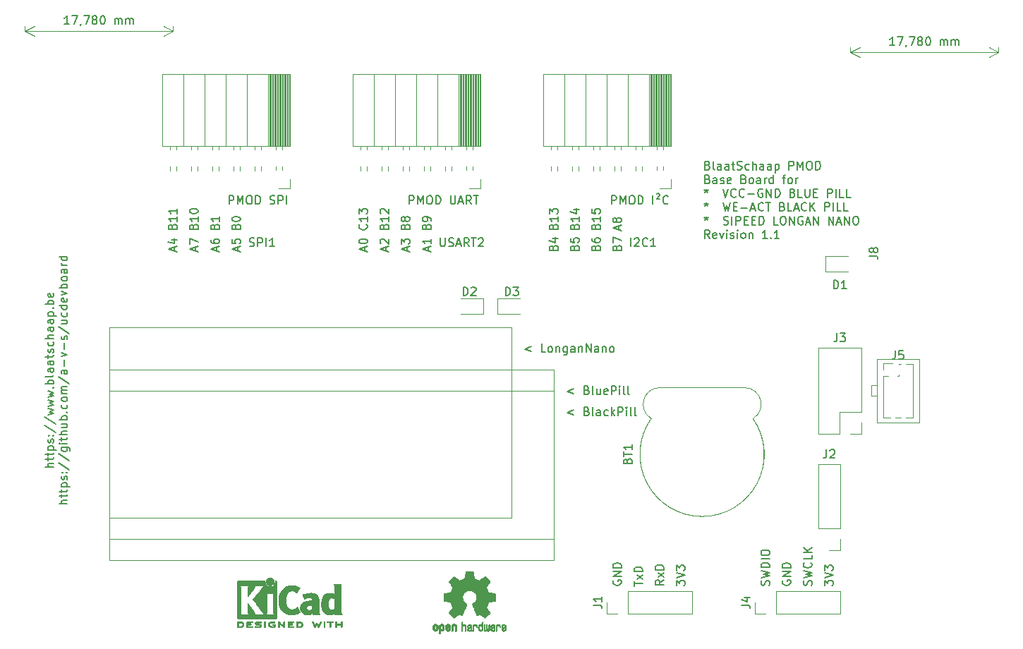
<source format=gbr>
%TF.GenerationSoftware,KiCad,Pcbnew,5.1.10*%
%TF.CreationDate,2021-12-30T14:01:41+01:00*%
%TF.ProjectId,ucdev_board,75636465-765f-4626-9f61-72642e6b6963,rev?*%
%TF.SameCoordinates,Original*%
%TF.FileFunction,Legend,Top*%
%TF.FilePolarity,Positive*%
%FSLAX46Y46*%
G04 Gerber Fmt 4.6, Leading zero omitted, Abs format (unit mm)*
G04 Created by KiCad (PCBNEW 5.1.10) date 2021-12-30 14:01:41*
%MOMM*%
%LPD*%
G01*
G04 APERTURE LIST*
%ADD10C,0.150000*%
%ADD11C,0.120000*%
%ADD12C,0.010000*%
G04 APERTURE END LIST*
D10*
X157718571Y-14422380D02*
X157147142Y-14422380D01*
X157432857Y-14422380D02*
X157432857Y-13422380D01*
X157337619Y-13565238D01*
X157242380Y-13660476D01*
X157147142Y-13708095D01*
X158051904Y-13422380D02*
X158718571Y-13422380D01*
X158290000Y-14422380D01*
X159147142Y-14374761D02*
X159147142Y-14422380D01*
X159099523Y-14517619D01*
X159051904Y-14565238D01*
X159480476Y-13422380D02*
X160147142Y-13422380D01*
X159718571Y-14422380D01*
X160670952Y-13850952D02*
X160575714Y-13803333D01*
X160528095Y-13755714D01*
X160480476Y-13660476D01*
X160480476Y-13612857D01*
X160528095Y-13517619D01*
X160575714Y-13470000D01*
X160670952Y-13422380D01*
X160861428Y-13422380D01*
X160956666Y-13470000D01*
X161004285Y-13517619D01*
X161051904Y-13612857D01*
X161051904Y-13660476D01*
X161004285Y-13755714D01*
X160956666Y-13803333D01*
X160861428Y-13850952D01*
X160670952Y-13850952D01*
X160575714Y-13898571D01*
X160528095Y-13946190D01*
X160480476Y-14041428D01*
X160480476Y-14231904D01*
X160528095Y-14327142D01*
X160575714Y-14374761D01*
X160670952Y-14422380D01*
X160861428Y-14422380D01*
X160956666Y-14374761D01*
X161004285Y-14327142D01*
X161051904Y-14231904D01*
X161051904Y-14041428D01*
X161004285Y-13946190D01*
X160956666Y-13898571D01*
X160861428Y-13850952D01*
X161670952Y-13422380D02*
X161766190Y-13422380D01*
X161861428Y-13470000D01*
X161909047Y-13517619D01*
X161956666Y-13612857D01*
X162004285Y-13803333D01*
X162004285Y-14041428D01*
X161956666Y-14231904D01*
X161909047Y-14327142D01*
X161861428Y-14374761D01*
X161766190Y-14422380D01*
X161670952Y-14422380D01*
X161575714Y-14374761D01*
X161528095Y-14327142D01*
X161480476Y-14231904D01*
X161432857Y-14041428D01*
X161432857Y-13803333D01*
X161480476Y-13612857D01*
X161528095Y-13517619D01*
X161575714Y-13470000D01*
X161670952Y-13422380D01*
X163194761Y-14422380D02*
X163194761Y-13755714D01*
X163194761Y-13850952D02*
X163242380Y-13803333D01*
X163337619Y-13755714D01*
X163480476Y-13755714D01*
X163575714Y-13803333D01*
X163623333Y-13898571D01*
X163623333Y-14422380D01*
X163623333Y-13898571D02*
X163670952Y-13803333D01*
X163766190Y-13755714D01*
X163909047Y-13755714D01*
X164004285Y-13803333D01*
X164051904Y-13898571D01*
X164051904Y-14422380D01*
X164528095Y-14422380D02*
X164528095Y-13755714D01*
X164528095Y-13850952D02*
X164575714Y-13803333D01*
X164670952Y-13755714D01*
X164813809Y-13755714D01*
X164909047Y-13803333D01*
X164956666Y-13898571D01*
X164956666Y-14422380D01*
X164956666Y-13898571D02*
X165004285Y-13803333D01*
X165099523Y-13755714D01*
X165242380Y-13755714D01*
X165337619Y-13803333D01*
X165385238Y-13898571D01*
X165385238Y-14422380D01*
D11*
X170180000Y-15240000D02*
X152400000Y-15240000D01*
X170180000Y-15240000D02*
X170180000Y-14653579D01*
X152400000Y-15240000D02*
X152400000Y-14653579D01*
X152400000Y-15240000D02*
X153526504Y-14653579D01*
X152400000Y-15240000D02*
X153526504Y-15826421D01*
X170180000Y-15240000D02*
X169053496Y-14653579D01*
X170180000Y-15240000D02*
X169053496Y-15826421D01*
D10*
X58658571Y-11882380D02*
X58087142Y-11882380D01*
X58372857Y-11882380D02*
X58372857Y-10882380D01*
X58277619Y-11025238D01*
X58182380Y-11120476D01*
X58087142Y-11168095D01*
X58991904Y-10882380D02*
X59658571Y-10882380D01*
X59230000Y-11882380D01*
X60087142Y-11834761D02*
X60087142Y-11882380D01*
X60039523Y-11977619D01*
X59991904Y-12025238D01*
X60420476Y-10882380D02*
X61087142Y-10882380D01*
X60658571Y-11882380D01*
X61610952Y-11310952D02*
X61515714Y-11263333D01*
X61468095Y-11215714D01*
X61420476Y-11120476D01*
X61420476Y-11072857D01*
X61468095Y-10977619D01*
X61515714Y-10930000D01*
X61610952Y-10882380D01*
X61801428Y-10882380D01*
X61896666Y-10930000D01*
X61944285Y-10977619D01*
X61991904Y-11072857D01*
X61991904Y-11120476D01*
X61944285Y-11215714D01*
X61896666Y-11263333D01*
X61801428Y-11310952D01*
X61610952Y-11310952D01*
X61515714Y-11358571D01*
X61468095Y-11406190D01*
X61420476Y-11501428D01*
X61420476Y-11691904D01*
X61468095Y-11787142D01*
X61515714Y-11834761D01*
X61610952Y-11882380D01*
X61801428Y-11882380D01*
X61896666Y-11834761D01*
X61944285Y-11787142D01*
X61991904Y-11691904D01*
X61991904Y-11501428D01*
X61944285Y-11406190D01*
X61896666Y-11358571D01*
X61801428Y-11310952D01*
X62610952Y-10882380D02*
X62706190Y-10882380D01*
X62801428Y-10930000D01*
X62849047Y-10977619D01*
X62896666Y-11072857D01*
X62944285Y-11263333D01*
X62944285Y-11501428D01*
X62896666Y-11691904D01*
X62849047Y-11787142D01*
X62801428Y-11834761D01*
X62706190Y-11882380D01*
X62610952Y-11882380D01*
X62515714Y-11834761D01*
X62468095Y-11787142D01*
X62420476Y-11691904D01*
X62372857Y-11501428D01*
X62372857Y-11263333D01*
X62420476Y-11072857D01*
X62468095Y-10977619D01*
X62515714Y-10930000D01*
X62610952Y-10882380D01*
X64134761Y-11882380D02*
X64134761Y-11215714D01*
X64134761Y-11310952D02*
X64182380Y-11263333D01*
X64277619Y-11215714D01*
X64420476Y-11215714D01*
X64515714Y-11263333D01*
X64563333Y-11358571D01*
X64563333Y-11882380D01*
X64563333Y-11358571D02*
X64610952Y-11263333D01*
X64706190Y-11215714D01*
X64849047Y-11215714D01*
X64944285Y-11263333D01*
X64991904Y-11358571D01*
X64991904Y-11882380D01*
X65468095Y-11882380D02*
X65468095Y-11215714D01*
X65468095Y-11310952D02*
X65515714Y-11263333D01*
X65610952Y-11215714D01*
X65753809Y-11215714D01*
X65849047Y-11263333D01*
X65896666Y-11358571D01*
X65896666Y-11882380D01*
X65896666Y-11358571D02*
X65944285Y-11263333D01*
X66039523Y-11215714D01*
X66182380Y-11215714D01*
X66277619Y-11263333D01*
X66325238Y-11358571D01*
X66325238Y-11882380D01*
D11*
X71120000Y-12700000D02*
X53340000Y-12700000D01*
X71120000Y-12700000D02*
X71120000Y-12113579D01*
X53340000Y-12700000D02*
X53340000Y-12113579D01*
X53340000Y-12700000D02*
X54466504Y-12113579D01*
X53340000Y-12700000D02*
X54466504Y-13286421D01*
X71120000Y-12700000D02*
X69993496Y-12113579D01*
X71120000Y-12700000D02*
X69993496Y-13286421D01*
X154940000Y-56515000D02*
X155575000Y-56515000D01*
X154940000Y-55245000D02*
X154940000Y-56515000D01*
X155575000Y-55245000D02*
X154940000Y-55245000D01*
X155575000Y-59690000D02*
X155575000Y-52070000D01*
X160655000Y-59690000D02*
X155575000Y-59690000D01*
X160655000Y-52070000D02*
X160655000Y-59690000D01*
X155575000Y-52070000D02*
X160655000Y-52070000D01*
D10*
X149312380Y-79261642D02*
X149312380Y-78642595D01*
X149693333Y-78975928D01*
X149693333Y-78833071D01*
X149740952Y-78737833D01*
X149788571Y-78690214D01*
X149883809Y-78642595D01*
X150121904Y-78642595D01*
X150217142Y-78690214D01*
X150264761Y-78737833D01*
X150312380Y-78833071D01*
X150312380Y-79118785D01*
X150264761Y-79214023D01*
X150217142Y-79261642D01*
X149312380Y-78356880D02*
X150312380Y-78023547D01*
X149312380Y-77690214D01*
X149312380Y-77452119D02*
X149312380Y-76833071D01*
X149693333Y-77166404D01*
X149693333Y-77023547D01*
X149740952Y-76928309D01*
X149788571Y-76880690D01*
X149883809Y-76833071D01*
X150121904Y-76833071D01*
X150217142Y-76880690D01*
X150264761Y-76928309D01*
X150312380Y-77023547D01*
X150312380Y-77309261D01*
X150264761Y-77404500D01*
X150217142Y-77452119D01*
X147724761Y-79214023D02*
X147772380Y-79071166D01*
X147772380Y-78833071D01*
X147724761Y-78737833D01*
X147677142Y-78690214D01*
X147581904Y-78642595D01*
X147486666Y-78642595D01*
X147391428Y-78690214D01*
X147343809Y-78737833D01*
X147296190Y-78833071D01*
X147248571Y-79023547D01*
X147200952Y-79118785D01*
X147153333Y-79166404D01*
X147058095Y-79214023D01*
X146962857Y-79214023D01*
X146867619Y-79166404D01*
X146820000Y-79118785D01*
X146772380Y-79023547D01*
X146772380Y-78785452D01*
X146820000Y-78642595D01*
X146772380Y-78309261D02*
X147772380Y-78071166D01*
X147058095Y-77880690D01*
X147772380Y-77690214D01*
X146772380Y-77452119D01*
X147677142Y-76499738D02*
X147724761Y-76547357D01*
X147772380Y-76690214D01*
X147772380Y-76785452D01*
X147724761Y-76928309D01*
X147629523Y-77023547D01*
X147534285Y-77071166D01*
X147343809Y-77118785D01*
X147200952Y-77118785D01*
X147010476Y-77071166D01*
X146915238Y-77023547D01*
X146820000Y-76928309D01*
X146772380Y-76785452D01*
X146772380Y-76690214D01*
X146820000Y-76547357D01*
X146867619Y-76499738D01*
X147772380Y-75594976D02*
X147772380Y-76071166D01*
X146772380Y-76071166D01*
X147772380Y-75261642D02*
X146772380Y-75261642D01*
X147772380Y-74690214D02*
X147200952Y-75118785D01*
X146772380Y-74690214D02*
X147343809Y-75261642D01*
X144280000Y-78642595D02*
X144232380Y-78737833D01*
X144232380Y-78880690D01*
X144280000Y-79023547D01*
X144375238Y-79118785D01*
X144470476Y-79166404D01*
X144660952Y-79214023D01*
X144803809Y-79214023D01*
X144994285Y-79166404D01*
X145089523Y-79118785D01*
X145184761Y-79023547D01*
X145232380Y-78880690D01*
X145232380Y-78785452D01*
X145184761Y-78642595D01*
X145137142Y-78594976D01*
X144803809Y-78594976D01*
X144803809Y-78785452D01*
X145232380Y-78166404D02*
X144232380Y-78166404D01*
X145232380Y-77594976D01*
X144232380Y-77594976D01*
X145232380Y-77118785D02*
X144232380Y-77118785D01*
X144232380Y-76880690D01*
X144280000Y-76737833D01*
X144375238Y-76642595D01*
X144470476Y-76594976D01*
X144660952Y-76547357D01*
X144803809Y-76547357D01*
X144994285Y-76594976D01*
X145089523Y-76642595D01*
X145184761Y-76737833D01*
X145232380Y-76880690D01*
X145232380Y-77118785D01*
X142644761Y-79214023D02*
X142692380Y-79071166D01*
X142692380Y-78833071D01*
X142644761Y-78737833D01*
X142597142Y-78690214D01*
X142501904Y-78642595D01*
X142406666Y-78642595D01*
X142311428Y-78690214D01*
X142263809Y-78737833D01*
X142216190Y-78833071D01*
X142168571Y-79023547D01*
X142120952Y-79118785D01*
X142073333Y-79166404D01*
X141978095Y-79214023D01*
X141882857Y-79214023D01*
X141787619Y-79166404D01*
X141740000Y-79118785D01*
X141692380Y-79023547D01*
X141692380Y-78785452D01*
X141740000Y-78642595D01*
X141692380Y-78309261D02*
X142692380Y-78071166D01*
X141978095Y-77880690D01*
X142692380Y-77690214D01*
X141692380Y-77452119D01*
X142692380Y-77071166D02*
X141692380Y-77071166D01*
X141692380Y-76833071D01*
X141740000Y-76690214D01*
X141835238Y-76594976D01*
X141930476Y-76547357D01*
X142120952Y-76499738D01*
X142263809Y-76499738D01*
X142454285Y-76547357D01*
X142549523Y-76594976D01*
X142644761Y-76690214D01*
X142692380Y-76833071D01*
X142692380Y-77071166D01*
X142692380Y-76071166D02*
X141692380Y-76071166D01*
X141692380Y-75404500D02*
X141692380Y-75214023D01*
X141740000Y-75118785D01*
X141835238Y-75023547D01*
X142025714Y-74975928D01*
X142359047Y-74975928D01*
X142549523Y-75023547D01*
X142644761Y-75118785D01*
X142692380Y-75214023D01*
X142692380Y-75404500D01*
X142644761Y-75499738D01*
X142549523Y-75594976D01*
X142359047Y-75642595D01*
X142025714Y-75642595D01*
X141835238Y-75594976D01*
X141740000Y-75499738D01*
X141692380Y-75404500D01*
X129992380Y-78594976D02*
X129516190Y-78928309D01*
X129992380Y-79166404D02*
X128992380Y-79166404D01*
X128992380Y-78785452D01*
X129040000Y-78690214D01*
X129087619Y-78642595D01*
X129182857Y-78594976D01*
X129325714Y-78594976D01*
X129420952Y-78642595D01*
X129468571Y-78690214D01*
X129516190Y-78785452D01*
X129516190Y-79166404D01*
X129992380Y-78261642D02*
X129325714Y-77737833D01*
X129325714Y-78261642D02*
X129992380Y-77737833D01*
X129992380Y-77356880D02*
X128992380Y-77356880D01*
X128992380Y-77118785D01*
X129040000Y-76975928D01*
X129135238Y-76880690D01*
X129230476Y-76833071D01*
X129420952Y-76785452D01*
X129563809Y-76785452D01*
X129754285Y-76833071D01*
X129849523Y-76880690D01*
X129944761Y-76975928D01*
X129992380Y-77118785D01*
X129992380Y-77356880D01*
X126452380Y-79309261D02*
X126452380Y-78737833D01*
X127452380Y-79023547D02*
X126452380Y-79023547D01*
X127452380Y-78499738D02*
X126785714Y-77975928D01*
X126785714Y-78499738D02*
X127452380Y-77975928D01*
X127452380Y-77594976D02*
X126452380Y-77594976D01*
X126452380Y-77356880D01*
X126500000Y-77214023D01*
X126595238Y-77118785D01*
X126690476Y-77071166D01*
X126880952Y-77023547D01*
X127023809Y-77023547D01*
X127214285Y-77071166D01*
X127309523Y-77118785D01*
X127404761Y-77214023D01*
X127452380Y-77356880D01*
X127452380Y-77594976D01*
X131532380Y-79261642D02*
X131532380Y-78642595D01*
X131913333Y-78975928D01*
X131913333Y-78833071D01*
X131960952Y-78737833D01*
X132008571Y-78690214D01*
X132103809Y-78642595D01*
X132341904Y-78642595D01*
X132437142Y-78690214D01*
X132484761Y-78737833D01*
X132532380Y-78833071D01*
X132532380Y-79118785D01*
X132484761Y-79214023D01*
X132437142Y-79261642D01*
X131532380Y-78356880D02*
X132532380Y-78023547D01*
X131532380Y-77690214D01*
X131532380Y-77452119D02*
X131532380Y-76833071D01*
X131913333Y-77166404D01*
X131913333Y-77023547D01*
X131960952Y-76928309D01*
X132008571Y-76880690D01*
X132103809Y-76833071D01*
X132341904Y-76833071D01*
X132437142Y-76880690D01*
X132484761Y-76928309D01*
X132532380Y-77023547D01*
X132532380Y-77309261D01*
X132484761Y-77404500D01*
X132437142Y-77452119D01*
X123960000Y-78642595D02*
X123912380Y-78737833D01*
X123912380Y-78880690D01*
X123960000Y-79023547D01*
X124055238Y-79118785D01*
X124150476Y-79166404D01*
X124340952Y-79214023D01*
X124483809Y-79214023D01*
X124674285Y-79166404D01*
X124769523Y-79118785D01*
X124864761Y-79023547D01*
X124912380Y-78880690D01*
X124912380Y-78785452D01*
X124864761Y-78642595D01*
X124817142Y-78594976D01*
X124483809Y-78594976D01*
X124483809Y-78785452D01*
X124912380Y-78166404D02*
X123912380Y-78166404D01*
X124912380Y-77594976D01*
X123912380Y-77594976D01*
X124912380Y-77118785D02*
X123912380Y-77118785D01*
X123912380Y-76880690D01*
X123960000Y-76737833D01*
X124055238Y-76642595D01*
X124150476Y-76594976D01*
X124340952Y-76547357D01*
X124483809Y-76547357D01*
X124674285Y-76594976D01*
X124769523Y-76642595D01*
X124864761Y-76737833D01*
X124912380Y-76880690D01*
X124912380Y-77118785D01*
X56777380Y-65014761D02*
X55777380Y-65014761D01*
X56777380Y-64586190D02*
X56253571Y-64586190D01*
X56158333Y-64633809D01*
X56110714Y-64729047D01*
X56110714Y-64871904D01*
X56158333Y-64967142D01*
X56205952Y-65014761D01*
X56110714Y-64252857D02*
X56110714Y-63871904D01*
X55777380Y-64110000D02*
X56634523Y-64110000D01*
X56729761Y-64062380D01*
X56777380Y-63967142D01*
X56777380Y-63871904D01*
X56110714Y-63681428D02*
X56110714Y-63300476D01*
X55777380Y-63538571D02*
X56634523Y-63538571D01*
X56729761Y-63490952D01*
X56777380Y-63395714D01*
X56777380Y-63300476D01*
X56110714Y-62967142D02*
X57110714Y-62967142D01*
X56158333Y-62967142D02*
X56110714Y-62871904D01*
X56110714Y-62681428D01*
X56158333Y-62586190D01*
X56205952Y-62538571D01*
X56301190Y-62490952D01*
X56586904Y-62490952D01*
X56682142Y-62538571D01*
X56729761Y-62586190D01*
X56777380Y-62681428D01*
X56777380Y-62871904D01*
X56729761Y-62967142D01*
X56729761Y-62110000D02*
X56777380Y-62014761D01*
X56777380Y-61824285D01*
X56729761Y-61729047D01*
X56634523Y-61681428D01*
X56586904Y-61681428D01*
X56491666Y-61729047D01*
X56444047Y-61824285D01*
X56444047Y-61967142D01*
X56396428Y-62062380D01*
X56301190Y-62110000D01*
X56253571Y-62110000D01*
X56158333Y-62062380D01*
X56110714Y-61967142D01*
X56110714Y-61824285D01*
X56158333Y-61729047D01*
X56682142Y-61252857D02*
X56729761Y-61205238D01*
X56777380Y-61252857D01*
X56729761Y-61300476D01*
X56682142Y-61252857D01*
X56777380Y-61252857D01*
X56158333Y-61252857D02*
X56205952Y-61205238D01*
X56253571Y-61252857D01*
X56205952Y-61300476D01*
X56158333Y-61252857D01*
X56253571Y-61252857D01*
X55729761Y-60062380D02*
X57015476Y-60919523D01*
X55729761Y-59014761D02*
X57015476Y-59871904D01*
X56110714Y-58776666D02*
X56777380Y-58586190D01*
X56301190Y-58395714D01*
X56777380Y-58205238D01*
X56110714Y-58014761D01*
X56110714Y-57729047D02*
X56777380Y-57538571D01*
X56301190Y-57348095D01*
X56777380Y-57157619D01*
X56110714Y-56967142D01*
X56110714Y-56681428D02*
X56777380Y-56490952D01*
X56301190Y-56300476D01*
X56777380Y-56110000D01*
X56110714Y-55919523D01*
X56682142Y-55538571D02*
X56729761Y-55490952D01*
X56777380Y-55538571D01*
X56729761Y-55586190D01*
X56682142Y-55538571D01*
X56777380Y-55538571D01*
X56777380Y-55062380D02*
X55777380Y-55062380D01*
X56158333Y-55062380D02*
X56110714Y-54967142D01*
X56110714Y-54776666D01*
X56158333Y-54681428D01*
X56205952Y-54633809D01*
X56301190Y-54586190D01*
X56586904Y-54586190D01*
X56682142Y-54633809D01*
X56729761Y-54681428D01*
X56777380Y-54776666D01*
X56777380Y-54967142D01*
X56729761Y-55062380D01*
X56777380Y-54014761D02*
X56729761Y-54110000D01*
X56634523Y-54157619D01*
X55777380Y-54157619D01*
X56777380Y-53205238D02*
X56253571Y-53205238D01*
X56158333Y-53252857D01*
X56110714Y-53348095D01*
X56110714Y-53538571D01*
X56158333Y-53633809D01*
X56729761Y-53205238D02*
X56777380Y-53300476D01*
X56777380Y-53538571D01*
X56729761Y-53633809D01*
X56634523Y-53681428D01*
X56539285Y-53681428D01*
X56444047Y-53633809D01*
X56396428Y-53538571D01*
X56396428Y-53300476D01*
X56348809Y-53205238D01*
X56777380Y-52300476D02*
X56253571Y-52300476D01*
X56158333Y-52348095D01*
X56110714Y-52443333D01*
X56110714Y-52633809D01*
X56158333Y-52729047D01*
X56729761Y-52300476D02*
X56777380Y-52395714D01*
X56777380Y-52633809D01*
X56729761Y-52729047D01*
X56634523Y-52776666D01*
X56539285Y-52776666D01*
X56444047Y-52729047D01*
X56396428Y-52633809D01*
X56396428Y-52395714D01*
X56348809Y-52300476D01*
X56110714Y-51967142D02*
X56110714Y-51586190D01*
X55777380Y-51824285D02*
X56634523Y-51824285D01*
X56729761Y-51776666D01*
X56777380Y-51681428D01*
X56777380Y-51586190D01*
X56729761Y-51300476D02*
X56777380Y-51205238D01*
X56777380Y-51014761D01*
X56729761Y-50919523D01*
X56634523Y-50871904D01*
X56586904Y-50871904D01*
X56491666Y-50919523D01*
X56444047Y-51014761D01*
X56444047Y-51157619D01*
X56396428Y-51252857D01*
X56301190Y-51300476D01*
X56253571Y-51300476D01*
X56158333Y-51252857D01*
X56110714Y-51157619D01*
X56110714Y-51014761D01*
X56158333Y-50919523D01*
X56729761Y-50014761D02*
X56777380Y-50110000D01*
X56777380Y-50300476D01*
X56729761Y-50395714D01*
X56682142Y-50443333D01*
X56586904Y-50490952D01*
X56301190Y-50490952D01*
X56205952Y-50443333D01*
X56158333Y-50395714D01*
X56110714Y-50300476D01*
X56110714Y-50110000D01*
X56158333Y-50014761D01*
X56777380Y-49586190D02*
X55777380Y-49586190D01*
X56777380Y-49157619D02*
X56253571Y-49157619D01*
X56158333Y-49205238D01*
X56110714Y-49300476D01*
X56110714Y-49443333D01*
X56158333Y-49538571D01*
X56205952Y-49586190D01*
X56777380Y-48252857D02*
X56253571Y-48252857D01*
X56158333Y-48300476D01*
X56110714Y-48395714D01*
X56110714Y-48586190D01*
X56158333Y-48681428D01*
X56729761Y-48252857D02*
X56777380Y-48348095D01*
X56777380Y-48586190D01*
X56729761Y-48681428D01*
X56634523Y-48729047D01*
X56539285Y-48729047D01*
X56444047Y-48681428D01*
X56396428Y-48586190D01*
X56396428Y-48348095D01*
X56348809Y-48252857D01*
X56777380Y-47348095D02*
X56253571Y-47348095D01*
X56158333Y-47395714D01*
X56110714Y-47490952D01*
X56110714Y-47681428D01*
X56158333Y-47776666D01*
X56729761Y-47348095D02*
X56777380Y-47443333D01*
X56777380Y-47681428D01*
X56729761Y-47776666D01*
X56634523Y-47824285D01*
X56539285Y-47824285D01*
X56444047Y-47776666D01*
X56396428Y-47681428D01*
X56396428Y-47443333D01*
X56348809Y-47348095D01*
X56110714Y-46871904D02*
X57110714Y-46871904D01*
X56158333Y-46871904D02*
X56110714Y-46776666D01*
X56110714Y-46586190D01*
X56158333Y-46490952D01*
X56205952Y-46443333D01*
X56301190Y-46395714D01*
X56586904Y-46395714D01*
X56682142Y-46443333D01*
X56729761Y-46490952D01*
X56777380Y-46586190D01*
X56777380Y-46776666D01*
X56729761Y-46871904D01*
X56682142Y-45967142D02*
X56729761Y-45919523D01*
X56777380Y-45967142D01*
X56729761Y-46014761D01*
X56682142Y-45967142D01*
X56777380Y-45967142D01*
X56777380Y-45490952D02*
X55777380Y-45490952D01*
X56158333Y-45490952D02*
X56110714Y-45395714D01*
X56110714Y-45205238D01*
X56158333Y-45110000D01*
X56205952Y-45062380D01*
X56301190Y-45014761D01*
X56586904Y-45014761D01*
X56682142Y-45062380D01*
X56729761Y-45110000D01*
X56777380Y-45205238D01*
X56777380Y-45395714D01*
X56729761Y-45490952D01*
X56729761Y-44205238D02*
X56777380Y-44300476D01*
X56777380Y-44490952D01*
X56729761Y-44586190D01*
X56634523Y-44633809D01*
X56253571Y-44633809D01*
X56158333Y-44586190D01*
X56110714Y-44490952D01*
X56110714Y-44300476D01*
X56158333Y-44205238D01*
X56253571Y-44157619D01*
X56348809Y-44157619D01*
X56444047Y-44633809D01*
X58427380Y-69443333D02*
X57427380Y-69443333D01*
X58427380Y-69014761D02*
X57903571Y-69014761D01*
X57808333Y-69062380D01*
X57760714Y-69157619D01*
X57760714Y-69300476D01*
X57808333Y-69395714D01*
X57855952Y-69443333D01*
X57760714Y-68681428D02*
X57760714Y-68300476D01*
X57427380Y-68538571D02*
X58284523Y-68538571D01*
X58379761Y-68490952D01*
X58427380Y-68395714D01*
X58427380Y-68300476D01*
X57760714Y-68110000D02*
X57760714Y-67729047D01*
X57427380Y-67967142D02*
X58284523Y-67967142D01*
X58379761Y-67919523D01*
X58427380Y-67824285D01*
X58427380Y-67729047D01*
X57760714Y-67395714D02*
X58760714Y-67395714D01*
X57808333Y-67395714D02*
X57760714Y-67300476D01*
X57760714Y-67110000D01*
X57808333Y-67014761D01*
X57855952Y-66967142D01*
X57951190Y-66919523D01*
X58236904Y-66919523D01*
X58332142Y-66967142D01*
X58379761Y-67014761D01*
X58427380Y-67110000D01*
X58427380Y-67300476D01*
X58379761Y-67395714D01*
X58379761Y-66538571D02*
X58427380Y-66443333D01*
X58427380Y-66252857D01*
X58379761Y-66157619D01*
X58284523Y-66110000D01*
X58236904Y-66110000D01*
X58141666Y-66157619D01*
X58094047Y-66252857D01*
X58094047Y-66395714D01*
X58046428Y-66490952D01*
X57951190Y-66538571D01*
X57903571Y-66538571D01*
X57808333Y-66490952D01*
X57760714Y-66395714D01*
X57760714Y-66252857D01*
X57808333Y-66157619D01*
X58332142Y-65681428D02*
X58379761Y-65633809D01*
X58427380Y-65681428D01*
X58379761Y-65729047D01*
X58332142Y-65681428D01*
X58427380Y-65681428D01*
X57808333Y-65681428D02*
X57855952Y-65633809D01*
X57903571Y-65681428D01*
X57855952Y-65729047D01*
X57808333Y-65681428D01*
X57903571Y-65681428D01*
X57379761Y-64490952D02*
X58665476Y-65348095D01*
X57379761Y-63443333D02*
X58665476Y-64300476D01*
X57760714Y-62681428D02*
X58570238Y-62681428D01*
X58665476Y-62729047D01*
X58713095Y-62776666D01*
X58760714Y-62871904D01*
X58760714Y-63014761D01*
X58713095Y-63110000D01*
X58379761Y-62681428D02*
X58427380Y-62776666D01*
X58427380Y-62967142D01*
X58379761Y-63062380D01*
X58332142Y-63110000D01*
X58236904Y-63157619D01*
X57951190Y-63157619D01*
X57855952Y-63110000D01*
X57808333Y-63062380D01*
X57760714Y-62967142D01*
X57760714Y-62776666D01*
X57808333Y-62681428D01*
X58427380Y-62205238D02*
X57760714Y-62205238D01*
X57427380Y-62205238D02*
X57475000Y-62252857D01*
X57522619Y-62205238D01*
X57475000Y-62157619D01*
X57427380Y-62205238D01*
X57522619Y-62205238D01*
X57760714Y-61871904D02*
X57760714Y-61490952D01*
X57427380Y-61729047D02*
X58284523Y-61729047D01*
X58379761Y-61681428D01*
X58427380Y-61586190D01*
X58427380Y-61490952D01*
X58427380Y-61157619D02*
X57427380Y-61157619D01*
X58427380Y-60729047D02*
X57903571Y-60729047D01*
X57808333Y-60776666D01*
X57760714Y-60871904D01*
X57760714Y-61014761D01*
X57808333Y-61110000D01*
X57855952Y-61157619D01*
X57760714Y-59824285D02*
X58427380Y-59824285D01*
X57760714Y-60252857D02*
X58284523Y-60252857D01*
X58379761Y-60205238D01*
X58427380Y-60110000D01*
X58427380Y-59967142D01*
X58379761Y-59871904D01*
X58332142Y-59824285D01*
X58427380Y-59348095D02*
X57427380Y-59348095D01*
X57808333Y-59348095D02*
X57760714Y-59252857D01*
X57760714Y-59062380D01*
X57808333Y-58967142D01*
X57855952Y-58919523D01*
X57951190Y-58871904D01*
X58236904Y-58871904D01*
X58332142Y-58919523D01*
X58379761Y-58967142D01*
X58427380Y-59062380D01*
X58427380Y-59252857D01*
X58379761Y-59348095D01*
X58332142Y-58443333D02*
X58379761Y-58395714D01*
X58427380Y-58443333D01*
X58379761Y-58490952D01*
X58332142Y-58443333D01*
X58427380Y-58443333D01*
X58379761Y-57538571D02*
X58427380Y-57633809D01*
X58427380Y-57824285D01*
X58379761Y-57919523D01*
X58332142Y-57967142D01*
X58236904Y-58014761D01*
X57951190Y-58014761D01*
X57855952Y-57967142D01*
X57808333Y-57919523D01*
X57760714Y-57824285D01*
X57760714Y-57633809D01*
X57808333Y-57538571D01*
X58427380Y-56967142D02*
X58379761Y-57062380D01*
X58332142Y-57110000D01*
X58236904Y-57157619D01*
X57951190Y-57157619D01*
X57855952Y-57110000D01*
X57808333Y-57062380D01*
X57760714Y-56967142D01*
X57760714Y-56824285D01*
X57808333Y-56729047D01*
X57855952Y-56681428D01*
X57951190Y-56633809D01*
X58236904Y-56633809D01*
X58332142Y-56681428D01*
X58379761Y-56729047D01*
X58427380Y-56824285D01*
X58427380Y-56967142D01*
X58427380Y-56205238D02*
X57760714Y-56205238D01*
X57855952Y-56205238D02*
X57808333Y-56157619D01*
X57760714Y-56062380D01*
X57760714Y-55919523D01*
X57808333Y-55824285D01*
X57903571Y-55776666D01*
X58427380Y-55776666D01*
X57903571Y-55776666D02*
X57808333Y-55729047D01*
X57760714Y-55633809D01*
X57760714Y-55490952D01*
X57808333Y-55395714D01*
X57903571Y-55348095D01*
X58427380Y-55348095D01*
X57379761Y-54157619D02*
X58665476Y-55014761D01*
X58427380Y-53395714D02*
X57903571Y-53395714D01*
X57808333Y-53443333D01*
X57760714Y-53538571D01*
X57760714Y-53729047D01*
X57808333Y-53824285D01*
X58379761Y-53395714D02*
X58427380Y-53490952D01*
X58427380Y-53729047D01*
X58379761Y-53824285D01*
X58284523Y-53871904D01*
X58189285Y-53871904D01*
X58094047Y-53824285D01*
X58046428Y-53729047D01*
X58046428Y-53490952D01*
X57998809Y-53395714D01*
X58046428Y-52919523D02*
X58046428Y-52157619D01*
X57760714Y-51776666D02*
X58427380Y-51538571D01*
X57760714Y-51300476D01*
X58046428Y-50919523D02*
X58046428Y-50157619D01*
X58379761Y-49729047D02*
X58427380Y-49633809D01*
X58427380Y-49443333D01*
X58379761Y-49348095D01*
X58284523Y-49300476D01*
X58236904Y-49300476D01*
X58141666Y-49348095D01*
X58094047Y-49443333D01*
X58094047Y-49586190D01*
X58046428Y-49681428D01*
X57951190Y-49729047D01*
X57903571Y-49729047D01*
X57808333Y-49681428D01*
X57760714Y-49586190D01*
X57760714Y-49443333D01*
X57808333Y-49348095D01*
X57379761Y-48157619D02*
X58665476Y-49014761D01*
X57760714Y-47395714D02*
X58427380Y-47395714D01*
X57760714Y-47824285D02*
X58284523Y-47824285D01*
X58379761Y-47776666D01*
X58427380Y-47681428D01*
X58427380Y-47538571D01*
X58379761Y-47443333D01*
X58332142Y-47395714D01*
X58379761Y-46490952D02*
X58427380Y-46586190D01*
X58427380Y-46776666D01*
X58379761Y-46871904D01*
X58332142Y-46919523D01*
X58236904Y-46967142D01*
X57951190Y-46967142D01*
X57855952Y-46919523D01*
X57808333Y-46871904D01*
X57760714Y-46776666D01*
X57760714Y-46586190D01*
X57808333Y-46490952D01*
X58427380Y-45633809D02*
X57427380Y-45633809D01*
X58379761Y-45633809D02*
X58427380Y-45729047D01*
X58427380Y-45919523D01*
X58379761Y-46014761D01*
X58332142Y-46062380D01*
X58236904Y-46110000D01*
X57951190Y-46110000D01*
X57855952Y-46062380D01*
X57808333Y-46014761D01*
X57760714Y-45919523D01*
X57760714Y-45729047D01*
X57808333Y-45633809D01*
X58379761Y-44776666D02*
X58427380Y-44871904D01*
X58427380Y-45062380D01*
X58379761Y-45157619D01*
X58284523Y-45205238D01*
X57903571Y-45205238D01*
X57808333Y-45157619D01*
X57760714Y-45062380D01*
X57760714Y-44871904D01*
X57808333Y-44776666D01*
X57903571Y-44729047D01*
X57998809Y-44729047D01*
X58094047Y-45205238D01*
X57760714Y-44395714D02*
X58427380Y-44157619D01*
X57760714Y-43919523D01*
X58427380Y-43538571D02*
X57427380Y-43538571D01*
X57808333Y-43538571D02*
X57760714Y-43443333D01*
X57760714Y-43252857D01*
X57808333Y-43157619D01*
X57855952Y-43110000D01*
X57951190Y-43062380D01*
X58236904Y-43062380D01*
X58332142Y-43110000D01*
X58379761Y-43157619D01*
X58427380Y-43252857D01*
X58427380Y-43443333D01*
X58379761Y-43538571D01*
X58427380Y-42490952D02*
X58379761Y-42586190D01*
X58332142Y-42633809D01*
X58236904Y-42681428D01*
X57951190Y-42681428D01*
X57855952Y-42633809D01*
X57808333Y-42586190D01*
X57760714Y-42490952D01*
X57760714Y-42348095D01*
X57808333Y-42252857D01*
X57855952Y-42205238D01*
X57951190Y-42157619D01*
X58236904Y-42157619D01*
X58332142Y-42205238D01*
X58379761Y-42252857D01*
X58427380Y-42348095D01*
X58427380Y-42490952D01*
X58427380Y-41300476D02*
X57903571Y-41300476D01*
X57808333Y-41348095D01*
X57760714Y-41443333D01*
X57760714Y-41633809D01*
X57808333Y-41729047D01*
X58379761Y-41300476D02*
X58427380Y-41395714D01*
X58427380Y-41633809D01*
X58379761Y-41729047D01*
X58284523Y-41776666D01*
X58189285Y-41776666D01*
X58094047Y-41729047D01*
X58046428Y-41633809D01*
X58046428Y-41395714D01*
X57998809Y-41300476D01*
X58427380Y-40824285D02*
X57760714Y-40824285D01*
X57951190Y-40824285D02*
X57855952Y-40776666D01*
X57808333Y-40729047D01*
X57760714Y-40633809D01*
X57760714Y-40538571D01*
X58427380Y-39776666D02*
X57427380Y-39776666D01*
X58379761Y-39776666D02*
X58427380Y-39871904D01*
X58427380Y-40062380D01*
X58379761Y-40157619D01*
X58332142Y-40205238D01*
X58236904Y-40252857D01*
X57951190Y-40252857D01*
X57855952Y-40205238D01*
X57808333Y-40157619D01*
X57760714Y-40062380D01*
X57760714Y-39871904D01*
X57808333Y-39776666D01*
X126065595Y-38552380D02*
X126065595Y-37552380D01*
X126494166Y-37647619D02*
X126541785Y-37600000D01*
X126637023Y-37552380D01*
X126875119Y-37552380D01*
X126970357Y-37600000D01*
X127017976Y-37647619D01*
X127065595Y-37742857D01*
X127065595Y-37838095D01*
X127017976Y-37980952D01*
X126446547Y-38552380D01*
X127065595Y-38552380D01*
X128065595Y-38457142D02*
X128017976Y-38504761D01*
X127875119Y-38552380D01*
X127779880Y-38552380D01*
X127637023Y-38504761D01*
X127541785Y-38409523D01*
X127494166Y-38314285D01*
X127446547Y-38123809D01*
X127446547Y-37980952D01*
X127494166Y-37790476D01*
X127541785Y-37695238D01*
X127637023Y-37600000D01*
X127779880Y-37552380D01*
X127875119Y-37552380D01*
X128017976Y-37600000D01*
X128065595Y-37647619D01*
X129017976Y-38552380D02*
X128446547Y-38552380D01*
X128732261Y-38552380D02*
X128732261Y-37552380D01*
X128637023Y-37695238D01*
X128541785Y-37790476D01*
X128446547Y-37838095D01*
X103205595Y-37552380D02*
X103205595Y-38361904D01*
X103253214Y-38457142D01*
X103300833Y-38504761D01*
X103396071Y-38552380D01*
X103586547Y-38552380D01*
X103681785Y-38504761D01*
X103729404Y-38457142D01*
X103777023Y-38361904D01*
X103777023Y-37552380D01*
X104205595Y-38504761D02*
X104348452Y-38552380D01*
X104586547Y-38552380D01*
X104681785Y-38504761D01*
X104729404Y-38457142D01*
X104777023Y-38361904D01*
X104777023Y-38266666D01*
X104729404Y-38171428D01*
X104681785Y-38123809D01*
X104586547Y-38076190D01*
X104396071Y-38028571D01*
X104300833Y-37980952D01*
X104253214Y-37933333D01*
X104205595Y-37838095D01*
X104205595Y-37742857D01*
X104253214Y-37647619D01*
X104300833Y-37600000D01*
X104396071Y-37552380D01*
X104634166Y-37552380D01*
X104777023Y-37600000D01*
X105157976Y-38266666D02*
X105634166Y-38266666D01*
X105062738Y-38552380D02*
X105396071Y-37552380D01*
X105729404Y-38552380D01*
X106634166Y-38552380D02*
X106300833Y-38076190D01*
X106062738Y-38552380D02*
X106062738Y-37552380D01*
X106443690Y-37552380D01*
X106538928Y-37600000D01*
X106586547Y-37647619D01*
X106634166Y-37742857D01*
X106634166Y-37885714D01*
X106586547Y-37980952D01*
X106538928Y-38028571D01*
X106443690Y-38076190D01*
X106062738Y-38076190D01*
X106919880Y-37552380D02*
X107491309Y-37552380D01*
X107205595Y-38552380D02*
X107205595Y-37552380D01*
X107777023Y-37647619D02*
X107824642Y-37600000D01*
X107919880Y-37552380D01*
X108157976Y-37552380D01*
X108253214Y-37600000D01*
X108300833Y-37647619D01*
X108348452Y-37742857D01*
X108348452Y-37838095D01*
X108300833Y-37980952D01*
X107729404Y-38552380D01*
X108348452Y-38552380D01*
X80297976Y-38504761D02*
X80440833Y-38552380D01*
X80678928Y-38552380D01*
X80774166Y-38504761D01*
X80821785Y-38457142D01*
X80869404Y-38361904D01*
X80869404Y-38266666D01*
X80821785Y-38171428D01*
X80774166Y-38123809D01*
X80678928Y-38076190D01*
X80488452Y-38028571D01*
X80393214Y-37980952D01*
X80345595Y-37933333D01*
X80297976Y-37838095D01*
X80297976Y-37742857D01*
X80345595Y-37647619D01*
X80393214Y-37600000D01*
X80488452Y-37552380D01*
X80726547Y-37552380D01*
X80869404Y-37600000D01*
X81297976Y-38552380D02*
X81297976Y-37552380D01*
X81678928Y-37552380D01*
X81774166Y-37600000D01*
X81821785Y-37647619D01*
X81869404Y-37742857D01*
X81869404Y-37885714D01*
X81821785Y-37980952D01*
X81774166Y-38028571D01*
X81678928Y-38076190D01*
X81297976Y-38076190D01*
X82297976Y-38552380D02*
X82297976Y-37552380D01*
X83297976Y-38552380D02*
X82726547Y-38552380D01*
X83012261Y-38552380D02*
X83012261Y-37552380D01*
X82917023Y-37695238D01*
X82821785Y-37790476D01*
X82726547Y-37838095D01*
X135288928Y-28823571D02*
X135431785Y-28871190D01*
X135479404Y-28918809D01*
X135527023Y-29014047D01*
X135527023Y-29156904D01*
X135479404Y-29252142D01*
X135431785Y-29299761D01*
X135336547Y-29347380D01*
X134955595Y-29347380D01*
X134955595Y-28347380D01*
X135288928Y-28347380D01*
X135384166Y-28395000D01*
X135431785Y-28442619D01*
X135479404Y-28537857D01*
X135479404Y-28633095D01*
X135431785Y-28728333D01*
X135384166Y-28775952D01*
X135288928Y-28823571D01*
X134955595Y-28823571D01*
X136098452Y-29347380D02*
X136003214Y-29299761D01*
X135955595Y-29204523D01*
X135955595Y-28347380D01*
X136907976Y-29347380D02*
X136907976Y-28823571D01*
X136860357Y-28728333D01*
X136765119Y-28680714D01*
X136574642Y-28680714D01*
X136479404Y-28728333D01*
X136907976Y-29299761D02*
X136812738Y-29347380D01*
X136574642Y-29347380D01*
X136479404Y-29299761D01*
X136431785Y-29204523D01*
X136431785Y-29109285D01*
X136479404Y-29014047D01*
X136574642Y-28966428D01*
X136812738Y-28966428D01*
X136907976Y-28918809D01*
X137812738Y-29347380D02*
X137812738Y-28823571D01*
X137765119Y-28728333D01*
X137669880Y-28680714D01*
X137479404Y-28680714D01*
X137384166Y-28728333D01*
X137812738Y-29299761D02*
X137717500Y-29347380D01*
X137479404Y-29347380D01*
X137384166Y-29299761D01*
X137336547Y-29204523D01*
X137336547Y-29109285D01*
X137384166Y-29014047D01*
X137479404Y-28966428D01*
X137717500Y-28966428D01*
X137812738Y-28918809D01*
X138146071Y-28680714D02*
X138527023Y-28680714D01*
X138288928Y-28347380D02*
X138288928Y-29204523D01*
X138336547Y-29299761D01*
X138431785Y-29347380D01*
X138527023Y-29347380D01*
X138812738Y-29299761D02*
X138955595Y-29347380D01*
X139193690Y-29347380D01*
X139288928Y-29299761D01*
X139336547Y-29252142D01*
X139384166Y-29156904D01*
X139384166Y-29061666D01*
X139336547Y-28966428D01*
X139288928Y-28918809D01*
X139193690Y-28871190D01*
X139003214Y-28823571D01*
X138907976Y-28775952D01*
X138860357Y-28728333D01*
X138812738Y-28633095D01*
X138812738Y-28537857D01*
X138860357Y-28442619D01*
X138907976Y-28395000D01*
X139003214Y-28347380D01*
X139241309Y-28347380D01*
X139384166Y-28395000D01*
X140241309Y-29299761D02*
X140146071Y-29347380D01*
X139955595Y-29347380D01*
X139860357Y-29299761D01*
X139812738Y-29252142D01*
X139765119Y-29156904D01*
X139765119Y-28871190D01*
X139812738Y-28775952D01*
X139860357Y-28728333D01*
X139955595Y-28680714D01*
X140146071Y-28680714D01*
X140241309Y-28728333D01*
X140669880Y-29347380D02*
X140669880Y-28347380D01*
X141098452Y-29347380D02*
X141098452Y-28823571D01*
X141050833Y-28728333D01*
X140955595Y-28680714D01*
X140812738Y-28680714D01*
X140717500Y-28728333D01*
X140669880Y-28775952D01*
X142003214Y-29347380D02*
X142003214Y-28823571D01*
X141955595Y-28728333D01*
X141860357Y-28680714D01*
X141669880Y-28680714D01*
X141574642Y-28728333D01*
X142003214Y-29299761D02*
X141907976Y-29347380D01*
X141669880Y-29347380D01*
X141574642Y-29299761D01*
X141527023Y-29204523D01*
X141527023Y-29109285D01*
X141574642Y-29014047D01*
X141669880Y-28966428D01*
X141907976Y-28966428D01*
X142003214Y-28918809D01*
X142907976Y-29347380D02*
X142907976Y-28823571D01*
X142860357Y-28728333D01*
X142765119Y-28680714D01*
X142574642Y-28680714D01*
X142479404Y-28728333D01*
X142907976Y-29299761D02*
X142812738Y-29347380D01*
X142574642Y-29347380D01*
X142479404Y-29299761D01*
X142431785Y-29204523D01*
X142431785Y-29109285D01*
X142479404Y-29014047D01*
X142574642Y-28966428D01*
X142812738Y-28966428D01*
X142907976Y-28918809D01*
X143384166Y-28680714D02*
X143384166Y-29680714D01*
X143384166Y-28728333D02*
X143479404Y-28680714D01*
X143669880Y-28680714D01*
X143765119Y-28728333D01*
X143812738Y-28775952D01*
X143860357Y-28871190D01*
X143860357Y-29156904D01*
X143812738Y-29252142D01*
X143765119Y-29299761D01*
X143669880Y-29347380D01*
X143479404Y-29347380D01*
X143384166Y-29299761D01*
X145050833Y-29347380D02*
X145050833Y-28347380D01*
X145431785Y-28347380D01*
X145527023Y-28395000D01*
X145574642Y-28442619D01*
X145622261Y-28537857D01*
X145622261Y-28680714D01*
X145574642Y-28775952D01*
X145527023Y-28823571D01*
X145431785Y-28871190D01*
X145050833Y-28871190D01*
X146050833Y-29347380D02*
X146050833Y-28347380D01*
X146384166Y-29061666D01*
X146717500Y-28347380D01*
X146717500Y-29347380D01*
X147384166Y-28347380D02*
X147574642Y-28347380D01*
X147669880Y-28395000D01*
X147765119Y-28490238D01*
X147812738Y-28680714D01*
X147812738Y-29014047D01*
X147765119Y-29204523D01*
X147669880Y-29299761D01*
X147574642Y-29347380D01*
X147384166Y-29347380D01*
X147288928Y-29299761D01*
X147193690Y-29204523D01*
X147146071Y-29014047D01*
X147146071Y-28680714D01*
X147193690Y-28490238D01*
X147288928Y-28395000D01*
X147384166Y-28347380D01*
X148241309Y-29347380D02*
X148241309Y-28347380D01*
X148479404Y-28347380D01*
X148622261Y-28395000D01*
X148717500Y-28490238D01*
X148765119Y-28585476D01*
X148812738Y-28775952D01*
X148812738Y-28918809D01*
X148765119Y-29109285D01*
X148717500Y-29204523D01*
X148622261Y-29299761D01*
X148479404Y-29347380D01*
X148241309Y-29347380D01*
X135288928Y-30473571D02*
X135431785Y-30521190D01*
X135479404Y-30568809D01*
X135527023Y-30664047D01*
X135527023Y-30806904D01*
X135479404Y-30902142D01*
X135431785Y-30949761D01*
X135336547Y-30997380D01*
X134955595Y-30997380D01*
X134955595Y-29997380D01*
X135288928Y-29997380D01*
X135384166Y-30045000D01*
X135431785Y-30092619D01*
X135479404Y-30187857D01*
X135479404Y-30283095D01*
X135431785Y-30378333D01*
X135384166Y-30425952D01*
X135288928Y-30473571D01*
X134955595Y-30473571D01*
X136384166Y-30997380D02*
X136384166Y-30473571D01*
X136336547Y-30378333D01*
X136241309Y-30330714D01*
X136050833Y-30330714D01*
X135955595Y-30378333D01*
X136384166Y-30949761D02*
X136288928Y-30997380D01*
X136050833Y-30997380D01*
X135955595Y-30949761D01*
X135907976Y-30854523D01*
X135907976Y-30759285D01*
X135955595Y-30664047D01*
X136050833Y-30616428D01*
X136288928Y-30616428D01*
X136384166Y-30568809D01*
X136812738Y-30949761D02*
X136907976Y-30997380D01*
X137098452Y-30997380D01*
X137193690Y-30949761D01*
X137241309Y-30854523D01*
X137241309Y-30806904D01*
X137193690Y-30711666D01*
X137098452Y-30664047D01*
X136955595Y-30664047D01*
X136860357Y-30616428D01*
X136812738Y-30521190D01*
X136812738Y-30473571D01*
X136860357Y-30378333D01*
X136955595Y-30330714D01*
X137098452Y-30330714D01*
X137193690Y-30378333D01*
X138050833Y-30949761D02*
X137955595Y-30997380D01*
X137765119Y-30997380D01*
X137669880Y-30949761D01*
X137622261Y-30854523D01*
X137622261Y-30473571D01*
X137669880Y-30378333D01*
X137765119Y-30330714D01*
X137955595Y-30330714D01*
X138050833Y-30378333D01*
X138098452Y-30473571D01*
X138098452Y-30568809D01*
X137622261Y-30664047D01*
X139622261Y-30473571D02*
X139765119Y-30521190D01*
X139812738Y-30568809D01*
X139860357Y-30664047D01*
X139860357Y-30806904D01*
X139812738Y-30902142D01*
X139765119Y-30949761D01*
X139669880Y-30997380D01*
X139288928Y-30997380D01*
X139288928Y-29997380D01*
X139622261Y-29997380D01*
X139717500Y-30045000D01*
X139765119Y-30092619D01*
X139812738Y-30187857D01*
X139812738Y-30283095D01*
X139765119Y-30378333D01*
X139717500Y-30425952D01*
X139622261Y-30473571D01*
X139288928Y-30473571D01*
X140431785Y-30997380D02*
X140336547Y-30949761D01*
X140288928Y-30902142D01*
X140241309Y-30806904D01*
X140241309Y-30521190D01*
X140288928Y-30425952D01*
X140336547Y-30378333D01*
X140431785Y-30330714D01*
X140574642Y-30330714D01*
X140669880Y-30378333D01*
X140717500Y-30425952D01*
X140765119Y-30521190D01*
X140765119Y-30806904D01*
X140717500Y-30902142D01*
X140669880Y-30949761D01*
X140574642Y-30997380D01*
X140431785Y-30997380D01*
X141622261Y-30997380D02*
X141622261Y-30473571D01*
X141574642Y-30378333D01*
X141479404Y-30330714D01*
X141288928Y-30330714D01*
X141193690Y-30378333D01*
X141622261Y-30949761D02*
X141527023Y-30997380D01*
X141288928Y-30997380D01*
X141193690Y-30949761D01*
X141146071Y-30854523D01*
X141146071Y-30759285D01*
X141193690Y-30664047D01*
X141288928Y-30616428D01*
X141527023Y-30616428D01*
X141622261Y-30568809D01*
X142098452Y-30997380D02*
X142098452Y-30330714D01*
X142098452Y-30521190D02*
X142146071Y-30425952D01*
X142193690Y-30378333D01*
X142288928Y-30330714D01*
X142384166Y-30330714D01*
X143146071Y-30997380D02*
X143146071Y-29997380D01*
X143146071Y-30949761D02*
X143050833Y-30997380D01*
X142860357Y-30997380D01*
X142765119Y-30949761D01*
X142717500Y-30902142D01*
X142669880Y-30806904D01*
X142669880Y-30521190D01*
X142717500Y-30425952D01*
X142765119Y-30378333D01*
X142860357Y-30330714D01*
X143050833Y-30330714D01*
X143146071Y-30378333D01*
X144241309Y-30330714D02*
X144622261Y-30330714D01*
X144384166Y-30997380D02*
X144384166Y-30140238D01*
X144431785Y-30045000D01*
X144527023Y-29997380D01*
X144622261Y-29997380D01*
X145098452Y-30997380D02*
X145003214Y-30949761D01*
X144955595Y-30902142D01*
X144907976Y-30806904D01*
X144907976Y-30521190D01*
X144955595Y-30425952D01*
X145003214Y-30378333D01*
X145098452Y-30330714D01*
X145241309Y-30330714D01*
X145336547Y-30378333D01*
X145384166Y-30425952D01*
X145431785Y-30521190D01*
X145431785Y-30806904D01*
X145384166Y-30902142D01*
X145336547Y-30949761D01*
X145241309Y-30997380D01*
X145098452Y-30997380D01*
X145860357Y-30997380D02*
X145860357Y-30330714D01*
X145860357Y-30521190D02*
X145907976Y-30425952D01*
X145955595Y-30378333D01*
X146050833Y-30330714D01*
X146146071Y-30330714D01*
X135098452Y-31647380D02*
X135098452Y-31885476D01*
X134860357Y-31790238D02*
X135098452Y-31885476D01*
X135336547Y-31790238D01*
X134955595Y-32075952D02*
X135098452Y-31885476D01*
X135241309Y-32075952D01*
X137098452Y-31647380D02*
X137431785Y-32647380D01*
X137765119Y-31647380D01*
X138669880Y-32552142D02*
X138622261Y-32599761D01*
X138479404Y-32647380D01*
X138384166Y-32647380D01*
X138241309Y-32599761D01*
X138146071Y-32504523D01*
X138098452Y-32409285D01*
X138050833Y-32218809D01*
X138050833Y-32075952D01*
X138098452Y-31885476D01*
X138146071Y-31790238D01*
X138241309Y-31695000D01*
X138384166Y-31647380D01*
X138479404Y-31647380D01*
X138622261Y-31695000D01*
X138669880Y-31742619D01*
X139669880Y-32552142D02*
X139622261Y-32599761D01*
X139479404Y-32647380D01*
X139384166Y-32647380D01*
X139241309Y-32599761D01*
X139146071Y-32504523D01*
X139098452Y-32409285D01*
X139050833Y-32218809D01*
X139050833Y-32075952D01*
X139098452Y-31885476D01*
X139146071Y-31790238D01*
X139241309Y-31695000D01*
X139384166Y-31647380D01*
X139479404Y-31647380D01*
X139622261Y-31695000D01*
X139669880Y-31742619D01*
X140098452Y-32266428D02*
X140860357Y-32266428D01*
X141860357Y-31695000D02*
X141765119Y-31647380D01*
X141622261Y-31647380D01*
X141479404Y-31695000D01*
X141384166Y-31790238D01*
X141336547Y-31885476D01*
X141288928Y-32075952D01*
X141288928Y-32218809D01*
X141336547Y-32409285D01*
X141384166Y-32504523D01*
X141479404Y-32599761D01*
X141622261Y-32647380D01*
X141717500Y-32647380D01*
X141860357Y-32599761D01*
X141907976Y-32552142D01*
X141907976Y-32218809D01*
X141717500Y-32218809D01*
X142336547Y-32647380D02*
X142336547Y-31647380D01*
X142907976Y-32647380D01*
X142907976Y-31647380D01*
X143384166Y-32647380D02*
X143384166Y-31647380D01*
X143622261Y-31647380D01*
X143765119Y-31695000D01*
X143860357Y-31790238D01*
X143907976Y-31885476D01*
X143955595Y-32075952D01*
X143955595Y-32218809D01*
X143907976Y-32409285D01*
X143860357Y-32504523D01*
X143765119Y-32599761D01*
X143622261Y-32647380D01*
X143384166Y-32647380D01*
X145479404Y-32123571D02*
X145622261Y-32171190D01*
X145669880Y-32218809D01*
X145717500Y-32314047D01*
X145717500Y-32456904D01*
X145669880Y-32552142D01*
X145622261Y-32599761D01*
X145527023Y-32647380D01*
X145146071Y-32647380D01*
X145146071Y-31647380D01*
X145479404Y-31647380D01*
X145574642Y-31695000D01*
X145622261Y-31742619D01*
X145669880Y-31837857D01*
X145669880Y-31933095D01*
X145622261Y-32028333D01*
X145574642Y-32075952D01*
X145479404Y-32123571D01*
X145146071Y-32123571D01*
X146622261Y-32647380D02*
X146146071Y-32647380D01*
X146146071Y-31647380D01*
X146955595Y-31647380D02*
X146955595Y-32456904D01*
X147003214Y-32552142D01*
X147050833Y-32599761D01*
X147146071Y-32647380D01*
X147336547Y-32647380D01*
X147431785Y-32599761D01*
X147479404Y-32552142D01*
X147527023Y-32456904D01*
X147527023Y-31647380D01*
X148003214Y-32123571D02*
X148336547Y-32123571D01*
X148479404Y-32647380D02*
X148003214Y-32647380D01*
X148003214Y-31647380D01*
X148479404Y-31647380D01*
X149669880Y-32647380D02*
X149669880Y-31647380D01*
X150050833Y-31647380D01*
X150146071Y-31695000D01*
X150193690Y-31742619D01*
X150241309Y-31837857D01*
X150241309Y-31980714D01*
X150193690Y-32075952D01*
X150146071Y-32123571D01*
X150050833Y-32171190D01*
X149669880Y-32171190D01*
X150669880Y-32647380D02*
X150669880Y-31647380D01*
X151622261Y-32647380D02*
X151146071Y-32647380D01*
X151146071Y-31647380D01*
X152431785Y-32647380D02*
X151955595Y-32647380D01*
X151955595Y-31647380D01*
X135098452Y-33297380D02*
X135098452Y-33535476D01*
X134860357Y-33440238D02*
X135098452Y-33535476D01*
X135336547Y-33440238D01*
X134955595Y-33725952D02*
X135098452Y-33535476D01*
X135241309Y-33725952D01*
X137146071Y-33297380D02*
X137384166Y-34297380D01*
X137574642Y-33583095D01*
X137765119Y-34297380D01*
X138003214Y-33297380D01*
X138384166Y-33773571D02*
X138717500Y-33773571D01*
X138860357Y-34297380D02*
X138384166Y-34297380D01*
X138384166Y-33297380D01*
X138860357Y-33297380D01*
X139288928Y-33916428D02*
X140050833Y-33916428D01*
X140479404Y-34011666D02*
X140955595Y-34011666D01*
X140384166Y-34297380D02*
X140717500Y-33297380D01*
X141050833Y-34297380D01*
X141955595Y-34202142D02*
X141907976Y-34249761D01*
X141765119Y-34297380D01*
X141669880Y-34297380D01*
X141527023Y-34249761D01*
X141431785Y-34154523D01*
X141384166Y-34059285D01*
X141336547Y-33868809D01*
X141336547Y-33725952D01*
X141384166Y-33535476D01*
X141431785Y-33440238D01*
X141527023Y-33345000D01*
X141669880Y-33297380D01*
X141765119Y-33297380D01*
X141907976Y-33345000D01*
X141955595Y-33392619D01*
X142241309Y-33297380D02*
X142812738Y-33297380D01*
X142527023Y-34297380D02*
X142527023Y-33297380D01*
X144241309Y-33773571D02*
X144384166Y-33821190D01*
X144431785Y-33868809D01*
X144479404Y-33964047D01*
X144479404Y-34106904D01*
X144431785Y-34202142D01*
X144384166Y-34249761D01*
X144288928Y-34297380D01*
X143907976Y-34297380D01*
X143907976Y-33297380D01*
X144241309Y-33297380D01*
X144336547Y-33345000D01*
X144384166Y-33392619D01*
X144431785Y-33487857D01*
X144431785Y-33583095D01*
X144384166Y-33678333D01*
X144336547Y-33725952D01*
X144241309Y-33773571D01*
X143907976Y-33773571D01*
X145384166Y-34297380D02*
X144907976Y-34297380D01*
X144907976Y-33297380D01*
X145669880Y-34011666D02*
X146146071Y-34011666D01*
X145574642Y-34297380D02*
X145907976Y-33297380D01*
X146241309Y-34297380D01*
X147146071Y-34202142D02*
X147098452Y-34249761D01*
X146955595Y-34297380D01*
X146860357Y-34297380D01*
X146717500Y-34249761D01*
X146622261Y-34154523D01*
X146574642Y-34059285D01*
X146527023Y-33868809D01*
X146527023Y-33725952D01*
X146574642Y-33535476D01*
X146622261Y-33440238D01*
X146717500Y-33345000D01*
X146860357Y-33297380D01*
X146955595Y-33297380D01*
X147098452Y-33345000D01*
X147146071Y-33392619D01*
X147574642Y-34297380D02*
X147574642Y-33297380D01*
X148146071Y-34297380D02*
X147717500Y-33725952D01*
X148146071Y-33297380D02*
X147574642Y-33868809D01*
X149336547Y-34297380D02*
X149336547Y-33297380D01*
X149717500Y-33297380D01*
X149812738Y-33345000D01*
X149860357Y-33392619D01*
X149907976Y-33487857D01*
X149907976Y-33630714D01*
X149860357Y-33725952D01*
X149812738Y-33773571D01*
X149717500Y-33821190D01*
X149336547Y-33821190D01*
X150336547Y-34297380D02*
X150336547Y-33297380D01*
X151288928Y-34297380D02*
X150812738Y-34297380D01*
X150812738Y-33297380D01*
X152098452Y-34297380D02*
X151622261Y-34297380D01*
X151622261Y-33297380D01*
X135098452Y-34947380D02*
X135098452Y-35185476D01*
X134860357Y-35090238D02*
X135098452Y-35185476D01*
X135336547Y-35090238D01*
X134955595Y-35375952D02*
X135098452Y-35185476D01*
X135241309Y-35375952D01*
X137193690Y-35899761D02*
X137336547Y-35947380D01*
X137574642Y-35947380D01*
X137669880Y-35899761D01*
X137717500Y-35852142D01*
X137765119Y-35756904D01*
X137765119Y-35661666D01*
X137717500Y-35566428D01*
X137669880Y-35518809D01*
X137574642Y-35471190D01*
X137384166Y-35423571D01*
X137288928Y-35375952D01*
X137241309Y-35328333D01*
X137193690Y-35233095D01*
X137193690Y-35137857D01*
X137241309Y-35042619D01*
X137288928Y-34995000D01*
X137384166Y-34947380D01*
X137622261Y-34947380D01*
X137765119Y-34995000D01*
X138193690Y-35947380D02*
X138193690Y-34947380D01*
X138669880Y-35947380D02*
X138669880Y-34947380D01*
X139050833Y-34947380D01*
X139146071Y-34995000D01*
X139193690Y-35042619D01*
X139241309Y-35137857D01*
X139241309Y-35280714D01*
X139193690Y-35375952D01*
X139146071Y-35423571D01*
X139050833Y-35471190D01*
X138669880Y-35471190D01*
X139669880Y-35423571D02*
X140003214Y-35423571D01*
X140146071Y-35947380D02*
X139669880Y-35947380D01*
X139669880Y-34947380D01*
X140146071Y-34947380D01*
X140574642Y-35423571D02*
X140907976Y-35423571D01*
X141050833Y-35947380D02*
X140574642Y-35947380D01*
X140574642Y-34947380D01*
X141050833Y-34947380D01*
X141479404Y-35947380D02*
X141479404Y-34947380D01*
X141717500Y-34947380D01*
X141860357Y-34995000D01*
X141955595Y-35090238D01*
X142003214Y-35185476D01*
X142050833Y-35375952D01*
X142050833Y-35518809D01*
X142003214Y-35709285D01*
X141955595Y-35804523D01*
X141860357Y-35899761D01*
X141717500Y-35947380D01*
X141479404Y-35947380D01*
X143717500Y-35947380D02*
X143241309Y-35947380D01*
X143241309Y-34947380D01*
X144241309Y-34947380D02*
X144431785Y-34947380D01*
X144527023Y-34995000D01*
X144622261Y-35090238D01*
X144669880Y-35280714D01*
X144669880Y-35614047D01*
X144622261Y-35804523D01*
X144527023Y-35899761D01*
X144431785Y-35947380D01*
X144241309Y-35947380D01*
X144146071Y-35899761D01*
X144050833Y-35804523D01*
X144003214Y-35614047D01*
X144003214Y-35280714D01*
X144050833Y-35090238D01*
X144146071Y-34995000D01*
X144241309Y-34947380D01*
X145098452Y-35947380D02*
X145098452Y-34947380D01*
X145669880Y-35947380D01*
X145669880Y-34947380D01*
X146669880Y-34995000D02*
X146574642Y-34947380D01*
X146431785Y-34947380D01*
X146288928Y-34995000D01*
X146193690Y-35090238D01*
X146146071Y-35185476D01*
X146098452Y-35375952D01*
X146098452Y-35518809D01*
X146146071Y-35709285D01*
X146193690Y-35804523D01*
X146288928Y-35899761D01*
X146431785Y-35947380D01*
X146527023Y-35947380D01*
X146669880Y-35899761D01*
X146717500Y-35852142D01*
X146717500Y-35518809D01*
X146527023Y-35518809D01*
X147098452Y-35661666D02*
X147574642Y-35661666D01*
X147003214Y-35947380D02*
X147336547Y-34947380D01*
X147669880Y-35947380D01*
X148003214Y-35947380D02*
X148003214Y-34947380D01*
X148574642Y-35947380D01*
X148574642Y-34947380D01*
X149812738Y-35947380D02*
X149812738Y-34947380D01*
X150384166Y-35947380D01*
X150384166Y-34947380D01*
X150812738Y-35661666D02*
X151288928Y-35661666D01*
X150717500Y-35947380D02*
X151050833Y-34947380D01*
X151384166Y-35947380D01*
X151717500Y-35947380D02*
X151717500Y-34947380D01*
X152288928Y-35947380D01*
X152288928Y-34947380D01*
X152955595Y-34947380D02*
X153146071Y-34947380D01*
X153241309Y-34995000D01*
X153336547Y-35090238D01*
X153384166Y-35280714D01*
X153384166Y-35614047D01*
X153336547Y-35804523D01*
X153241309Y-35899761D01*
X153146071Y-35947380D01*
X152955595Y-35947380D01*
X152860357Y-35899761D01*
X152765119Y-35804523D01*
X152717500Y-35614047D01*
X152717500Y-35280714D01*
X152765119Y-35090238D01*
X152860357Y-34995000D01*
X152955595Y-34947380D01*
X135527023Y-37597380D02*
X135193690Y-37121190D01*
X134955595Y-37597380D02*
X134955595Y-36597380D01*
X135336547Y-36597380D01*
X135431785Y-36645000D01*
X135479404Y-36692619D01*
X135527023Y-36787857D01*
X135527023Y-36930714D01*
X135479404Y-37025952D01*
X135431785Y-37073571D01*
X135336547Y-37121190D01*
X134955595Y-37121190D01*
X136336547Y-37549761D02*
X136241309Y-37597380D01*
X136050833Y-37597380D01*
X135955595Y-37549761D01*
X135907976Y-37454523D01*
X135907976Y-37073571D01*
X135955595Y-36978333D01*
X136050833Y-36930714D01*
X136241309Y-36930714D01*
X136336547Y-36978333D01*
X136384166Y-37073571D01*
X136384166Y-37168809D01*
X135907976Y-37264047D01*
X136717500Y-36930714D02*
X136955595Y-37597380D01*
X137193690Y-36930714D01*
X137574642Y-37597380D02*
X137574642Y-36930714D01*
X137574642Y-36597380D02*
X137527023Y-36645000D01*
X137574642Y-36692619D01*
X137622261Y-36645000D01*
X137574642Y-36597380D01*
X137574642Y-36692619D01*
X138003214Y-37549761D02*
X138098452Y-37597380D01*
X138288928Y-37597380D01*
X138384166Y-37549761D01*
X138431785Y-37454523D01*
X138431785Y-37406904D01*
X138384166Y-37311666D01*
X138288928Y-37264047D01*
X138146071Y-37264047D01*
X138050833Y-37216428D01*
X138003214Y-37121190D01*
X138003214Y-37073571D01*
X138050833Y-36978333D01*
X138146071Y-36930714D01*
X138288928Y-36930714D01*
X138384166Y-36978333D01*
X138860357Y-37597380D02*
X138860357Y-36930714D01*
X138860357Y-36597380D02*
X138812738Y-36645000D01*
X138860357Y-36692619D01*
X138907976Y-36645000D01*
X138860357Y-36597380D01*
X138860357Y-36692619D01*
X139479404Y-37597380D02*
X139384166Y-37549761D01*
X139336547Y-37502142D01*
X139288928Y-37406904D01*
X139288928Y-37121190D01*
X139336547Y-37025952D01*
X139384166Y-36978333D01*
X139479404Y-36930714D01*
X139622261Y-36930714D01*
X139717500Y-36978333D01*
X139765119Y-37025952D01*
X139812738Y-37121190D01*
X139812738Y-37406904D01*
X139765119Y-37502142D01*
X139717500Y-37549761D01*
X139622261Y-37597380D01*
X139479404Y-37597380D01*
X140241309Y-36930714D02*
X140241309Y-37597380D01*
X140241309Y-37025952D02*
X140288928Y-36978333D01*
X140384166Y-36930714D01*
X140527023Y-36930714D01*
X140622261Y-36978333D01*
X140669880Y-37073571D01*
X140669880Y-37597380D01*
X142431785Y-37597380D02*
X141860357Y-37597380D01*
X142146071Y-37597380D02*
X142146071Y-36597380D01*
X142050833Y-36740238D01*
X141955595Y-36835476D01*
X141860357Y-36883095D01*
X142860357Y-37502142D02*
X142907976Y-37549761D01*
X142860357Y-37597380D01*
X142812738Y-37549761D01*
X142860357Y-37502142D01*
X142860357Y-37597380D01*
X143860357Y-37597380D02*
X143288928Y-37597380D01*
X143574642Y-37597380D02*
X143574642Y-36597380D01*
X143479404Y-36740238D01*
X143384166Y-36835476D01*
X143288928Y-36883095D01*
X116768571Y-36161071D02*
X116816190Y-36018214D01*
X116863809Y-35970595D01*
X116959047Y-35922976D01*
X117101904Y-35922976D01*
X117197142Y-35970595D01*
X117244761Y-36018214D01*
X117292380Y-36113452D01*
X117292380Y-36494404D01*
X116292380Y-36494404D01*
X116292380Y-36161071D01*
X116340000Y-36065833D01*
X116387619Y-36018214D01*
X116482857Y-35970595D01*
X116578095Y-35970595D01*
X116673333Y-36018214D01*
X116720952Y-36065833D01*
X116768571Y-36161071D01*
X116768571Y-36494404D01*
X117292380Y-34970595D02*
X117292380Y-35542023D01*
X117292380Y-35256309D02*
X116292380Y-35256309D01*
X116435238Y-35351547D01*
X116530476Y-35446785D01*
X116578095Y-35542023D01*
X116292380Y-34637261D02*
X116292380Y-34018214D01*
X116673333Y-34351547D01*
X116673333Y-34208690D01*
X116720952Y-34113452D01*
X116768571Y-34065833D01*
X116863809Y-34018214D01*
X117101904Y-34018214D01*
X117197142Y-34065833D01*
X117244761Y-34113452D01*
X117292380Y-34208690D01*
X117292380Y-34494404D01*
X117244761Y-34589642D01*
X117197142Y-34637261D01*
X116768571Y-38701071D02*
X116816190Y-38558214D01*
X116863809Y-38510595D01*
X116959047Y-38462976D01*
X117101904Y-38462976D01*
X117197142Y-38510595D01*
X117244761Y-38558214D01*
X117292380Y-38653452D01*
X117292380Y-39034404D01*
X116292380Y-39034404D01*
X116292380Y-38701071D01*
X116340000Y-38605833D01*
X116387619Y-38558214D01*
X116482857Y-38510595D01*
X116578095Y-38510595D01*
X116673333Y-38558214D01*
X116720952Y-38605833D01*
X116768571Y-38701071D01*
X116768571Y-39034404D01*
X116625714Y-37605833D02*
X117292380Y-37605833D01*
X116244761Y-37843928D02*
X116959047Y-38082023D01*
X116959047Y-37462976D01*
X121848571Y-36161071D02*
X121896190Y-36018214D01*
X121943809Y-35970595D01*
X122039047Y-35922976D01*
X122181904Y-35922976D01*
X122277142Y-35970595D01*
X122324761Y-36018214D01*
X122372380Y-36113452D01*
X122372380Y-36494404D01*
X121372380Y-36494404D01*
X121372380Y-36161071D01*
X121420000Y-36065833D01*
X121467619Y-36018214D01*
X121562857Y-35970595D01*
X121658095Y-35970595D01*
X121753333Y-36018214D01*
X121800952Y-36065833D01*
X121848571Y-36161071D01*
X121848571Y-36494404D01*
X122372380Y-34970595D02*
X122372380Y-35542023D01*
X122372380Y-35256309D02*
X121372380Y-35256309D01*
X121515238Y-35351547D01*
X121610476Y-35446785D01*
X121658095Y-35542023D01*
X121372380Y-34065833D02*
X121372380Y-34542023D01*
X121848571Y-34589642D01*
X121800952Y-34542023D01*
X121753333Y-34446785D01*
X121753333Y-34208690D01*
X121800952Y-34113452D01*
X121848571Y-34065833D01*
X121943809Y-34018214D01*
X122181904Y-34018214D01*
X122277142Y-34065833D01*
X122324761Y-34113452D01*
X122372380Y-34208690D01*
X122372380Y-34446785D01*
X122324761Y-34542023D01*
X122277142Y-34589642D01*
X119308571Y-38701071D02*
X119356190Y-38558214D01*
X119403809Y-38510595D01*
X119499047Y-38462976D01*
X119641904Y-38462976D01*
X119737142Y-38510595D01*
X119784761Y-38558214D01*
X119832380Y-38653452D01*
X119832380Y-39034404D01*
X118832380Y-39034404D01*
X118832380Y-38701071D01*
X118880000Y-38605833D01*
X118927619Y-38558214D01*
X119022857Y-38510595D01*
X119118095Y-38510595D01*
X119213333Y-38558214D01*
X119260952Y-38605833D01*
X119308571Y-38701071D01*
X119308571Y-39034404D01*
X118832380Y-37558214D02*
X118832380Y-38034404D01*
X119308571Y-38082023D01*
X119260952Y-38034404D01*
X119213333Y-37939166D01*
X119213333Y-37701071D01*
X119260952Y-37605833D01*
X119308571Y-37558214D01*
X119403809Y-37510595D01*
X119641904Y-37510595D01*
X119737142Y-37558214D01*
X119784761Y-37605833D01*
X119832380Y-37701071D01*
X119832380Y-37939166D01*
X119784761Y-38034404D01*
X119737142Y-38082023D01*
X124626666Y-36542023D02*
X124626666Y-36065833D01*
X124912380Y-36637261D02*
X123912380Y-36303928D01*
X124912380Y-35970595D01*
X124340952Y-35494404D02*
X124293333Y-35589642D01*
X124245714Y-35637261D01*
X124150476Y-35684880D01*
X124102857Y-35684880D01*
X124007619Y-35637261D01*
X123960000Y-35589642D01*
X123912380Y-35494404D01*
X123912380Y-35303928D01*
X123960000Y-35208690D01*
X124007619Y-35161071D01*
X124102857Y-35113452D01*
X124150476Y-35113452D01*
X124245714Y-35161071D01*
X124293333Y-35208690D01*
X124340952Y-35303928D01*
X124340952Y-35494404D01*
X124388571Y-35589642D01*
X124436190Y-35637261D01*
X124531428Y-35684880D01*
X124721904Y-35684880D01*
X124817142Y-35637261D01*
X124864761Y-35589642D01*
X124912380Y-35494404D01*
X124912380Y-35303928D01*
X124864761Y-35208690D01*
X124817142Y-35161071D01*
X124721904Y-35113452D01*
X124531428Y-35113452D01*
X124436190Y-35161071D01*
X124388571Y-35208690D01*
X124340952Y-35303928D01*
X119308571Y-36161071D02*
X119356190Y-36018214D01*
X119403809Y-35970595D01*
X119499047Y-35922976D01*
X119641904Y-35922976D01*
X119737142Y-35970595D01*
X119784761Y-36018214D01*
X119832380Y-36113452D01*
X119832380Y-36494404D01*
X118832380Y-36494404D01*
X118832380Y-36161071D01*
X118880000Y-36065833D01*
X118927619Y-36018214D01*
X119022857Y-35970595D01*
X119118095Y-35970595D01*
X119213333Y-36018214D01*
X119260952Y-36065833D01*
X119308571Y-36161071D01*
X119308571Y-36494404D01*
X119832380Y-34970595D02*
X119832380Y-35542023D01*
X119832380Y-35256309D02*
X118832380Y-35256309D01*
X118975238Y-35351547D01*
X119070476Y-35446785D01*
X119118095Y-35542023D01*
X119165714Y-34113452D02*
X119832380Y-34113452D01*
X118784761Y-34351547D02*
X119499047Y-34589642D01*
X119499047Y-33970595D01*
X121848571Y-38701071D02*
X121896190Y-38558214D01*
X121943809Y-38510595D01*
X122039047Y-38462976D01*
X122181904Y-38462976D01*
X122277142Y-38510595D01*
X122324761Y-38558214D01*
X122372380Y-38653452D01*
X122372380Y-39034404D01*
X121372380Y-39034404D01*
X121372380Y-38701071D01*
X121420000Y-38605833D01*
X121467619Y-38558214D01*
X121562857Y-38510595D01*
X121658095Y-38510595D01*
X121753333Y-38558214D01*
X121800952Y-38605833D01*
X121848571Y-38701071D01*
X121848571Y-39034404D01*
X121372380Y-37605833D02*
X121372380Y-37796309D01*
X121420000Y-37891547D01*
X121467619Y-37939166D01*
X121610476Y-38034404D01*
X121800952Y-38082023D01*
X122181904Y-38082023D01*
X122277142Y-38034404D01*
X122324761Y-37986785D01*
X122372380Y-37891547D01*
X122372380Y-37701071D01*
X122324761Y-37605833D01*
X122277142Y-37558214D01*
X122181904Y-37510595D01*
X121943809Y-37510595D01*
X121848571Y-37558214D01*
X121800952Y-37605833D01*
X121753333Y-37701071D01*
X121753333Y-37891547D01*
X121800952Y-37986785D01*
X121848571Y-38034404D01*
X121943809Y-38082023D01*
X124388571Y-38701071D02*
X124436190Y-38558214D01*
X124483809Y-38510595D01*
X124579047Y-38462976D01*
X124721904Y-38462976D01*
X124817142Y-38510595D01*
X124864761Y-38558214D01*
X124912380Y-38653452D01*
X124912380Y-39034404D01*
X123912380Y-39034404D01*
X123912380Y-38701071D01*
X123960000Y-38605833D01*
X124007619Y-38558214D01*
X124102857Y-38510595D01*
X124198095Y-38510595D01*
X124293333Y-38558214D01*
X124340952Y-38605833D01*
X124388571Y-38701071D01*
X124388571Y-39034404D01*
X123912380Y-38129642D02*
X123912380Y-37462976D01*
X124912380Y-37891547D01*
X101528571Y-36161071D02*
X101576190Y-36018214D01*
X101623809Y-35970595D01*
X101719047Y-35922976D01*
X101861904Y-35922976D01*
X101957142Y-35970595D01*
X102004761Y-36018214D01*
X102052380Y-36113452D01*
X102052380Y-36494404D01*
X101052380Y-36494404D01*
X101052380Y-36161071D01*
X101100000Y-36065833D01*
X101147619Y-36018214D01*
X101242857Y-35970595D01*
X101338095Y-35970595D01*
X101433333Y-36018214D01*
X101480952Y-36065833D01*
X101528571Y-36161071D01*
X101528571Y-36494404D01*
X102052380Y-35446785D02*
X102052380Y-35256309D01*
X102004761Y-35161071D01*
X101957142Y-35113452D01*
X101814285Y-35018214D01*
X101623809Y-34970595D01*
X101242857Y-34970595D01*
X101147619Y-35018214D01*
X101100000Y-35065833D01*
X101052380Y-35161071D01*
X101052380Y-35351547D01*
X101100000Y-35446785D01*
X101147619Y-35494404D01*
X101242857Y-35542023D01*
X101480952Y-35542023D01*
X101576190Y-35494404D01*
X101623809Y-35446785D01*
X101671428Y-35351547D01*
X101671428Y-35161071D01*
X101623809Y-35065833D01*
X101576190Y-35018214D01*
X101480952Y-34970595D01*
X101766666Y-39082023D02*
X101766666Y-38605833D01*
X102052380Y-39177261D02*
X101052380Y-38843928D01*
X102052380Y-38510595D01*
X102052380Y-37653452D02*
X102052380Y-38224880D01*
X102052380Y-37939166D02*
X101052380Y-37939166D01*
X101195238Y-38034404D01*
X101290476Y-38129642D01*
X101338095Y-38224880D01*
X99226666Y-39082023D02*
X99226666Y-38605833D01*
X99512380Y-39177261D02*
X98512380Y-38843928D01*
X99512380Y-38510595D01*
X98512380Y-38272500D02*
X98512380Y-37653452D01*
X98893333Y-37986785D01*
X98893333Y-37843928D01*
X98940952Y-37748690D01*
X98988571Y-37701071D01*
X99083809Y-37653452D01*
X99321904Y-37653452D01*
X99417142Y-37701071D01*
X99464761Y-37748690D01*
X99512380Y-37843928D01*
X99512380Y-38129642D01*
X99464761Y-38224880D01*
X99417142Y-38272500D01*
X98988571Y-36161071D02*
X99036190Y-36018214D01*
X99083809Y-35970595D01*
X99179047Y-35922976D01*
X99321904Y-35922976D01*
X99417142Y-35970595D01*
X99464761Y-36018214D01*
X99512380Y-36113452D01*
X99512380Y-36494404D01*
X98512380Y-36494404D01*
X98512380Y-36161071D01*
X98560000Y-36065833D01*
X98607619Y-36018214D01*
X98702857Y-35970595D01*
X98798095Y-35970595D01*
X98893333Y-36018214D01*
X98940952Y-36065833D01*
X98988571Y-36161071D01*
X98988571Y-36494404D01*
X98940952Y-35351547D02*
X98893333Y-35446785D01*
X98845714Y-35494404D01*
X98750476Y-35542023D01*
X98702857Y-35542023D01*
X98607619Y-35494404D01*
X98560000Y-35446785D01*
X98512380Y-35351547D01*
X98512380Y-35161071D01*
X98560000Y-35065833D01*
X98607619Y-35018214D01*
X98702857Y-34970595D01*
X98750476Y-34970595D01*
X98845714Y-35018214D01*
X98893333Y-35065833D01*
X98940952Y-35161071D01*
X98940952Y-35351547D01*
X98988571Y-35446785D01*
X99036190Y-35494404D01*
X99131428Y-35542023D01*
X99321904Y-35542023D01*
X99417142Y-35494404D01*
X99464761Y-35446785D01*
X99512380Y-35351547D01*
X99512380Y-35161071D01*
X99464761Y-35065833D01*
X99417142Y-35018214D01*
X99321904Y-34970595D01*
X99131428Y-34970595D01*
X99036190Y-35018214D01*
X98988571Y-35065833D01*
X98940952Y-35161071D01*
X96448571Y-36161071D02*
X96496190Y-36018214D01*
X96543809Y-35970595D01*
X96639047Y-35922976D01*
X96781904Y-35922976D01*
X96877142Y-35970595D01*
X96924761Y-36018214D01*
X96972380Y-36113452D01*
X96972380Y-36494404D01*
X95972380Y-36494404D01*
X95972380Y-36161071D01*
X96020000Y-36065833D01*
X96067619Y-36018214D01*
X96162857Y-35970595D01*
X96258095Y-35970595D01*
X96353333Y-36018214D01*
X96400952Y-36065833D01*
X96448571Y-36161071D01*
X96448571Y-36494404D01*
X96972380Y-34970595D02*
X96972380Y-35542023D01*
X96972380Y-35256309D02*
X95972380Y-35256309D01*
X96115238Y-35351547D01*
X96210476Y-35446785D01*
X96258095Y-35542023D01*
X96067619Y-34589642D02*
X96020000Y-34542023D01*
X95972380Y-34446785D01*
X95972380Y-34208690D01*
X96020000Y-34113452D01*
X96067619Y-34065833D01*
X96162857Y-34018214D01*
X96258095Y-34018214D01*
X96400952Y-34065833D01*
X96972380Y-34637261D01*
X96972380Y-34018214D01*
X96686666Y-39082023D02*
X96686666Y-38605833D01*
X96972380Y-39177261D02*
X95972380Y-38843928D01*
X96972380Y-38510595D01*
X96067619Y-38224880D02*
X96020000Y-38177261D01*
X95972380Y-38082023D01*
X95972380Y-37843928D01*
X96020000Y-37748690D01*
X96067619Y-37701071D01*
X96162857Y-37653452D01*
X96258095Y-37653452D01*
X96400952Y-37701071D01*
X96972380Y-38272500D01*
X96972380Y-37653452D01*
X94146666Y-39082023D02*
X94146666Y-38605833D01*
X94432380Y-39177261D02*
X93432380Y-38843928D01*
X94432380Y-38510595D01*
X93432380Y-37986785D02*
X93432380Y-37891547D01*
X93480000Y-37796309D01*
X93527619Y-37748690D01*
X93622857Y-37701071D01*
X93813333Y-37653452D01*
X94051428Y-37653452D01*
X94241904Y-37701071D01*
X94337142Y-37748690D01*
X94384761Y-37796309D01*
X94432380Y-37891547D01*
X94432380Y-37986785D01*
X94384761Y-38082023D01*
X94337142Y-38129642D01*
X94241904Y-38177261D01*
X94051428Y-38224880D01*
X93813333Y-38224880D01*
X93622857Y-38177261D01*
X93527619Y-38129642D01*
X93480000Y-38082023D01*
X93432380Y-37986785D01*
X94337142Y-35922976D02*
X94384761Y-35970595D01*
X94432380Y-36113452D01*
X94432380Y-36208690D01*
X94384761Y-36351547D01*
X94289523Y-36446785D01*
X94194285Y-36494404D01*
X94003809Y-36542023D01*
X93860952Y-36542023D01*
X93670476Y-36494404D01*
X93575238Y-36446785D01*
X93480000Y-36351547D01*
X93432380Y-36208690D01*
X93432380Y-36113452D01*
X93480000Y-35970595D01*
X93527619Y-35922976D01*
X94432380Y-34970595D02*
X94432380Y-35542023D01*
X94432380Y-35256309D02*
X93432380Y-35256309D01*
X93575238Y-35351547D01*
X93670476Y-35446785D01*
X93718095Y-35542023D01*
X93432380Y-34637261D02*
X93432380Y-34018214D01*
X93813333Y-34351547D01*
X93813333Y-34208690D01*
X93860952Y-34113452D01*
X93908571Y-34065833D01*
X94003809Y-34018214D01*
X94241904Y-34018214D01*
X94337142Y-34065833D01*
X94384761Y-34113452D01*
X94432380Y-34208690D01*
X94432380Y-34494404D01*
X94384761Y-34589642D01*
X94337142Y-34637261D01*
X78668571Y-36161071D02*
X78716190Y-36018214D01*
X78763809Y-35970595D01*
X78859047Y-35922976D01*
X79001904Y-35922976D01*
X79097142Y-35970595D01*
X79144761Y-36018214D01*
X79192380Y-36113452D01*
X79192380Y-36494404D01*
X78192380Y-36494404D01*
X78192380Y-36161071D01*
X78240000Y-36065833D01*
X78287619Y-36018214D01*
X78382857Y-35970595D01*
X78478095Y-35970595D01*
X78573333Y-36018214D01*
X78620952Y-36065833D01*
X78668571Y-36161071D01*
X78668571Y-36494404D01*
X78192380Y-35303928D02*
X78192380Y-35208690D01*
X78240000Y-35113452D01*
X78287619Y-35065833D01*
X78382857Y-35018214D01*
X78573333Y-34970595D01*
X78811428Y-34970595D01*
X79001904Y-35018214D01*
X79097142Y-35065833D01*
X79144761Y-35113452D01*
X79192380Y-35208690D01*
X79192380Y-35303928D01*
X79144761Y-35399166D01*
X79097142Y-35446785D01*
X79001904Y-35494404D01*
X78811428Y-35542023D01*
X78573333Y-35542023D01*
X78382857Y-35494404D01*
X78287619Y-35446785D01*
X78240000Y-35399166D01*
X78192380Y-35303928D01*
X76128571Y-36161071D02*
X76176190Y-36018214D01*
X76223809Y-35970595D01*
X76319047Y-35922976D01*
X76461904Y-35922976D01*
X76557142Y-35970595D01*
X76604761Y-36018214D01*
X76652380Y-36113452D01*
X76652380Y-36494404D01*
X75652380Y-36494404D01*
X75652380Y-36161071D01*
X75700000Y-36065833D01*
X75747619Y-36018214D01*
X75842857Y-35970595D01*
X75938095Y-35970595D01*
X76033333Y-36018214D01*
X76080952Y-36065833D01*
X76128571Y-36161071D01*
X76128571Y-36494404D01*
X76652380Y-34970595D02*
X76652380Y-35542023D01*
X76652380Y-35256309D02*
X75652380Y-35256309D01*
X75795238Y-35351547D01*
X75890476Y-35446785D01*
X75938095Y-35542023D01*
X78906666Y-39082023D02*
X78906666Y-38605833D01*
X79192380Y-39177261D02*
X78192380Y-38843928D01*
X79192380Y-38510595D01*
X78192380Y-37701071D02*
X78192380Y-38177261D01*
X78668571Y-38224880D01*
X78620952Y-38177261D01*
X78573333Y-38082023D01*
X78573333Y-37843928D01*
X78620952Y-37748690D01*
X78668571Y-37701071D01*
X78763809Y-37653452D01*
X79001904Y-37653452D01*
X79097142Y-37701071D01*
X79144761Y-37748690D01*
X79192380Y-37843928D01*
X79192380Y-38082023D01*
X79144761Y-38177261D01*
X79097142Y-38224880D01*
X76366666Y-39082023D02*
X76366666Y-38605833D01*
X76652380Y-39177261D02*
X75652380Y-38843928D01*
X76652380Y-38510595D01*
X75652380Y-37748690D02*
X75652380Y-37939166D01*
X75700000Y-38034404D01*
X75747619Y-38082023D01*
X75890476Y-38177261D01*
X76080952Y-38224880D01*
X76461904Y-38224880D01*
X76557142Y-38177261D01*
X76604761Y-38129642D01*
X76652380Y-38034404D01*
X76652380Y-37843928D01*
X76604761Y-37748690D01*
X76557142Y-37701071D01*
X76461904Y-37653452D01*
X76223809Y-37653452D01*
X76128571Y-37701071D01*
X76080952Y-37748690D01*
X76033333Y-37843928D01*
X76033333Y-38034404D01*
X76080952Y-38129642D01*
X76128571Y-38177261D01*
X76223809Y-38224880D01*
X73826666Y-39082023D02*
X73826666Y-38605833D01*
X74112380Y-39177261D02*
X73112380Y-38843928D01*
X74112380Y-38510595D01*
X73112380Y-38272500D02*
X73112380Y-37605833D01*
X74112380Y-38034404D01*
X73588571Y-36161071D02*
X73636190Y-36018214D01*
X73683809Y-35970595D01*
X73779047Y-35922976D01*
X73921904Y-35922976D01*
X74017142Y-35970595D01*
X74064761Y-36018214D01*
X74112380Y-36113452D01*
X74112380Y-36494404D01*
X73112380Y-36494404D01*
X73112380Y-36161071D01*
X73160000Y-36065833D01*
X73207619Y-36018214D01*
X73302857Y-35970595D01*
X73398095Y-35970595D01*
X73493333Y-36018214D01*
X73540952Y-36065833D01*
X73588571Y-36161071D01*
X73588571Y-36494404D01*
X74112380Y-34970595D02*
X74112380Y-35542023D01*
X74112380Y-35256309D02*
X73112380Y-35256309D01*
X73255238Y-35351547D01*
X73350476Y-35446785D01*
X73398095Y-35542023D01*
X73112380Y-34351547D02*
X73112380Y-34256309D01*
X73160000Y-34161071D01*
X73207619Y-34113452D01*
X73302857Y-34065833D01*
X73493333Y-34018214D01*
X73731428Y-34018214D01*
X73921904Y-34065833D01*
X74017142Y-34113452D01*
X74064761Y-34161071D01*
X74112380Y-34256309D01*
X74112380Y-34351547D01*
X74064761Y-34446785D01*
X74017142Y-34494404D01*
X73921904Y-34542023D01*
X73731428Y-34589642D01*
X73493333Y-34589642D01*
X73302857Y-34542023D01*
X73207619Y-34494404D01*
X73160000Y-34446785D01*
X73112380Y-34351547D01*
X71286666Y-39082023D02*
X71286666Y-38605833D01*
X71572380Y-39177261D02*
X70572380Y-38843928D01*
X71572380Y-38510595D01*
X70905714Y-37748690D02*
X71572380Y-37748690D01*
X70524761Y-37986785D02*
X71239047Y-38224880D01*
X71239047Y-37605833D01*
X71048571Y-36161071D02*
X71096190Y-36018214D01*
X71143809Y-35970595D01*
X71239047Y-35922976D01*
X71381904Y-35922976D01*
X71477142Y-35970595D01*
X71524761Y-36018214D01*
X71572380Y-36113452D01*
X71572380Y-36494404D01*
X70572380Y-36494404D01*
X70572380Y-36161071D01*
X70620000Y-36065833D01*
X70667619Y-36018214D01*
X70762857Y-35970595D01*
X70858095Y-35970595D01*
X70953333Y-36018214D01*
X71000952Y-36065833D01*
X71048571Y-36161071D01*
X71048571Y-36494404D01*
X71572380Y-34970595D02*
X71572380Y-35542023D01*
X71572380Y-35256309D02*
X70572380Y-35256309D01*
X70715238Y-35351547D01*
X70810476Y-35446785D01*
X70858095Y-35542023D01*
X71572380Y-34018214D02*
X71572380Y-34589642D01*
X71572380Y-34303928D02*
X70572380Y-34303928D01*
X70715238Y-34399166D01*
X70810476Y-34494404D01*
X70858095Y-34589642D01*
X123760119Y-33472380D02*
X123760119Y-32472380D01*
X124141071Y-32472380D01*
X124236309Y-32520000D01*
X124283928Y-32567619D01*
X124331547Y-32662857D01*
X124331547Y-32805714D01*
X124283928Y-32900952D01*
X124236309Y-32948571D01*
X124141071Y-32996190D01*
X123760119Y-32996190D01*
X124760119Y-33472380D02*
X124760119Y-32472380D01*
X125093452Y-33186666D01*
X125426785Y-32472380D01*
X125426785Y-33472380D01*
X126093452Y-32472380D02*
X126283928Y-32472380D01*
X126379166Y-32520000D01*
X126474404Y-32615238D01*
X126522023Y-32805714D01*
X126522023Y-33139047D01*
X126474404Y-33329523D01*
X126379166Y-33424761D01*
X126283928Y-33472380D01*
X126093452Y-33472380D01*
X125998214Y-33424761D01*
X125902976Y-33329523D01*
X125855357Y-33139047D01*
X125855357Y-32805714D01*
X125902976Y-32615238D01*
X125998214Y-32520000D01*
X126093452Y-32472380D01*
X126950595Y-33472380D02*
X126950595Y-32472380D01*
X127188690Y-32472380D01*
X127331547Y-32520000D01*
X127426785Y-32615238D01*
X127474404Y-32710476D01*
X127522023Y-32900952D01*
X127522023Y-33043809D01*
X127474404Y-33234285D01*
X127426785Y-33329523D01*
X127331547Y-33424761D01*
X127188690Y-33472380D01*
X126950595Y-33472380D01*
X128712500Y-33472380D02*
X128712500Y-32472380D01*
X129141071Y-32234285D02*
X129236309Y-32186666D01*
X129379166Y-32186666D01*
X129474404Y-32234285D01*
X129522023Y-32329523D01*
X129522023Y-32424761D01*
X129474404Y-32520000D01*
X129141071Y-32853333D01*
X129522023Y-32853333D01*
X130522023Y-33377142D02*
X130474404Y-33424761D01*
X130331547Y-33472380D01*
X130236309Y-33472380D01*
X130093452Y-33424761D01*
X129998214Y-33329523D01*
X129950595Y-33234285D01*
X129902976Y-33043809D01*
X129902976Y-32900952D01*
X129950595Y-32710476D01*
X129998214Y-32615238D01*
X130093452Y-32520000D01*
X130236309Y-32472380D01*
X130331547Y-32472380D01*
X130474404Y-32520000D01*
X130522023Y-32567619D01*
X99471547Y-33472380D02*
X99471547Y-32472380D01*
X99852500Y-32472380D01*
X99947738Y-32520000D01*
X99995357Y-32567619D01*
X100042976Y-32662857D01*
X100042976Y-32805714D01*
X99995357Y-32900952D01*
X99947738Y-32948571D01*
X99852500Y-32996190D01*
X99471547Y-32996190D01*
X100471547Y-33472380D02*
X100471547Y-32472380D01*
X100804880Y-33186666D01*
X101138214Y-32472380D01*
X101138214Y-33472380D01*
X101804880Y-32472380D02*
X101995357Y-32472380D01*
X102090595Y-32520000D01*
X102185833Y-32615238D01*
X102233452Y-32805714D01*
X102233452Y-33139047D01*
X102185833Y-33329523D01*
X102090595Y-33424761D01*
X101995357Y-33472380D01*
X101804880Y-33472380D01*
X101709642Y-33424761D01*
X101614404Y-33329523D01*
X101566785Y-33139047D01*
X101566785Y-32805714D01*
X101614404Y-32615238D01*
X101709642Y-32520000D01*
X101804880Y-32472380D01*
X102662023Y-33472380D02*
X102662023Y-32472380D01*
X102900119Y-32472380D01*
X103042976Y-32520000D01*
X103138214Y-32615238D01*
X103185833Y-32710476D01*
X103233452Y-32900952D01*
X103233452Y-33043809D01*
X103185833Y-33234285D01*
X103138214Y-33329523D01*
X103042976Y-33424761D01*
X102900119Y-33472380D01*
X102662023Y-33472380D01*
X104423928Y-32472380D02*
X104423928Y-33281904D01*
X104471547Y-33377142D01*
X104519166Y-33424761D01*
X104614404Y-33472380D01*
X104804880Y-33472380D01*
X104900119Y-33424761D01*
X104947738Y-33377142D01*
X104995357Y-33281904D01*
X104995357Y-32472380D01*
X105423928Y-33186666D02*
X105900119Y-33186666D01*
X105328690Y-33472380D02*
X105662023Y-32472380D01*
X105995357Y-33472380D01*
X106900119Y-33472380D02*
X106566785Y-32996190D01*
X106328690Y-33472380D02*
X106328690Y-32472380D01*
X106709642Y-32472380D01*
X106804880Y-32520000D01*
X106852500Y-32567619D01*
X106900119Y-32662857D01*
X106900119Y-32805714D01*
X106852500Y-32900952D01*
X106804880Y-32948571D01*
X106709642Y-32996190D01*
X106328690Y-32996190D01*
X107185833Y-32472380D02*
X107757261Y-32472380D01*
X107471547Y-33472380D02*
X107471547Y-32472380D01*
X77849642Y-33472380D02*
X77849642Y-32472380D01*
X78230595Y-32472380D01*
X78325833Y-32520000D01*
X78373452Y-32567619D01*
X78421071Y-32662857D01*
X78421071Y-32805714D01*
X78373452Y-32900952D01*
X78325833Y-32948571D01*
X78230595Y-32996190D01*
X77849642Y-32996190D01*
X78849642Y-33472380D02*
X78849642Y-32472380D01*
X79182976Y-33186666D01*
X79516309Y-32472380D01*
X79516309Y-33472380D01*
X80182976Y-32472380D02*
X80373452Y-32472380D01*
X80468690Y-32520000D01*
X80563928Y-32615238D01*
X80611547Y-32805714D01*
X80611547Y-33139047D01*
X80563928Y-33329523D01*
X80468690Y-33424761D01*
X80373452Y-33472380D01*
X80182976Y-33472380D01*
X80087738Y-33424761D01*
X79992500Y-33329523D01*
X79944880Y-33139047D01*
X79944880Y-32805714D01*
X79992500Y-32615238D01*
X80087738Y-32520000D01*
X80182976Y-32472380D01*
X81040119Y-33472380D02*
X81040119Y-32472380D01*
X81278214Y-32472380D01*
X81421071Y-32520000D01*
X81516309Y-32615238D01*
X81563928Y-32710476D01*
X81611547Y-32900952D01*
X81611547Y-33043809D01*
X81563928Y-33234285D01*
X81516309Y-33329523D01*
X81421071Y-33424761D01*
X81278214Y-33472380D01*
X81040119Y-33472380D01*
X82754404Y-33424761D02*
X82897261Y-33472380D01*
X83135357Y-33472380D01*
X83230595Y-33424761D01*
X83278214Y-33377142D01*
X83325833Y-33281904D01*
X83325833Y-33186666D01*
X83278214Y-33091428D01*
X83230595Y-33043809D01*
X83135357Y-32996190D01*
X82944880Y-32948571D01*
X82849642Y-32900952D01*
X82802023Y-32853333D01*
X82754404Y-32758095D01*
X82754404Y-32662857D01*
X82802023Y-32567619D01*
X82849642Y-32520000D01*
X82944880Y-32472380D01*
X83182976Y-32472380D01*
X83325833Y-32520000D01*
X83754404Y-33472380D02*
X83754404Y-32472380D01*
X84135357Y-32472380D01*
X84230595Y-32520000D01*
X84278214Y-32567619D01*
X84325833Y-32662857D01*
X84325833Y-32805714D01*
X84278214Y-32900952D01*
X84230595Y-32948571D01*
X84135357Y-32996190D01*
X83754404Y-32996190D01*
X84754404Y-33472380D02*
X84754404Y-32472380D01*
D11*
%TO.C,J4*%
X140910000Y-82610000D02*
X140910000Y-81280000D01*
X142240000Y-82610000D02*
X140910000Y-82610000D01*
X143510000Y-82610000D02*
X143510000Y-79950000D01*
X143510000Y-79950000D02*
X151190000Y-79950000D01*
X143510000Y-82610000D02*
X151190000Y-82610000D01*
X151190000Y-82610000D02*
X151190000Y-79950000D01*
%TO.C,J1*%
X123130000Y-82610000D02*
X123130000Y-81280000D01*
X124460000Y-82610000D02*
X123130000Y-82610000D01*
X125730000Y-82610000D02*
X125730000Y-79950000D01*
X125730000Y-79950000D02*
X133410000Y-79950000D01*
X125730000Y-82610000D02*
X133410000Y-82610000D01*
X133410000Y-82610000D02*
X133410000Y-79950000D01*
D12*
%TO.C,REF\u002A\u002A*%
G36*
X103448886Y-83864505D02*
G01*
X103523539Y-83901727D01*
X103589431Y-83970261D01*
X103607577Y-83995648D01*
X103627345Y-84028866D01*
X103640172Y-84064945D01*
X103647510Y-84113098D01*
X103650813Y-84182536D01*
X103651538Y-84274206D01*
X103648263Y-84399830D01*
X103636877Y-84494154D01*
X103615041Y-84564523D01*
X103580419Y-84618286D01*
X103530670Y-84662788D01*
X103527014Y-84665423D01*
X103477985Y-84692377D01*
X103418945Y-84705712D01*
X103343859Y-84709000D01*
X103221795Y-84709000D01*
X103221744Y-84827497D01*
X103220608Y-84893492D01*
X103213686Y-84932202D01*
X103195598Y-84955419D01*
X103160962Y-84974933D01*
X103152645Y-84978920D01*
X103113720Y-84997603D01*
X103083583Y-85009403D01*
X103061174Y-85010422D01*
X103045433Y-84996761D01*
X103035302Y-84964522D01*
X103029723Y-84909804D01*
X103027635Y-84828711D01*
X103027981Y-84717344D01*
X103029700Y-84571802D01*
X103030237Y-84528269D01*
X103032172Y-84378205D01*
X103033904Y-84280042D01*
X103221692Y-84280042D01*
X103222748Y-84363364D01*
X103227438Y-84417880D01*
X103238051Y-84453837D01*
X103256872Y-84481482D01*
X103269650Y-84494965D01*
X103321890Y-84534417D01*
X103368142Y-84537628D01*
X103415867Y-84505049D01*
X103417077Y-84503846D01*
X103436494Y-84478668D01*
X103448307Y-84444447D01*
X103454265Y-84391748D01*
X103456120Y-84311131D01*
X103456154Y-84293271D01*
X103451670Y-84182175D01*
X103437074Y-84105161D01*
X103410650Y-84058147D01*
X103370683Y-84037050D01*
X103347584Y-84034923D01*
X103292762Y-84044900D01*
X103255158Y-84077752D01*
X103232523Y-84137857D01*
X103222606Y-84229598D01*
X103221692Y-84280042D01*
X103033904Y-84280042D01*
X103034222Y-84262060D01*
X103036873Y-84174679D01*
X103040606Y-84110905D01*
X103045907Y-84065582D01*
X103053258Y-84033555D01*
X103063143Y-84009668D01*
X103076046Y-83988764D01*
X103081579Y-83980898D01*
X103154969Y-83906595D01*
X103247760Y-83864467D01*
X103355096Y-83852722D01*
X103448886Y-83864505D01*
G37*
X103448886Y-83864505D02*
X103523539Y-83901727D01*
X103589431Y-83970261D01*
X103607577Y-83995648D01*
X103627345Y-84028866D01*
X103640172Y-84064945D01*
X103647510Y-84113098D01*
X103650813Y-84182536D01*
X103651538Y-84274206D01*
X103648263Y-84399830D01*
X103636877Y-84494154D01*
X103615041Y-84564523D01*
X103580419Y-84618286D01*
X103530670Y-84662788D01*
X103527014Y-84665423D01*
X103477985Y-84692377D01*
X103418945Y-84705712D01*
X103343859Y-84709000D01*
X103221795Y-84709000D01*
X103221744Y-84827497D01*
X103220608Y-84893492D01*
X103213686Y-84932202D01*
X103195598Y-84955419D01*
X103160962Y-84974933D01*
X103152645Y-84978920D01*
X103113720Y-84997603D01*
X103083583Y-85009403D01*
X103061174Y-85010422D01*
X103045433Y-84996761D01*
X103035302Y-84964522D01*
X103029723Y-84909804D01*
X103027635Y-84828711D01*
X103027981Y-84717344D01*
X103029700Y-84571802D01*
X103030237Y-84528269D01*
X103032172Y-84378205D01*
X103033904Y-84280042D01*
X103221692Y-84280042D01*
X103222748Y-84363364D01*
X103227438Y-84417880D01*
X103238051Y-84453837D01*
X103256872Y-84481482D01*
X103269650Y-84494965D01*
X103321890Y-84534417D01*
X103368142Y-84537628D01*
X103415867Y-84505049D01*
X103417077Y-84503846D01*
X103436494Y-84478668D01*
X103448307Y-84444447D01*
X103454265Y-84391748D01*
X103456120Y-84311131D01*
X103456154Y-84293271D01*
X103451670Y-84182175D01*
X103437074Y-84105161D01*
X103410650Y-84058147D01*
X103370683Y-84037050D01*
X103347584Y-84034923D01*
X103292762Y-84044900D01*
X103255158Y-84077752D01*
X103232523Y-84137857D01*
X103222606Y-84229598D01*
X103221692Y-84280042D01*
X103033904Y-84280042D01*
X103034222Y-84262060D01*
X103036873Y-84174679D01*
X103040606Y-84110905D01*
X103045907Y-84065582D01*
X103053258Y-84033555D01*
X103063143Y-84009668D01*
X103076046Y-83988764D01*
X103081579Y-83980898D01*
X103154969Y-83906595D01*
X103247760Y-83864467D01*
X103355096Y-83852722D01*
X103448886Y-83864505D01*
G36*
X104951664Y-83875089D02*
G01*
X105014367Y-83911358D01*
X105057961Y-83947358D01*
X105089845Y-83985075D01*
X105111810Y-84031199D01*
X105125649Y-84092421D01*
X105133153Y-84175431D01*
X105136117Y-84286919D01*
X105136461Y-84367062D01*
X105136461Y-84662065D01*
X104970385Y-84736515D01*
X104960615Y-84413402D01*
X104956579Y-84292729D01*
X104952344Y-84205141D01*
X104947097Y-84144650D01*
X104940025Y-84105268D01*
X104930311Y-84081007D01*
X104917144Y-84065880D01*
X104912919Y-84062606D01*
X104848909Y-84037034D01*
X104784208Y-84047153D01*
X104745692Y-84074000D01*
X104730025Y-84093024D01*
X104719180Y-84117988D01*
X104712288Y-84155834D01*
X104708479Y-84213502D01*
X104706883Y-84297935D01*
X104706615Y-84385928D01*
X104706563Y-84496323D01*
X104704672Y-84574463D01*
X104698345Y-84627165D01*
X104684983Y-84661242D01*
X104661985Y-84683511D01*
X104626754Y-84700787D01*
X104579697Y-84718738D01*
X104528303Y-84738278D01*
X104534421Y-84391485D01*
X104536884Y-84266468D01*
X104539767Y-84174082D01*
X104543898Y-84107881D01*
X104550107Y-84061420D01*
X104559226Y-84028256D01*
X104572083Y-84001944D01*
X104587584Y-83978729D01*
X104662371Y-83904569D01*
X104753628Y-83861684D01*
X104852883Y-83851412D01*
X104951664Y-83875089D01*
G37*
X104951664Y-83875089D02*
X105014367Y-83911358D01*
X105057961Y-83947358D01*
X105089845Y-83985075D01*
X105111810Y-84031199D01*
X105125649Y-84092421D01*
X105133153Y-84175431D01*
X105136117Y-84286919D01*
X105136461Y-84367062D01*
X105136461Y-84662065D01*
X104970385Y-84736515D01*
X104960615Y-84413402D01*
X104956579Y-84292729D01*
X104952344Y-84205141D01*
X104947097Y-84144650D01*
X104940025Y-84105268D01*
X104930311Y-84081007D01*
X104917144Y-84065880D01*
X104912919Y-84062606D01*
X104848909Y-84037034D01*
X104784208Y-84047153D01*
X104745692Y-84074000D01*
X104730025Y-84093024D01*
X104719180Y-84117988D01*
X104712288Y-84155834D01*
X104708479Y-84213502D01*
X104706883Y-84297935D01*
X104706615Y-84385928D01*
X104706563Y-84496323D01*
X104704672Y-84574463D01*
X104698345Y-84627165D01*
X104684983Y-84661242D01*
X104661985Y-84683511D01*
X104626754Y-84700787D01*
X104579697Y-84718738D01*
X104528303Y-84738278D01*
X104534421Y-84391485D01*
X104536884Y-84266468D01*
X104539767Y-84174082D01*
X104543898Y-84107881D01*
X104550107Y-84061420D01*
X104559226Y-84028256D01*
X104572083Y-84001944D01*
X104587584Y-83978729D01*
X104662371Y-83904569D01*
X104753628Y-83861684D01*
X104852883Y-83851412D01*
X104951664Y-83875089D01*
G36*
X102696886Y-83867256D02*
G01*
X102788464Y-83915409D01*
X102856049Y-83992905D01*
X102880057Y-84042727D01*
X102898738Y-84117533D01*
X102908301Y-84212052D01*
X102909208Y-84315210D01*
X102901921Y-84415935D01*
X102886903Y-84503153D01*
X102864615Y-84565791D01*
X102857765Y-84576579D01*
X102776632Y-84657105D01*
X102680266Y-84705336D01*
X102575701Y-84719450D01*
X102469968Y-84697629D01*
X102440543Y-84684547D01*
X102383241Y-84644231D01*
X102332950Y-84590775D01*
X102328197Y-84583995D01*
X102308878Y-84551321D01*
X102296108Y-84516394D01*
X102288564Y-84470414D01*
X102284924Y-84404584D01*
X102283865Y-84310105D01*
X102283846Y-84288923D01*
X102283894Y-84282182D01*
X102479231Y-84282182D01*
X102480368Y-84371349D01*
X102484841Y-84430520D01*
X102494246Y-84468741D01*
X102510176Y-84495053D01*
X102518308Y-84503846D01*
X102565058Y-84537261D01*
X102610447Y-84535737D01*
X102656340Y-84506752D01*
X102683712Y-84475809D01*
X102699923Y-84430643D01*
X102709026Y-84359420D01*
X102709651Y-84351114D01*
X102711204Y-84222037D01*
X102694965Y-84126172D01*
X102661152Y-84064107D01*
X102609984Y-84036432D01*
X102591720Y-84034923D01*
X102543760Y-84042513D01*
X102510953Y-84068808D01*
X102490895Y-84119095D01*
X102481178Y-84198664D01*
X102479231Y-84282182D01*
X102283894Y-84282182D01*
X102284574Y-84188249D01*
X102287629Y-84117906D01*
X102294322Y-84069163D01*
X102305960Y-84033288D01*
X102323853Y-84001548D01*
X102327808Y-83995648D01*
X102394267Y-83916104D01*
X102466685Y-83869929D01*
X102554849Y-83851599D01*
X102584787Y-83850703D01*
X102696886Y-83867256D01*
G37*
X102696886Y-83867256D02*
X102788464Y-83915409D01*
X102856049Y-83992905D01*
X102880057Y-84042727D01*
X102898738Y-84117533D01*
X102908301Y-84212052D01*
X102909208Y-84315210D01*
X102901921Y-84415935D01*
X102886903Y-84503153D01*
X102864615Y-84565791D01*
X102857765Y-84576579D01*
X102776632Y-84657105D01*
X102680266Y-84705336D01*
X102575701Y-84719450D01*
X102469968Y-84697629D01*
X102440543Y-84684547D01*
X102383241Y-84644231D01*
X102332950Y-84590775D01*
X102328197Y-84583995D01*
X102308878Y-84551321D01*
X102296108Y-84516394D01*
X102288564Y-84470414D01*
X102284924Y-84404584D01*
X102283865Y-84310105D01*
X102283846Y-84288923D01*
X102283894Y-84282182D01*
X102479231Y-84282182D01*
X102480368Y-84371349D01*
X102484841Y-84430520D01*
X102494246Y-84468741D01*
X102510176Y-84495053D01*
X102518308Y-84503846D01*
X102565058Y-84537261D01*
X102610447Y-84535737D01*
X102656340Y-84506752D01*
X102683712Y-84475809D01*
X102699923Y-84430643D01*
X102709026Y-84359420D01*
X102709651Y-84351114D01*
X102711204Y-84222037D01*
X102694965Y-84126172D01*
X102661152Y-84064107D01*
X102609984Y-84036432D01*
X102591720Y-84034923D01*
X102543760Y-84042513D01*
X102510953Y-84068808D01*
X102490895Y-84119095D01*
X102481178Y-84198664D01*
X102479231Y-84282182D01*
X102283894Y-84282182D01*
X102284574Y-84188249D01*
X102287629Y-84117906D01*
X102294322Y-84069163D01*
X102305960Y-84033288D01*
X102323853Y-84001548D01*
X102327808Y-83995648D01*
X102394267Y-83916104D01*
X102466685Y-83869929D01*
X102554849Y-83851599D01*
X102584787Y-83850703D01*
X102696886Y-83867256D01*
G36*
X104214254Y-83879745D02*
G01*
X104291286Y-83931567D01*
X104350816Y-84006412D01*
X104386378Y-84101654D01*
X104393571Y-84171756D01*
X104392754Y-84201009D01*
X104385914Y-84223407D01*
X104367112Y-84243474D01*
X104330408Y-84265733D01*
X104269862Y-84294709D01*
X104179534Y-84334927D01*
X104179077Y-84335129D01*
X104095933Y-84373210D01*
X104027753Y-84407025D01*
X103981505Y-84432933D01*
X103964158Y-84447295D01*
X103964154Y-84447411D01*
X103979443Y-84478685D01*
X104015196Y-84513157D01*
X104056242Y-84537990D01*
X104077037Y-84542923D01*
X104133770Y-84525862D01*
X104182627Y-84483133D01*
X104206465Y-84436155D01*
X104229397Y-84401522D01*
X104274318Y-84362081D01*
X104327123Y-84328009D01*
X104373710Y-84309480D01*
X104383452Y-84308462D01*
X104394418Y-84325215D01*
X104395079Y-84368039D01*
X104387020Y-84425781D01*
X104371827Y-84487289D01*
X104351086Y-84541409D01*
X104350038Y-84543510D01*
X104287621Y-84630660D01*
X104206726Y-84689939D01*
X104114856Y-84719034D01*
X104019513Y-84715634D01*
X103928198Y-84677428D01*
X103924138Y-84674741D01*
X103852306Y-84609642D01*
X103805073Y-84524705D01*
X103778934Y-84413021D01*
X103775426Y-84381643D01*
X103769213Y-84233536D01*
X103776661Y-84164468D01*
X103964154Y-84164468D01*
X103966590Y-84207552D01*
X103979914Y-84220126D01*
X104013132Y-84210719D01*
X104065494Y-84188483D01*
X104124024Y-84160610D01*
X104125479Y-84159872D01*
X104175089Y-84133777D01*
X104195000Y-84116363D01*
X104190090Y-84098107D01*
X104169416Y-84074120D01*
X104116819Y-84039406D01*
X104060177Y-84036856D01*
X104009369Y-84062119D01*
X103974276Y-84110847D01*
X103964154Y-84164468D01*
X103776661Y-84164468D01*
X103781992Y-84115036D01*
X103814778Y-84021055D01*
X103860421Y-83955215D01*
X103942802Y-83888681D01*
X104033546Y-83855676D01*
X104126185Y-83853573D01*
X104214254Y-83879745D01*
G37*
X104214254Y-83879745D02*
X104291286Y-83931567D01*
X104350816Y-84006412D01*
X104386378Y-84101654D01*
X104393571Y-84171756D01*
X104392754Y-84201009D01*
X104385914Y-84223407D01*
X104367112Y-84243474D01*
X104330408Y-84265733D01*
X104269862Y-84294709D01*
X104179534Y-84334927D01*
X104179077Y-84335129D01*
X104095933Y-84373210D01*
X104027753Y-84407025D01*
X103981505Y-84432933D01*
X103964158Y-84447295D01*
X103964154Y-84447411D01*
X103979443Y-84478685D01*
X104015196Y-84513157D01*
X104056242Y-84537990D01*
X104077037Y-84542923D01*
X104133770Y-84525862D01*
X104182627Y-84483133D01*
X104206465Y-84436155D01*
X104229397Y-84401522D01*
X104274318Y-84362081D01*
X104327123Y-84328009D01*
X104373710Y-84309480D01*
X104383452Y-84308462D01*
X104394418Y-84325215D01*
X104395079Y-84368039D01*
X104387020Y-84425781D01*
X104371827Y-84487289D01*
X104351086Y-84541409D01*
X104350038Y-84543510D01*
X104287621Y-84630660D01*
X104206726Y-84689939D01*
X104114856Y-84719034D01*
X104019513Y-84715634D01*
X103928198Y-84677428D01*
X103924138Y-84674741D01*
X103852306Y-84609642D01*
X103805073Y-84524705D01*
X103778934Y-84413021D01*
X103775426Y-84381643D01*
X103769213Y-84233536D01*
X103776661Y-84164468D01*
X103964154Y-84164468D01*
X103966590Y-84207552D01*
X103979914Y-84220126D01*
X104013132Y-84210719D01*
X104065494Y-84188483D01*
X104124024Y-84160610D01*
X104125479Y-84159872D01*
X104175089Y-84133777D01*
X104195000Y-84116363D01*
X104190090Y-84098107D01*
X104169416Y-84074120D01*
X104116819Y-84039406D01*
X104060177Y-84036856D01*
X104009369Y-84062119D01*
X103974276Y-84110847D01*
X103964154Y-84164468D01*
X103776661Y-84164468D01*
X103781992Y-84115036D01*
X103814778Y-84021055D01*
X103860421Y-83955215D01*
X103942802Y-83888681D01*
X104033546Y-83855676D01*
X104126185Y-83853573D01*
X104214254Y-83879745D01*
G36*
X105839846Y-83772120D02*
G01*
X105845572Y-83851980D01*
X105852149Y-83899039D01*
X105861262Y-83919566D01*
X105874598Y-83919829D01*
X105878923Y-83917378D01*
X105936444Y-83899636D01*
X106011268Y-83900672D01*
X106087339Y-83918910D01*
X106134918Y-83942505D01*
X106183702Y-83980198D01*
X106219364Y-84022855D01*
X106243845Y-84077057D01*
X106259087Y-84149384D01*
X106267030Y-84246419D01*
X106269616Y-84374742D01*
X106269662Y-84399358D01*
X106269692Y-84675870D01*
X106208161Y-84697320D01*
X106164459Y-84711912D01*
X106140482Y-84718706D01*
X106139777Y-84718769D01*
X106137415Y-84700345D01*
X106135406Y-84649526D01*
X106133901Y-84572993D01*
X106133053Y-84477430D01*
X106132923Y-84419329D01*
X106132651Y-84304771D01*
X106131252Y-84222667D01*
X106127849Y-84166393D01*
X106121567Y-84129326D01*
X106111529Y-84104844D01*
X106096861Y-84086325D01*
X106087702Y-84077406D01*
X106024789Y-84041466D01*
X105956136Y-84038775D01*
X105893848Y-84069170D01*
X105882329Y-84080144D01*
X105865433Y-84100779D01*
X105853714Y-84125256D01*
X105846233Y-84160647D01*
X105842054Y-84214026D01*
X105840237Y-84292466D01*
X105839846Y-84400617D01*
X105839846Y-84675870D01*
X105778315Y-84697320D01*
X105734613Y-84711912D01*
X105710636Y-84718706D01*
X105709930Y-84718769D01*
X105708126Y-84700069D01*
X105706500Y-84647322D01*
X105705117Y-84565557D01*
X105704042Y-84459805D01*
X105703340Y-84335094D01*
X105703077Y-84196455D01*
X105703077Y-83661806D01*
X105830077Y-83608236D01*
X105839846Y-83772120D01*
G37*
X105839846Y-83772120D02*
X105845572Y-83851980D01*
X105852149Y-83899039D01*
X105861262Y-83919566D01*
X105874598Y-83919829D01*
X105878923Y-83917378D01*
X105936444Y-83899636D01*
X106011268Y-83900672D01*
X106087339Y-83918910D01*
X106134918Y-83942505D01*
X106183702Y-83980198D01*
X106219364Y-84022855D01*
X106243845Y-84077057D01*
X106259087Y-84149384D01*
X106267030Y-84246419D01*
X106269616Y-84374742D01*
X106269662Y-84399358D01*
X106269692Y-84675870D01*
X106208161Y-84697320D01*
X106164459Y-84711912D01*
X106140482Y-84718706D01*
X106139777Y-84718769D01*
X106137415Y-84700345D01*
X106135406Y-84649526D01*
X106133901Y-84572993D01*
X106133053Y-84477430D01*
X106132923Y-84419329D01*
X106132651Y-84304771D01*
X106131252Y-84222667D01*
X106127849Y-84166393D01*
X106121567Y-84129326D01*
X106111529Y-84104844D01*
X106096861Y-84086325D01*
X106087702Y-84077406D01*
X106024789Y-84041466D01*
X105956136Y-84038775D01*
X105893848Y-84069170D01*
X105882329Y-84080144D01*
X105865433Y-84100779D01*
X105853714Y-84125256D01*
X105846233Y-84160647D01*
X105842054Y-84214026D01*
X105840237Y-84292466D01*
X105839846Y-84400617D01*
X105839846Y-84675870D01*
X105778315Y-84697320D01*
X105734613Y-84711912D01*
X105710636Y-84718706D01*
X105709930Y-84718769D01*
X105708126Y-84700069D01*
X105706500Y-84647322D01*
X105705117Y-84565557D01*
X105704042Y-84459805D01*
X105703340Y-84335094D01*
X105703077Y-84196455D01*
X105703077Y-83661806D01*
X105830077Y-83608236D01*
X105839846Y-83772120D01*
G36*
X106733501Y-83906303D02*
G01*
X106810060Y-83934733D01*
X106810936Y-83935279D01*
X106858285Y-83970127D01*
X106893241Y-84010852D01*
X106917825Y-84063925D01*
X106934062Y-84135814D01*
X106943975Y-84232992D01*
X106949586Y-84361928D01*
X106950077Y-84380298D01*
X106957141Y-84657287D01*
X106897695Y-84688028D01*
X106854681Y-84708802D01*
X106828710Y-84718646D01*
X106827509Y-84718769D01*
X106823014Y-84700606D01*
X106819444Y-84651612D01*
X106817248Y-84580031D01*
X106816769Y-84522068D01*
X106816758Y-84428170D01*
X106812466Y-84369203D01*
X106797503Y-84341079D01*
X106765482Y-84339706D01*
X106710014Y-84360998D01*
X106626269Y-84400136D01*
X106564689Y-84432643D01*
X106533017Y-84460845D01*
X106523706Y-84491582D01*
X106523692Y-84493104D01*
X106539057Y-84546054D01*
X106584547Y-84574660D01*
X106654166Y-84578803D01*
X106704313Y-84578084D01*
X106730754Y-84592527D01*
X106747243Y-84627218D01*
X106756733Y-84671416D01*
X106743057Y-84696493D01*
X106737907Y-84700082D01*
X106689425Y-84714496D01*
X106621531Y-84716537D01*
X106551612Y-84706983D01*
X106502068Y-84689522D01*
X106433570Y-84631364D01*
X106394634Y-84550408D01*
X106386923Y-84487160D01*
X106392807Y-84430111D01*
X106414101Y-84383542D01*
X106456265Y-84342181D01*
X106524759Y-84300755D01*
X106625044Y-84253993D01*
X106631154Y-84251350D01*
X106721490Y-84209617D01*
X106777235Y-84175391D01*
X106801129Y-84144635D01*
X106795913Y-84113311D01*
X106764328Y-84077383D01*
X106754883Y-84069116D01*
X106691617Y-84037058D01*
X106626064Y-84038407D01*
X106568972Y-84069838D01*
X106531093Y-84128024D01*
X106527574Y-84139446D01*
X106493300Y-84194837D01*
X106449809Y-84221518D01*
X106386923Y-84247960D01*
X106386923Y-84179548D01*
X106406052Y-84080110D01*
X106462831Y-83988902D01*
X106492378Y-83958389D01*
X106559542Y-83919228D01*
X106644956Y-83901500D01*
X106733501Y-83906303D01*
G37*
X106733501Y-83906303D02*
X106810060Y-83934733D01*
X106810936Y-83935279D01*
X106858285Y-83970127D01*
X106893241Y-84010852D01*
X106917825Y-84063925D01*
X106934062Y-84135814D01*
X106943975Y-84232992D01*
X106949586Y-84361928D01*
X106950077Y-84380298D01*
X106957141Y-84657287D01*
X106897695Y-84688028D01*
X106854681Y-84708802D01*
X106828710Y-84718646D01*
X106827509Y-84718769D01*
X106823014Y-84700606D01*
X106819444Y-84651612D01*
X106817248Y-84580031D01*
X106816769Y-84522068D01*
X106816758Y-84428170D01*
X106812466Y-84369203D01*
X106797503Y-84341079D01*
X106765482Y-84339706D01*
X106710014Y-84360998D01*
X106626269Y-84400136D01*
X106564689Y-84432643D01*
X106533017Y-84460845D01*
X106523706Y-84491582D01*
X106523692Y-84493104D01*
X106539057Y-84546054D01*
X106584547Y-84574660D01*
X106654166Y-84578803D01*
X106704313Y-84578084D01*
X106730754Y-84592527D01*
X106747243Y-84627218D01*
X106756733Y-84671416D01*
X106743057Y-84696493D01*
X106737907Y-84700082D01*
X106689425Y-84714496D01*
X106621531Y-84716537D01*
X106551612Y-84706983D01*
X106502068Y-84689522D01*
X106433570Y-84631364D01*
X106394634Y-84550408D01*
X106386923Y-84487160D01*
X106392807Y-84430111D01*
X106414101Y-84383542D01*
X106456265Y-84342181D01*
X106524759Y-84300755D01*
X106625044Y-84253993D01*
X106631154Y-84251350D01*
X106721490Y-84209617D01*
X106777235Y-84175391D01*
X106801129Y-84144635D01*
X106795913Y-84113311D01*
X106764328Y-84077383D01*
X106754883Y-84069116D01*
X106691617Y-84037058D01*
X106626064Y-84038407D01*
X106568972Y-84069838D01*
X106531093Y-84128024D01*
X106527574Y-84139446D01*
X106493300Y-84194837D01*
X106449809Y-84221518D01*
X106386923Y-84247960D01*
X106386923Y-84179548D01*
X106406052Y-84080110D01*
X106462831Y-83988902D01*
X106492378Y-83958389D01*
X106559542Y-83919228D01*
X106644956Y-83901500D01*
X106733501Y-83906303D01*
G36*
X107393362Y-83904670D02*
G01*
X107482117Y-83937421D01*
X107554022Y-83995350D01*
X107582144Y-84036128D01*
X107612802Y-84110954D01*
X107612165Y-84165058D01*
X107579987Y-84201446D01*
X107568081Y-84207633D01*
X107516675Y-84226925D01*
X107490422Y-84221982D01*
X107481530Y-84189587D01*
X107481077Y-84171692D01*
X107464797Y-84105859D01*
X107422365Y-84059807D01*
X107363388Y-84037564D01*
X107297475Y-84043161D01*
X107243895Y-84072229D01*
X107225798Y-84088810D01*
X107212971Y-84108925D01*
X107204306Y-84139332D01*
X107198696Y-84186788D01*
X107195035Y-84258050D01*
X107192215Y-84359875D01*
X107191484Y-84392115D01*
X107188820Y-84502410D01*
X107185792Y-84580036D01*
X107181250Y-84631396D01*
X107174046Y-84662890D01*
X107163033Y-84680920D01*
X107147060Y-84691888D01*
X107136834Y-84696733D01*
X107093406Y-84713301D01*
X107067842Y-84718769D01*
X107059395Y-84700507D01*
X107054239Y-84645296D01*
X107052346Y-84552499D01*
X107053689Y-84421478D01*
X107054107Y-84401269D01*
X107057058Y-84281733D01*
X107060548Y-84194449D01*
X107065514Y-84132591D01*
X107072893Y-84089336D01*
X107083624Y-84057860D01*
X107098645Y-84031339D01*
X107106502Y-84019975D01*
X107151553Y-83969692D01*
X107201940Y-83930581D01*
X107208108Y-83927167D01*
X107298458Y-83900212D01*
X107393362Y-83904670D01*
G37*
X107393362Y-83904670D02*
X107482117Y-83937421D01*
X107554022Y-83995350D01*
X107582144Y-84036128D01*
X107612802Y-84110954D01*
X107612165Y-84165058D01*
X107579987Y-84201446D01*
X107568081Y-84207633D01*
X107516675Y-84226925D01*
X107490422Y-84221982D01*
X107481530Y-84189587D01*
X107481077Y-84171692D01*
X107464797Y-84105859D01*
X107422365Y-84059807D01*
X107363388Y-84037564D01*
X107297475Y-84043161D01*
X107243895Y-84072229D01*
X107225798Y-84088810D01*
X107212971Y-84108925D01*
X107204306Y-84139332D01*
X107198696Y-84186788D01*
X107195035Y-84258050D01*
X107192215Y-84359875D01*
X107191484Y-84392115D01*
X107188820Y-84502410D01*
X107185792Y-84580036D01*
X107181250Y-84631396D01*
X107174046Y-84662890D01*
X107163033Y-84680920D01*
X107147060Y-84691888D01*
X107136834Y-84696733D01*
X107093406Y-84713301D01*
X107067842Y-84718769D01*
X107059395Y-84700507D01*
X107054239Y-84645296D01*
X107052346Y-84552499D01*
X107053689Y-84421478D01*
X107054107Y-84401269D01*
X107057058Y-84281733D01*
X107060548Y-84194449D01*
X107065514Y-84132591D01*
X107072893Y-84089336D01*
X107083624Y-84057860D01*
X107098645Y-84031339D01*
X107106502Y-84019975D01*
X107151553Y-83969692D01*
X107201940Y-83930581D01*
X107208108Y-83927167D01*
X107298458Y-83900212D01*
X107393362Y-83904670D01*
G36*
X108282081Y-84060289D02*
G01*
X108281833Y-84206320D01*
X108280872Y-84318655D01*
X108278794Y-84402678D01*
X108275193Y-84463769D01*
X108269665Y-84507309D01*
X108261804Y-84538679D01*
X108251207Y-84563262D01*
X108243182Y-84577294D01*
X108176728Y-84653388D01*
X108092470Y-84701084D01*
X107999249Y-84718199D01*
X107905900Y-84702546D01*
X107850312Y-84674418D01*
X107791957Y-84625760D01*
X107752186Y-84566333D01*
X107728190Y-84488507D01*
X107717161Y-84384652D01*
X107715599Y-84308462D01*
X107715809Y-84302986D01*
X107852308Y-84302986D01*
X107853141Y-84390355D01*
X107856961Y-84448192D01*
X107865746Y-84486029D01*
X107881474Y-84513398D01*
X107900266Y-84534042D01*
X107963375Y-84573890D01*
X108031137Y-84577295D01*
X108095179Y-84544025D01*
X108100164Y-84539517D01*
X108121439Y-84516067D01*
X108134779Y-84488166D01*
X108142001Y-84446641D01*
X108144923Y-84382316D01*
X108145385Y-84311200D01*
X108144383Y-84221858D01*
X108140238Y-84162258D01*
X108131236Y-84123089D01*
X108115667Y-84095040D01*
X108102902Y-84080144D01*
X108043600Y-84042575D01*
X107975301Y-84038057D01*
X107910110Y-84066753D01*
X107897528Y-84077406D01*
X107876111Y-84101063D01*
X107862744Y-84129251D01*
X107855566Y-84171245D01*
X107852719Y-84236319D01*
X107852308Y-84302986D01*
X107715809Y-84302986D01*
X107720322Y-84185765D01*
X107736362Y-84093577D01*
X107766528Y-84024269D01*
X107813629Y-83970211D01*
X107850312Y-83942505D01*
X107916990Y-83912572D01*
X107994272Y-83898678D01*
X108066110Y-83902397D01*
X108106308Y-83917400D01*
X108122082Y-83921670D01*
X108132550Y-83905750D01*
X108139856Y-83863089D01*
X108145385Y-83798106D01*
X108151437Y-83725732D01*
X108159844Y-83682187D01*
X108175141Y-83657287D01*
X108201864Y-83640845D01*
X108218654Y-83633564D01*
X108282154Y-83606963D01*
X108282081Y-84060289D01*
G37*
X108282081Y-84060289D02*
X108281833Y-84206320D01*
X108280872Y-84318655D01*
X108278794Y-84402678D01*
X108275193Y-84463769D01*
X108269665Y-84507309D01*
X108261804Y-84538679D01*
X108251207Y-84563262D01*
X108243182Y-84577294D01*
X108176728Y-84653388D01*
X108092470Y-84701084D01*
X107999249Y-84718199D01*
X107905900Y-84702546D01*
X107850312Y-84674418D01*
X107791957Y-84625760D01*
X107752186Y-84566333D01*
X107728190Y-84488507D01*
X107717161Y-84384652D01*
X107715599Y-84308462D01*
X107715809Y-84302986D01*
X107852308Y-84302986D01*
X107853141Y-84390355D01*
X107856961Y-84448192D01*
X107865746Y-84486029D01*
X107881474Y-84513398D01*
X107900266Y-84534042D01*
X107963375Y-84573890D01*
X108031137Y-84577295D01*
X108095179Y-84544025D01*
X108100164Y-84539517D01*
X108121439Y-84516067D01*
X108134779Y-84488166D01*
X108142001Y-84446641D01*
X108144923Y-84382316D01*
X108145385Y-84311200D01*
X108144383Y-84221858D01*
X108140238Y-84162258D01*
X108131236Y-84123089D01*
X108115667Y-84095040D01*
X108102902Y-84080144D01*
X108043600Y-84042575D01*
X107975301Y-84038057D01*
X107910110Y-84066753D01*
X107897528Y-84077406D01*
X107876111Y-84101063D01*
X107862744Y-84129251D01*
X107855566Y-84171245D01*
X107852719Y-84236319D01*
X107852308Y-84302986D01*
X107715809Y-84302986D01*
X107720322Y-84185765D01*
X107736362Y-84093577D01*
X107766528Y-84024269D01*
X107813629Y-83970211D01*
X107850312Y-83942505D01*
X107916990Y-83912572D01*
X107994272Y-83898678D01*
X108066110Y-83902397D01*
X108106308Y-83917400D01*
X108122082Y-83921670D01*
X108132550Y-83905750D01*
X108139856Y-83863089D01*
X108145385Y-83798106D01*
X108151437Y-83725732D01*
X108159844Y-83682187D01*
X108175141Y-83657287D01*
X108201864Y-83640845D01*
X108218654Y-83633564D01*
X108282154Y-83606963D01*
X108282081Y-84060289D01*
G36*
X109075929Y-83916662D02*
G01*
X109078911Y-83968068D01*
X109081247Y-84046192D01*
X109082749Y-84144857D01*
X109083231Y-84248343D01*
X109083231Y-84598533D01*
X109021401Y-84660363D01*
X108978793Y-84698462D01*
X108941390Y-84713895D01*
X108890270Y-84712918D01*
X108869978Y-84710433D01*
X108806554Y-84703200D01*
X108754095Y-84699055D01*
X108741308Y-84698672D01*
X108698199Y-84701176D01*
X108636544Y-84707462D01*
X108612638Y-84710433D01*
X108553922Y-84715028D01*
X108514464Y-84705046D01*
X108475338Y-84674228D01*
X108461215Y-84660363D01*
X108399385Y-84598533D01*
X108399385Y-83943503D01*
X108449150Y-83920829D01*
X108492002Y-83904034D01*
X108517073Y-83898154D01*
X108523501Y-83916736D01*
X108529509Y-83968655D01*
X108534697Y-84048172D01*
X108538664Y-84149546D01*
X108540577Y-84235192D01*
X108545923Y-84572231D01*
X108592560Y-84578825D01*
X108634976Y-84574214D01*
X108655760Y-84559287D01*
X108661570Y-84531377D01*
X108666530Y-84471925D01*
X108670246Y-84388466D01*
X108672324Y-84288532D01*
X108672624Y-84237104D01*
X108672923Y-83941054D01*
X108734454Y-83919604D01*
X108778004Y-83905020D01*
X108801694Y-83898219D01*
X108802377Y-83898154D01*
X108804754Y-83916642D01*
X108807366Y-83967906D01*
X108809995Y-84045649D01*
X108812421Y-84143574D01*
X108814115Y-84235192D01*
X108819461Y-84572231D01*
X108936692Y-84572231D01*
X108942072Y-84264746D01*
X108947451Y-83957261D01*
X109004601Y-83927707D01*
X109046797Y-83907413D01*
X109071770Y-83898204D01*
X109072491Y-83898154D01*
X109075929Y-83916662D01*
G37*
X109075929Y-83916662D02*
X109078911Y-83968068D01*
X109081247Y-84046192D01*
X109082749Y-84144857D01*
X109083231Y-84248343D01*
X109083231Y-84598533D01*
X109021401Y-84660363D01*
X108978793Y-84698462D01*
X108941390Y-84713895D01*
X108890270Y-84712918D01*
X108869978Y-84710433D01*
X108806554Y-84703200D01*
X108754095Y-84699055D01*
X108741308Y-84698672D01*
X108698199Y-84701176D01*
X108636544Y-84707462D01*
X108612638Y-84710433D01*
X108553922Y-84715028D01*
X108514464Y-84705046D01*
X108475338Y-84674228D01*
X108461215Y-84660363D01*
X108399385Y-84598533D01*
X108399385Y-83943503D01*
X108449150Y-83920829D01*
X108492002Y-83904034D01*
X108517073Y-83898154D01*
X108523501Y-83916736D01*
X108529509Y-83968655D01*
X108534697Y-84048172D01*
X108538664Y-84149546D01*
X108540577Y-84235192D01*
X108545923Y-84572231D01*
X108592560Y-84578825D01*
X108634976Y-84574214D01*
X108655760Y-84559287D01*
X108661570Y-84531377D01*
X108666530Y-84471925D01*
X108670246Y-84388466D01*
X108672324Y-84288532D01*
X108672624Y-84237104D01*
X108672923Y-83941054D01*
X108734454Y-83919604D01*
X108778004Y-83905020D01*
X108801694Y-83898219D01*
X108802377Y-83898154D01*
X108804754Y-83916642D01*
X108807366Y-83967906D01*
X108809995Y-84045649D01*
X108812421Y-84143574D01*
X108814115Y-84235192D01*
X108819461Y-84572231D01*
X108936692Y-84572231D01*
X108942072Y-84264746D01*
X108947451Y-83957261D01*
X109004601Y-83927707D01*
X109046797Y-83907413D01*
X109071770Y-83898204D01*
X109072491Y-83898154D01*
X109075929Y-83916662D01*
G36*
X109567333Y-83913528D02*
G01*
X109623590Y-83939117D01*
X109667747Y-83970124D01*
X109700101Y-84004795D01*
X109722438Y-84049520D01*
X109736546Y-84110692D01*
X109744211Y-84194701D01*
X109747220Y-84307940D01*
X109747538Y-84382509D01*
X109747538Y-84673420D01*
X109697773Y-84696095D01*
X109658576Y-84712667D01*
X109639157Y-84718769D01*
X109635442Y-84700610D01*
X109632495Y-84651648D01*
X109630691Y-84580153D01*
X109630308Y-84523385D01*
X109628661Y-84441371D01*
X109624222Y-84376309D01*
X109617740Y-84336467D01*
X109612590Y-84328000D01*
X109577977Y-84336646D01*
X109523640Y-84358823D01*
X109460722Y-84388886D01*
X109400368Y-84421192D01*
X109353721Y-84450098D01*
X109331926Y-84469961D01*
X109331839Y-84470175D01*
X109333714Y-84506935D01*
X109350525Y-84542026D01*
X109380039Y-84570528D01*
X109423116Y-84580061D01*
X109459932Y-84578950D01*
X109512074Y-84578133D01*
X109539444Y-84590349D01*
X109555882Y-84622624D01*
X109557955Y-84628710D01*
X109565081Y-84674739D01*
X109546024Y-84702687D01*
X109496353Y-84716007D01*
X109442697Y-84718470D01*
X109346142Y-84700210D01*
X109296159Y-84674131D01*
X109234429Y-84612868D01*
X109201690Y-84537670D01*
X109198753Y-84458211D01*
X109226424Y-84384167D01*
X109268047Y-84337769D01*
X109309604Y-84311793D01*
X109374922Y-84278907D01*
X109451038Y-84245557D01*
X109463726Y-84240461D01*
X109547333Y-84203565D01*
X109595530Y-84171046D01*
X109611030Y-84138718D01*
X109596550Y-84102394D01*
X109571692Y-84074000D01*
X109512939Y-84039039D01*
X109448293Y-84036417D01*
X109389008Y-84063358D01*
X109346339Y-84117088D01*
X109340739Y-84130950D01*
X109308133Y-84181936D01*
X109260530Y-84219787D01*
X109200461Y-84250850D01*
X109200461Y-84162768D01*
X109203997Y-84108951D01*
X109219156Y-84066534D01*
X109252768Y-84021279D01*
X109285035Y-83986420D01*
X109335209Y-83937062D01*
X109374193Y-83910547D01*
X109416064Y-83899911D01*
X109463460Y-83898154D01*
X109567333Y-83913528D01*
G37*
X109567333Y-83913528D02*
X109623590Y-83939117D01*
X109667747Y-83970124D01*
X109700101Y-84004795D01*
X109722438Y-84049520D01*
X109736546Y-84110692D01*
X109744211Y-84194701D01*
X109747220Y-84307940D01*
X109747538Y-84382509D01*
X109747538Y-84673420D01*
X109697773Y-84696095D01*
X109658576Y-84712667D01*
X109639157Y-84718769D01*
X109635442Y-84700610D01*
X109632495Y-84651648D01*
X109630691Y-84580153D01*
X109630308Y-84523385D01*
X109628661Y-84441371D01*
X109624222Y-84376309D01*
X109617740Y-84336467D01*
X109612590Y-84328000D01*
X109577977Y-84336646D01*
X109523640Y-84358823D01*
X109460722Y-84388886D01*
X109400368Y-84421192D01*
X109353721Y-84450098D01*
X109331926Y-84469961D01*
X109331839Y-84470175D01*
X109333714Y-84506935D01*
X109350525Y-84542026D01*
X109380039Y-84570528D01*
X109423116Y-84580061D01*
X109459932Y-84578950D01*
X109512074Y-84578133D01*
X109539444Y-84590349D01*
X109555882Y-84622624D01*
X109557955Y-84628710D01*
X109565081Y-84674739D01*
X109546024Y-84702687D01*
X109496353Y-84716007D01*
X109442697Y-84718470D01*
X109346142Y-84700210D01*
X109296159Y-84674131D01*
X109234429Y-84612868D01*
X109201690Y-84537670D01*
X109198753Y-84458211D01*
X109226424Y-84384167D01*
X109268047Y-84337769D01*
X109309604Y-84311793D01*
X109374922Y-84278907D01*
X109451038Y-84245557D01*
X109463726Y-84240461D01*
X109547333Y-84203565D01*
X109595530Y-84171046D01*
X109611030Y-84138718D01*
X109596550Y-84102394D01*
X109571692Y-84074000D01*
X109512939Y-84039039D01*
X109448293Y-84036417D01*
X109389008Y-84063358D01*
X109346339Y-84117088D01*
X109340739Y-84130950D01*
X109308133Y-84181936D01*
X109260530Y-84219787D01*
X109200461Y-84250850D01*
X109200461Y-84162768D01*
X109203997Y-84108951D01*
X109219156Y-84066534D01*
X109252768Y-84021279D01*
X109285035Y-83986420D01*
X109335209Y-83937062D01*
X109374193Y-83910547D01*
X109416064Y-83899911D01*
X109463460Y-83898154D01*
X109567333Y-83913528D01*
G36*
X110250807Y-83916782D02*
G01*
X110274161Y-83926988D01*
X110329902Y-83971134D01*
X110377569Y-84034967D01*
X110407048Y-84103087D01*
X110411846Y-84136670D01*
X110395760Y-84183556D01*
X110360475Y-84208365D01*
X110322644Y-84223387D01*
X110305321Y-84226155D01*
X110296886Y-84206066D01*
X110280230Y-84162351D01*
X110272923Y-84142598D01*
X110231948Y-84074271D01*
X110172622Y-84040191D01*
X110096552Y-84041239D01*
X110090918Y-84042581D01*
X110050305Y-84061836D01*
X110020448Y-84099375D01*
X110000055Y-84159809D01*
X109987836Y-84247751D01*
X109982500Y-84367813D01*
X109982000Y-84431698D01*
X109981752Y-84532403D01*
X109980126Y-84601054D01*
X109975801Y-84644673D01*
X109967454Y-84670282D01*
X109953765Y-84684903D01*
X109933411Y-84695558D01*
X109932234Y-84696095D01*
X109893038Y-84712667D01*
X109873619Y-84718769D01*
X109870635Y-84700319D01*
X109868081Y-84649323D01*
X109866140Y-84572308D01*
X109864997Y-84475805D01*
X109864769Y-84405184D01*
X109865932Y-84268525D01*
X109870479Y-84164851D01*
X109879999Y-84088108D01*
X109896081Y-84032246D01*
X109920313Y-83991212D01*
X109954286Y-83958954D01*
X109987833Y-83936440D01*
X110068499Y-83906476D01*
X110162381Y-83899718D01*
X110250807Y-83916782D01*
G37*
X110250807Y-83916782D02*
X110274161Y-83926988D01*
X110329902Y-83971134D01*
X110377569Y-84034967D01*
X110407048Y-84103087D01*
X110411846Y-84136670D01*
X110395760Y-84183556D01*
X110360475Y-84208365D01*
X110322644Y-84223387D01*
X110305321Y-84226155D01*
X110296886Y-84206066D01*
X110280230Y-84162351D01*
X110272923Y-84142598D01*
X110231948Y-84074271D01*
X110172622Y-84040191D01*
X110096552Y-84041239D01*
X110090918Y-84042581D01*
X110050305Y-84061836D01*
X110020448Y-84099375D01*
X110000055Y-84159809D01*
X109987836Y-84247751D01*
X109982500Y-84367813D01*
X109982000Y-84431698D01*
X109981752Y-84532403D01*
X109980126Y-84601054D01*
X109975801Y-84644673D01*
X109967454Y-84670282D01*
X109953765Y-84684903D01*
X109933411Y-84695558D01*
X109932234Y-84696095D01*
X109893038Y-84712667D01*
X109873619Y-84718769D01*
X109870635Y-84700319D01*
X109868081Y-84649323D01*
X109866140Y-84572308D01*
X109864997Y-84475805D01*
X109864769Y-84405184D01*
X109865932Y-84268525D01*
X109870479Y-84164851D01*
X109879999Y-84088108D01*
X109896081Y-84032246D01*
X109920313Y-83991212D01*
X109954286Y-83958954D01*
X109987833Y-83936440D01*
X110068499Y-83906476D01*
X110162381Y-83899718D01*
X110250807Y-83916782D01*
G36*
X110925224Y-83927838D02*
G01*
X111002528Y-83978361D01*
X111039814Y-84023590D01*
X111069353Y-84105663D01*
X111071699Y-84170607D01*
X111066385Y-84257445D01*
X110866115Y-84345103D01*
X110768739Y-84389887D01*
X110705113Y-84425913D01*
X110672029Y-84457117D01*
X110666280Y-84487436D01*
X110684658Y-84520805D01*
X110704923Y-84542923D01*
X110763889Y-84578393D01*
X110828024Y-84580879D01*
X110886926Y-84553235D01*
X110930197Y-84498320D01*
X110937936Y-84478928D01*
X110975006Y-84418364D01*
X111017654Y-84392552D01*
X111076154Y-84370471D01*
X111076154Y-84454184D01*
X111070982Y-84511150D01*
X111050723Y-84559189D01*
X111008262Y-84614346D01*
X111001951Y-84621514D01*
X110954720Y-84670585D01*
X110914121Y-84696920D01*
X110863328Y-84709035D01*
X110821220Y-84713003D01*
X110745902Y-84713991D01*
X110692286Y-84701466D01*
X110658838Y-84682869D01*
X110606268Y-84641975D01*
X110569879Y-84597748D01*
X110546850Y-84542126D01*
X110534359Y-84467047D01*
X110529587Y-84364449D01*
X110529206Y-84312376D01*
X110530501Y-84249948D01*
X110648471Y-84249948D01*
X110649839Y-84283438D01*
X110653249Y-84288923D01*
X110675753Y-84281472D01*
X110724182Y-84261753D01*
X110788908Y-84233718D01*
X110802443Y-84227692D01*
X110884244Y-84186096D01*
X110929312Y-84149538D01*
X110939217Y-84115296D01*
X110915526Y-84080648D01*
X110895960Y-84065339D01*
X110825360Y-84034721D01*
X110759280Y-84039780D01*
X110703959Y-84077151D01*
X110665636Y-84143473D01*
X110653349Y-84196116D01*
X110648471Y-84249948D01*
X110530501Y-84249948D01*
X110531730Y-84190720D01*
X110541032Y-84100710D01*
X110559460Y-84035167D01*
X110589360Y-83986912D01*
X110633080Y-83948767D01*
X110652141Y-83936440D01*
X110738726Y-83904336D01*
X110833522Y-83902316D01*
X110925224Y-83927838D01*
G37*
X110925224Y-83927838D02*
X111002528Y-83978361D01*
X111039814Y-84023590D01*
X111069353Y-84105663D01*
X111071699Y-84170607D01*
X111066385Y-84257445D01*
X110866115Y-84345103D01*
X110768739Y-84389887D01*
X110705113Y-84425913D01*
X110672029Y-84457117D01*
X110666280Y-84487436D01*
X110684658Y-84520805D01*
X110704923Y-84542923D01*
X110763889Y-84578393D01*
X110828024Y-84580879D01*
X110886926Y-84553235D01*
X110930197Y-84498320D01*
X110937936Y-84478928D01*
X110975006Y-84418364D01*
X111017654Y-84392552D01*
X111076154Y-84370471D01*
X111076154Y-84454184D01*
X111070982Y-84511150D01*
X111050723Y-84559189D01*
X111008262Y-84614346D01*
X111001951Y-84621514D01*
X110954720Y-84670585D01*
X110914121Y-84696920D01*
X110863328Y-84709035D01*
X110821220Y-84713003D01*
X110745902Y-84713991D01*
X110692286Y-84701466D01*
X110658838Y-84682869D01*
X110606268Y-84641975D01*
X110569879Y-84597748D01*
X110546850Y-84542126D01*
X110534359Y-84467047D01*
X110529587Y-84364449D01*
X110529206Y-84312376D01*
X110530501Y-84249948D01*
X110648471Y-84249948D01*
X110649839Y-84283438D01*
X110653249Y-84288923D01*
X110675753Y-84281472D01*
X110724182Y-84261753D01*
X110788908Y-84233718D01*
X110802443Y-84227692D01*
X110884244Y-84186096D01*
X110929312Y-84149538D01*
X110939217Y-84115296D01*
X110915526Y-84080648D01*
X110895960Y-84065339D01*
X110825360Y-84034721D01*
X110759280Y-84039780D01*
X110703959Y-84077151D01*
X110665636Y-84143473D01*
X110653349Y-84196116D01*
X110648471Y-84249948D01*
X110530501Y-84249948D01*
X110531730Y-84190720D01*
X110541032Y-84100710D01*
X110559460Y-84035167D01*
X110589360Y-83986912D01*
X110633080Y-83948767D01*
X110652141Y-83936440D01*
X110738726Y-83904336D01*
X110833522Y-83902316D01*
X110925224Y-83927838D01*
G36*
X106819878Y-77567776D02*
G01*
X106925612Y-77568355D01*
X107002132Y-77569922D01*
X107054372Y-77572972D01*
X107087263Y-77577996D01*
X107105737Y-77585489D01*
X107114727Y-77595944D01*
X107119163Y-77609853D01*
X107119594Y-77611654D01*
X107126333Y-77644145D01*
X107138808Y-77708252D01*
X107155719Y-77797151D01*
X107175771Y-77904019D01*
X107197664Y-78022033D01*
X107198429Y-78026178D01*
X107220359Y-78141831D01*
X107240877Y-78244014D01*
X107258659Y-78326598D01*
X107272381Y-78383456D01*
X107280718Y-78408458D01*
X107281116Y-78408901D01*
X107305677Y-78421110D01*
X107356315Y-78441456D01*
X107422095Y-78465545D01*
X107422461Y-78465674D01*
X107505317Y-78496818D01*
X107603000Y-78536491D01*
X107695077Y-78576381D01*
X107699434Y-78578353D01*
X107849407Y-78646420D01*
X108181498Y-78419639D01*
X108283374Y-78350504D01*
X108375657Y-78288697D01*
X108453003Y-78237733D01*
X108510064Y-78201127D01*
X108541495Y-78182394D01*
X108544479Y-78181004D01*
X108567321Y-78187190D01*
X108609982Y-78217035D01*
X108674128Y-78271947D01*
X108761421Y-78353334D01*
X108850535Y-78439922D01*
X108936441Y-78525247D01*
X109013327Y-78603108D01*
X109076564Y-78668697D01*
X109121523Y-78717205D01*
X109143576Y-78743825D01*
X109144396Y-78745195D01*
X109146834Y-78763463D01*
X109137650Y-78793295D01*
X109114574Y-78838721D01*
X109075337Y-78903770D01*
X109017670Y-78992470D01*
X108940795Y-79106657D01*
X108872570Y-79207162D01*
X108811582Y-79297303D01*
X108761356Y-79371849D01*
X108725416Y-79425565D01*
X108707287Y-79453218D01*
X108706146Y-79455095D01*
X108708359Y-79481590D01*
X108725138Y-79533086D01*
X108753142Y-79599851D01*
X108763122Y-79621172D01*
X108806672Y-79716159D01*
X108853134Y-79823937D01*
X108890877Y-79917192D01*
X108918073Y-79986406D01*
X108939675Y-80039006D01*
X108952158Y-80066497D01*
X108953709Y-80068616D01*
X108976668Y-80072124D01*
X109030786Y-80081738D01*
X109108868Y-80096089D01*
X109203719Y-80113807D01*
X109308143Y-80133525D01*
X109414944Y-80153874D01*
X109516926Y-80173486D01*
X109606894Y-80190991D01*
X109677653Y-80205022D01*
X109722006Y-80214209D01*
X109732885Y-80216807D01*
X109744122Y-80223218D01*
X109752605Y-80237697D01*
X109758714Y-80265133D01*
X109762832Y-80310411D01*
X109765341Y-80378420D01*
X109766621Y-80474047D01*
X109767054Y-80602180D01*
X109767077Y-80654701D01*
X109767077Y-81081845D01*
X109664500Y-81102091D01*
X109607431Y-81113070D01*
X109522269Y-81129095D01*
X109419372Y-81148233D01*
X109309096Y-81168551D01*
X109278615Y-81174132D01*
X109176855Y-81193917D01*
X109088205Y-81213373D01*
X109020108Y-81230697D01*
X108980004Y-81244088D01*
X108973323Y-81248079D01*
X108956919Y-81276342D01*
X108933399Y-81331109D01*
X108907316Y-81401588D01*
X108902142Y-81416769D01*
X108867956Y-81510896D01*
X108825523Y-81617101D01*
X108783997Y-81712473D01*
X108783792Y-81712916D01*
X108714640Y-81862525D01*
X109169512Y-82531617D01*
X108877500Y-82824116D01*
X108789180Y-82911170D01*
X108708625Y-82987909D01*
X108640360Y-83050237D01*
X108588908Y-83094056D01*
X108558794Y-83115270D01*
X108554474Y-83116616D01*
X108529111Y-83106016D01*
X108477358Y-83076547D01*
X108404868Y-83031705D01*
X108317294Y-82974984D01*
X108222612Y-82911462D01*
X108126516Y-82846668D01*
X108040837Y-82790287D01*
X107971016Y-82745788D01*
X107922494Y-82716639D01*
X107900782Y-82706308D01*
X107874293Y-82715050D01*
X107824062Y-82738087D01*
X107760451Y-82770631D01*
X107753708Y-82774249D01*
X107668046Y-82817210D01*
X107609306Y-82838279D01*
X107572772Y-82838503D01*
X107553731Y-82818928D01*
X107553620Y-82818654D01*
X107544102Y-82795472D01*
X107521403Y-82740441D01*
X107487282Y-82657822D01*
X107443500Y-82551872D01*
X107391816Y-82426852D01*
X107333992Y-82287020D01*
X107277991Y-82151637D01*
X107216447Y-82002234D01*
X107159939Y-81863832D01*
X107110161Y-81740673D01*
X107068806Y-81637002D01*
X107037568Y-81557059D01*
X107018141Y-81505088D01*
X107012154Y-81485692D01*
X107027168Y-81463443D01*
X107066439Y-81427982D01*
X107118807Y-81388887D01*
X107267941Y-81265245D01*
X107384511Y-81123522D01*
X107467118Y-80966704D01*
X107514366Y-80797775D01*
X107524857Y-80619722D01*
X107517231Y-80537539D01*
X107475682Y-80367031D01*
X107404123Y-80216459D01*
X107306995Y-80087309D01*
X107188734Y-79981064D01*
X107053780Y-79899210D01*
X106906571Y-79843232D01*
X106751544Y-79814615D01*
X106593139Y-79814844D01*
X106435794Y-79845405D01*
X106283946Y-79907782D01*
X106142035Y-80003460D01*
X106082803Y-80057572D01*
X105969203Y-80196520D01*
X105890106Y-80348361D01*
X105844986Y-80508667D01*
X105833316Y-80673012D01*
X105854569Y-80836971D01*
X105908220Y-80996118D01*
X105993740Y-81146025D01*
X106110605Y-81282267D01*
X106241193Y-81388887D01*
X106295588Y-81429642D01*
X106334014Y-81464718D01*
X106347846Y-81485726D01*
X106340603Y-81508635D01*
X106320005Y-81563365D01*
X106287746Y-81645672D01*
X106245521Y-81751315D01*
X106195023Y-81876050D01*
X106137948Y-82015636D01*
X106081854Y-82151670D01*
X106019967Y-82301201D01*
X105962644Y-82439767D01*
X105911644Y-82563107D01*
X105868727Y-82666964D01*
X105835653Y-82747080D01*
X105814181Y-82799195D01*
X105806225Y-82818654D01*
X105787429Y-82838423D01*
X105751074Y-82838365D01*
X105692479Y-82817441D01*
X105606968Y-82774613D01*
X105606292Y-82774249D01*
X105541907Y-82741012D01*
X105489861Y-82716802D01*
X105460512Y-82706404D01*
X105459217Y-82706308D01*
X105437124Y-82716855D01*
X105388348Y-82746184D01*
X105318331Y-82790827D01*
X105232514Y-82847314D01*
X105137388Y-82911462D01*
X105040540Y-82976411D01*
X104953253Y-83032896D01*
X104881181Y-83077421D01*
X104829977Y-83106490D01*
X104805526Y-83116616D01*
X104783010Y-83103307D01*
X104737742Y-83066112D01*
X104674244Y-83009128D01*
X104597039Y-82936449D01*
X104510651Y-82852171D01*
X104482399Y-82824016D01*
X104190287Y-82531416D01*
X104412631Y-82205104D01*
X104480202Y-82104897D01*
X104539507Y-82014963D01*
X104587217Y-81940510D01*
X104620007Y-81886751D01*
X104634548Y-81858894D01*
X104634974Y-81856912D01*
X104627308Y-81830655D01*
X104606689Y-81777837D01*
X104576685Y-81707310D01*
X104555625Y-81660093D01*
X104516248Y-81569694D01*
X104479165Y-81478366D01*
X104450415Y-81401200D01*
X104442605Y-81377692D01*
X104420417Y-81314916D01*
X104398727Y-81266411D01*
X104386813Y-81248079D01*
X104360523Y-81236859D01*
X104303142Y-81220954D01*
X104222118Y-81202167D01*
X104124895Y-81182299D01*
X104081385Y-81174132D01*
X103970896Y-81153829D01*
X103864916Y-81134170D01*
X103773801Y-81117088D01*
X103707908Y-81104518D01*
X103695500Y-81102091D01*
X103592923Y-81081845D01*
X103592923Y-80654701D01*
X103593153Y-80514246D01*
X103594099Y-80407979D01*
X103596141Y-80331013D01*
X103599662Y-80278460D01*
X103605043Y-80245433D01*
X103612666Y-80227045D01*
X103622912Y-80218408D01*
X103627115Y-80216807D01*
X103652470Y-80211127D01*
X103708484Y-80199795D01*
X103787964Y-80184179D01*
X103883712Y-80165647D01*
X103988533Y-80145569D01*
X104095232Y-80125312D01*
X104196613Y-80106246D01*
X104285479Y-80089739D01*
X104354637Y-80077159D01*
X104396889Y-80069875D01*
X104406290Y-80068616D01*
X104414807Y-80051763D01*
X104433660Y-80006870D01*
X104459324Y-79942430D01*
X104469123Y-79917192D01*
X104508648Y-79819686D01*
X104555192Y-79711959D01*
X104596877Y-79621172D01*
X104627550Y-79551753D01*
X104647956Y-79494710D01*
X104654768Y-79459777D01*
X104653682Y-79455095D01*
X104639285Y-79432991D01*
X104606412Y-79383831D01*
X104558590Y-79312848D01*
X104499348Y-79225278D01*
X104432215Y-79126357D01*
X104418941Y-79106830D01*
X104341046Y-78991140D01*
X104283787Y-78903044D01*
X104244881Y-78838486D01*
X104222044Y-78793411D01*
X104212994Y-78763763D01*
X104215448Y-78745485D01*
X104215511Y-78745369D01*
X104234827Y-78721361D01*
X104277551Y-78674947D01*
X104339051Y-78610937D01*
X104414698Y-78534145D01*
X104499861Y-78449382D01*
X104509465Y-78439922D01*
X104616790Y-78335989D01*
X104699615Y-78259675D01*
X104759605Y-78209571D01*
X104798423Y-78184270D01*
X104815520Y-78181004D01*
X104840473Y-78195250D01*
X104892255Y-78228156D01*
X104965520Y-78276208D01*
X105054920Y-78335890D01*
X105155111Y-78403688D01*
X105178501Y-78419639D01*
X105510593Y-78646420D01*
X105660565Y-78578353D01*
X105751770Y-78538685D01*
X105849669Y-78498791D01*
X105933831Y-78466983D01*
X105937538Y-78465674D01*
X106003369Y-78441576D01*
X106054116Y-78421200D01*
X106078842Y-78408936D01*
X106078884Y-78408901D01*
X106086729Y-78386734D01*
X106100066Y-78332217D01*
X106117570Y-78251480D01*
X106137917Y-78150650D01*
X106159782Y-78035856D01*
X106161571Y-78026178D01*
X106183504Y-77907904D01*
X106203640Y-77800542D01*
X106220680Y-77710917D01*
X106233328Y-77645851D01*
X106240284Y-77612168D01*
X106240406Y-77611654D01*
X106244639Y-77597325D01*
X106252871Y-77586507D01*
X106270033Y-77578706D01*
X106301058Y-77573429D01*
X106350878Y-77570182D01*
X106424424Y-77568472D01*
X106526629Y-77567807D01*
X106662425Y-77567693D01*
X106680000Y-77567692D01*
X106819878Y-77567776D01*
G37*
X106819878Y-77567776D02*
X106925612Y-77568355D01*
X107002132Y-77569922D01*
X107054372Y-77572972D01*
X107087263Y-77577996D01*
X107105737Y-77585489D01*
X107114727Y-77595944D01*
X107119163Y-77609853D01*
X107119594Y-77611654D01*
X107126333Y-77644145D01*
X107138808Y-77708252D01*
X107155719Y-77797151D01*
X107175771Y-77904019D01*
X107197664Y-78022033D01*
X107198429Y-78026178D01*
X107220359Y-78141831D01*
X107240877Y-78244014D01*
X107258659Y-78326598D01*
X107272381Y-78383456D01*
X107280718Y-78408458D01*
X107281116Y-78408901D01*
X107305677Y-78421110D01*
X107356315Y-78441456D01*
X107422095Y-78465545D01*
X107422461Y-78465674D01*
X107505317Y-78496818D01*
X107603000Y-78536491D01*
X107695077Y-78576381D01*
X107699434Y-78578353D01*
X107849407Y-78646420D01*
X108181498Y-78419639D01*
X108283374Y-78350504D01*
X108375657Y-78288697D01*
X108453003Y-78237733D01*
X108510064Y-78201127D01*
X108541495Y-78182394D01*
X108544479Y-78181004D01*
X108567321Y-78187190D01*
X108609982Y-78217035D01*
X108674128Y-78271947D01*
X108761421Y-78353334D01*
X108850535Y-78439922D01*
X108936441Y-78525247D01*
X109013327Y-78603108D01*
X109076564Y-78668697D01*
X109121523Y-78717205D01*
X109143576Y-78743825D01*
X109144396Y-78745195D01*
X109146834Y-78763463D01*
X109137650Y-78793295D01*
X109114574Y-78838721D01*
X109075337Y-78903770D01*
X109017670Y-78992470D01*
X108940795Y-79106657D01*
X108872570Y-79207162D01*
X108811582Y-79297303D01*
X108761356Y-79371849D01*
X108725416Y-79425565D01*
X108707287Y-79453218D01*
X108706146Y-79455095D01*
X108708359Y-79481590D01*
X108725138Y-79533086D01*
X108753142Y-79599851D01*
X108763122Y-79621172D01*
X108806672Y-79716159D01*
X108853134Y-79823937D01*
X108890877Y-79917192D01*
X108918073Y-79986406D01*
X108939675Y-80039006D01*
X108952158Y-80066497D01*
X108953709Y-80068616D01*
X108976668Y-80072124D01*
X109030786Y-80081738D01*
X109108868Y-80096089D01*
X109203719Y-80113807D01*
X109308143Y-80133525D01*
X109414944Y-80153874D01*
X109516926Y-80173486D01*
X109606894Y-80190991D01*
X109677653Y-80205022D01*
X109722006Y-80214209D01*
X109732885Y-80216807D01*
X109744122Y-80223218D01*
X109752605Y-80237697D01*
X109758714Y-80265133D01*
X109762832Y-80310411D01*
X109765341Y-80378420D01*
X109766621Y-80474047D01*
X109767054Y-80602180D01*
X109767077Y-80654701D01*
X109767077Y-81081845D01*
X109664500Y-81102091D01*
X109607431Y-81113070D01*
X109522269Y-81129095D01*
X109419372Y-81148233D01*
X109309096Y-81168551D01*
X109278615Y-81174132D01*
X109176855Y-81193917D01*
X109088205Y-81213373D01*
X109020108Y-81230697D01*
X108980004Y-81244088D01*
X108973323Y-81248079D01*
X108956919Y-81276342D01*
X108933399Y-81331109D01*
X108907316Y-81401588D01*
X108902142Y-81416769D01*
X108867956Y-81510896D01*
X108825523Y-81617101D01*
X108783997Y-81712473D01*
X108783792Y-81712916D01*
X108714640Y-81862525D01*
X109169512Y-82531617D01*
X108877500Y-82824116D01*
X108789180Y-82911170D01*
X108708625Y-82987909D01*
X108640360Y-83050237D01*
X108588908Y-83094056D01*
X108558794Y-83115270D01*
X108554474Y-83116616D01*
X108529111Y-83106016D01*
X108477358Y-83076547D01*
X108404868Y-83031705D01*
X108317294Y-82974984D01*
X108222612Y-82911462D01*
X108126516Y-82846668D01*
X108040837Y-82790287D01*
X107971016Y-82745788D01*
X107922494Y-82716639D01*
X107900782Y-82706308D01*
X107874293Y-82715050D01*
X107824062Y-82738087D01*
X107760451Y-82770631D01*
X107753708Y-82774249D01*
X107668046Y-82817210D01*
X107609306Y-82838279D01*
X107572772Y-82838503D01*
X107553731Y-82818928D01*
X107553620Y-82818654D01*
X107544102Y-82795472D01*
X107521403Y-82740441D01*
X107487282Y-82657822D01*
X107443500Y-82551872D01*
X107391816Y-82426852D01*
X107333992Y-82287020D01*
X107277991Y-82151637D01*
X107216447Y-82002234D01*
X107159939Y-81863832D01*
X107110161Y-81740673D01*
X107068806Y-81637002D01*
X107037568Y-81557059D01*
X107018141Y-81505088D01*
X107012154Y-81485692D01*
X107027168Y-81463443D01*
X107066439Y-81427982D01*
X107118807Y-81388887D01*
X107267941Y-81265245D01*
X107384511Y-81123522D01*
X107467118Y-80966704D01*
X107514366Y-80797775D01*
X107524857Y-80619722D01*
X107517231Y-80537539D01*
X107475682Y-80367031D01*
X107404123Y-80216459D01*
X107306995Y-80087309D01*
X107188734Y-79981064D01*
X107053780Y-79899210D01*
X106906571Y-79843232D01*
X106751544Y-79814615D01*
X106593139Y-79814844D01*
X106435794Y-79845405D01*
X106283946Y-79907782D01*
X106142035Y-80003460D01*
X106082803Y-80057572D01*
X105969203Y-80196520D01*
X105890106Y-80348361D01*
X105844986Y-80508667D01*
X105833316Y-80673012D01*
X105854569Y-80836971D01*
X105908220Y-80996118D01*
X105993740Y-81146025D01*
X106110605Y-81282267D01*
X106241193Y-81388887D01*
X106295588Y-81429642D01*
X106334014Y-81464718D01*
X106347846Y-81485726D01*
X106340603Y-81508635D01*
X106320005Y-81563365D01*
X106287746Y-81645672D01*
X106245521Y-81751315D01*
X106195023Y-81876050D01*
X106137948Y-82015636D01*
X106081854Y-82151670D01*
X106019967Y-82301201D01*
X105962644Y-82439767D01*
X105911644Y-82563107D01*
X105868727Y-82666964D01*
X105835653Y-82747080D01*
X105814181Y-82799195D01*
X105806225Y-82818654D01*
X105787429Y-82838423D01*
X105751074Y-82838365D01*
X105692479Y-82817441D01*
X105606968Y-82774613D01*
X105606292Y-82774249D01*
X105541907Y-82741012D01*
X105489861Y-82716802D01*
X105460512Y-82706404D01*
X105459217Y-82706308D01*
X105437124Y-82716855D01*
X105388348Y-82746184D01*
X105318331Y-82790827D01*
X105232514Y-82847314D01*
X105137388Y-82911462D01*
X105040540Y-82976411D01*
X104953253Y-83032896D01*
X104881181Y-83077421D01*
X104829977Y-83106490D01*
X104805526Y-83116616D01*
X104783010Y-83103307D01*
X104737742Y-83066112D01*
X104674244Y-83009128D01*
X104597039Y-82936449D01*
X104510651Y-82852171D01*
X104482399Y-82824016D01*
X104190287Y-82531416D01*
X104412631Y-82205104D01*
X104480202Y-82104897D01*
X104539507Y-82014963D01*
X104587217Y-81940510D01*
X104620007Y-81886751D01*
X104634548Y-81858894D01*
X104634974Y-81856912D01*
X104627308Y-81830655D01*
X104606689Y-81777837D01*
X104576685Y-81707310D01*
X104555625Y-81660093D01*
X104516248Y-81569694D01*
X104479165Y-81478366D01*
X104450415Y-81401200D01*
X104442605Y-81377692D01*
X104420417Y-81314916D01*
X104398727Y-81266411D01*
X104386813Y-81248079D01*
X104360523Y-81236859D01*
X104303142Y-81220954D01*
X104222118Y-81202167D01*
X104124895Y-81182299D01*
X104081385Y-81174132D01*
X103970896Y-81153829D01*
X103864916Y-81134170D01*
X103773801Y-81117088D01*
X103707908Y-81104518D01*
X103695500Y-81102091D01*
X103592923Y-81081845D01*
X103592923Y-80654701D01*
X103593153Y-80514246D01*
X103594099Y-80407979D01*
X103596141Y-80331013D01*
X103599662Y-80278460D01*
X103605043Y-80245433D01*
X103612666Y-80227045D01*
X103622912Y-80218408D01*
X103627115Y-80216807D01*
X103652470Y-80211127D01*
X103708484Y-80199795D01*
X103787964Y-80184179D01*
X103883712Y-80165647D01*
X103988533Y-80145569D01*
X104095232Y-80125312D01*
X104196613Y-80106246D01*
X104285479Y-80089739D01*
X104354637Y-80077159D01*
X104396889Y-80069875D01*
X104406290Y-80068616D01*
X104414807Y-80051763D01*
X104433660Y-80006870D01*
X104459324Y-79942430D01*
X104469123Y-79917192D01*
X104508648Y-79819686D01*
X104555192Y-79711959D01*
X104596877Y-79621172D01*
X104627550Y-79551753D01*
X104647956Y-79494710D01*
X104654768Y-79459777D01*
X104653682Y-79455095D01*
X104639285Y-79432991D01*
X104606412Y-79383831D01*
X104558590Y-79312848D01*
X104499348Y-79225278D01*
X104432215Y-79126357D01*
X104418941Y-79106830D01*
X104341046Y-78991140D01*
X104283787Y-78903044D01*
X104244881Y-78838486D01*
X104222044Y-78793411D01*
X104212994Y-78763763D01*
X104215448Y-78745485D01*
X104215511Y-78745369D01*
X104234827Y-78721361D01*
X104277551Y-78674947D01*
X104339051Y-78610937D01*
X104414698Y-78534145D01*
X104499861Y-78449382D01*
X104509465Y-78439922D01*
X104616790Y-78335989D01*
X104699615Y-78259675D01*
X104759605Y-78209571D01*
X104798423Y-78184270D01*
X104815520Y-78181004D01*
X104840473Y-78195250D01*
X104892255Y-78228156D01*
X104965520Y-78276208D01*
X105054920Y-78335890D01*
X105155111Y-78403688D01*
X105178501Y-78419639D01*
X105510593Y-78646420D01*
X105660565Y-78578353D01*
X105751770Y-78538685D01*
X105849669Y-78498791D01*
X105933831Y-78466983D01*
X105937538Y-78465674D01*
X106003369Y-78441576D01*
X106054116Y-78421200D01*
X106078842Y-78408936D01*
X106078884Y-78408901D01*
X106086729Y-78386734D01*
X106100066Y-78332217D01*
X106117570Y-78251480D01*
X106137917Y-78150650D01*
X106159782Y-78035856D01*
X106161571Y-78026178D01*
X106183504Y-77907904D01*
X106203640Y-77800542D01*
X106220680Y-77710917D01*
X106233328Y-77645851D01*
X106240284Y-77612168D01*
X106240406Y-77611654D01*
X106244639Y-77597325D01*
X106252871Y-77586507D01*
X106270033Y-77578706D01*
X106301058Y-77573429D01*
X106350878Y-77570182D01*
X106424424Y-77568472D01*
X106526629Y-77567807D01*
X106662425Y-77567693D01*
X106680000Y-77567692D01*
X106819878Y-77567776D01*
G36*
X82143600Y-78769054D02*
G01*
X82154465Y-78882993D01*
X82186082Y-78990616D01*
X82236985Y-79089615D01*
X82305707Y-79177684D01*
X82390781Y-79252516D01*
X82487768Y-79310384D01*
X82594036Y-79350005D01*
X82701050Y-79368573D01*
X82806700Y-79367434D01*
X82908875Y-79347930D01*
X83005466Y-79311406D01*
X83094362Y-79259205D01*
X83173454Y-79192673D01*
X83240631Y-79113152D01*
X83293783Y-79021987D01*
X83330801Y-78920523D01*
X83349573Y-78810102D01*
X83351511Y-78760206D01*
X83351511Y-78672267D01*
X83403440Y-78672267D01*
X83439747Y-78675111D01*
X83466645Y-78686911D01*
X83493751Y-78710649D01*
X83532133Y-78749031D01*
X83532133Y-80940602D01*
X83532124Y-81202739D01*
X83532092Y-81443241D01*
X83532028Y-81663048D01*
X83531924Y-81863101D01*
X83531773Y-82044344D01*
X83531566Y-82207716D01*
X83531294Y-82354160D01*
X83530950Y-82484617D01*
X83530526Y-82600029D01*
X83530013Y-82701338D01*
X83529403Y-82789484D01*
X83528688Y-82865410D01*
X83527860Y-82930057D01*
X83526911Y-82984367D01*
X83525833Y-83029280D01*
X83524617Y-83065740D01*
X83523255Y-83094687D01*
X83521739Y-83117063D01*
X83520062Y-83133809D01*
X83518214Y-83145868D01*
X83516187Y-83154180D01*
X83513975Y-83159687D01*
X83512892Y-83161537D01*
X83508729Y-83168549D01*
X83505195Y-83174996D01*
X83501365Y-83180900D01*
X83496318Y-83186286D01*
X83489129Y-83191178D01*
X83478877Y-83195598D01*
X83464636Y-83199572D01*
X83445486Y-83203121D01*
X83420501Y-83206270D01*
X83388760Y-83209042D01*
X83349338Y-83211461D01*
X83301314Y-83213551D01*
X83243763Y-83215335D01*
X83175763Y-83216837D01*
X83096390Y-83218080D01*
X83004721Y-83219089D01*
X82899834Y-83219885D01*
X82780804Y-83220494D01*
X82646710Y-83220939D01*
X82496627Y-83221243D01*
X82329633Y-83221430D01*
X82144804Y-83221524D01*
X81941217Y-83221548D01*
X81717950Y-83221525D01*
X81474078Y-83221480D01*
X81208679Y-83221437D01*
X81170296Y-83221432D01*
X80903318Y-83221389D01*
X80657998Y-83221318D01*
X80433417Y-83221213D01*
X80228655Y-83221066D01*
X80042794Y-83220869D01*
X79874912Y-83220616D01*
X79724092Y-83220300D01*
X79589413Y-83219913D01*
X79469956Y-83219447D01*
X79364801Y-83218897D01*
X79273029Y-83218253D01*
X79193721Y-83217511D01*
X79125957Y-83216661D01*
X79068818Y-83215697D01*
X79021383Y-83214611D01*
X78982734Y-83213397D01*
X78951951Y-83212047D01*
X78928115Y-83210555D01*
X78910306Y-83208911D01*
X78897605Y-83207111D01*
X78889092Y-83205145D01*
X78884734Y-83203477D01*
X78876272Y-83199906D01*
X78868503Y-83197270D01*
X78861398Y-83194634D01*
X78854927Y-83191062D01*
X78849061Y-83185621D01*
X78843771Y-83177375D01*
X78839026Y-83165390D01*
X78834798Y-83148731D01*
X78831057Y-83126463D01*
X78827773Y-83097652D01*
X78824917Y-83061363D01*
X78822460Y-83016661D01*
X78820371Y-82962611D01*
X78818622Y-82898279D01*
X78817183Y-82822730D01*
X78816024Y-82735030D01*
X78815117Y-82634243D01*
X78814431Y-82519434D01*
X78813937Y-82389670D01*
X78813605Y-82244015D01*
X78813407Y-82081535D01*
X78813313Y-81901295D01*
X78813292Y-81702360D01*
X78813315Y-81483796D01*
X78813354Y-81244668D01*
X78813378Y-80984040D01*
X78813378Y-80941889D01*
X78813364Y-80678992D01*
X78813339Y-80437732D01*
X78813329Y-80217165D01*
X78813358Y-80016352D01*
X78813452Y-79834349D01*
X78813638Y-79670216D01*
X78813941Y-79523011D01*
X78814386Y-79391792D01*
X78814966Y-79281867D01*
X79117803Y-79281867D01*
X79157593Y-79339711D01*
X79168764Y-79355479D01*
X79178834Y-79369441D01*
X79187862Y-79382784D01*
X79195903Y-79396693D01*
X79203014Y-79412356D01*
X79209253Y-79430958D01*
X79214675Y-79453686D01*
X79219338Y-79481727D01*
X79223299Y-79516267D01*
X79226615Y-79558492D01*
X79229341Y-79609589D01*
X79231536Y-79670744D01*
X79233255Y-79743144D01*
X79234556Y-79827975D01*
X79235495Y-79926422D01*
X79236130Y-80039674D01*
X79236516Y-80168916D01*
X79236712Y-80315334D01*
X79236773Y-80480116D01*
X79236757Y-80664447D01*
X79236720Y-80869513D01*
X79236711Y-80992133D01*
X79236735Y-81209082D01*
X79236769Y-81404642D01*
X79236757Y-81579999D01*
X79236642Y-81736341D01*
X79236370Y-81874857D01*
X79235882Y-81996734D01*
X79235124Y-82103160D01*
X79234038Y-82195322D01*
X79232569Y-82274409D01*
X79230660Y-82341608D01*
X79228256Y-82398107D01*
X79225299Y-82445093D01*
X79221734Y-82483755D01*
X79217505Y-82515280D01*
X79212554Y-82540855D01*
X79206827Y-82561670D01*
X79200267Y-82578911D01*
X79192817Y-82593765D01*
X79184421Y-82607422D01*
X79175024Y-82621069D01*
X79164568Y-82635893D01*
X79158477Y-82644783D01*
X79119704Y-82702400D01*
X79651268Y-82702400D01*
X79774517Y-82702365D01*
X79877013Y-82702215D01*
X79960580Y-82701878D01*
X80027044Y-82701286D01*
X80078229Y-82700367D01*
X80115959Y-82699051D01*
X80142060Y-82697269D01*
X80158356Y-82694951D01*
X80166672Y-82692026D01*
X80168832Y-82688424D01*
X80166661Y-82684075D01*
X80165465Y-82682645D01*
X80140315Y-82645573D01*
X80114417Y-82592772D01*
X80090808Y-82530770D01*
X80082539Y-82504357D01*
X80077922Y-82486416D01*
X80074021Y-82465355D01*
X80070752Y-82439089D01*
X80068034Y-82405532D01*
X80065785Y-82362599D01*
X80063923Y-82308204D01*
X80062364Y-82240262D01*
X80061028Y-82156688D01*
X80059831Y-82055395D01*
X80058692Y-81934300D01*
X80058315Y-81889600D01*
X80057298Y-81764449D01*
X80056540Y-81660082D01*
X80056097Y-81574707D01*
X80056030Y-81506533D01*
X80056395Y-81453765D01*
X80057252Y-81414614D01*
X80058659Y-81387285D01*
X80060675Y-81369986D01*
X80063357Y-81360926D01*
X80066764Y-81358312D01*
X80070956Y-81360351D01*
X80075429Y-81364667D01*
X80085784Y-81377602D01*
X80107842Y-81406676D01*
X80140043Y-81449759D01*
X80180826Y-81504718D01*
X80228630Y-81569423D01*
X80281895Y-81641742D01*
X80339060Y-81719544D01*
X80398563Y-81800698D01*
X80458845Y-81883072D01*
X80518345Y-81964536D01*
X80575502Y-82042957D01*
X80628755Y-82116204D01*
X80676543Y-82182147D01*
X80717307Y-82238654D01*
X80749484Y-82283593D01*
X80771515Y-82314834D01*
X80776083Y-82321466D01*
X80799004Y-82358369D01*
X80825812Y-82406359D01*
X80851211Y-82455897D01*
X80854432Y-82462577D01*
X80876110Y-82510772D01*
X80888696Y-82548334D01*
X80894426Y-82584160D01*
X80895544Y-82626200D01*
X80894910Y-82702400D01*
X82049349Y-82702400D01*
X81958185Y-82608669D01*
X81911388Y-82558775D01*
X81861101Y-82502295D01*
X81815056Y-82448026D01*
X81794631Y-82422673D01*
X81764193Y-82383128D01*
X81724138Y-82329916D01*
X81675639Y-82264667D01*
X81619865Y-82189011D01*
X81557989Y-82104577D01*
X81491181Y-82012994D01*
X81420613Y-81915892D01*
X81347455Y-81814901D01*
X81272879Y-81711650D01*
X81198056Y-81607768D01*
X81124157Y-81504885D01*
X81052354Y-81404631D01*
X80983816Y-81308636D01*
X80919716Y-81218527D01*
X80861225Y-81135936D01*
X80809514Y-81062492D01*
X80765753Y-80999824D01*
X80731115Y-80949561D01*
X80706770Y-80913334D01*
X80693889Y-80892771D01*
X80692131Y-80888668D01*
X80700090Y-80877342D01*
X80720885Y-80850162D01*
X80753153Y-80808829D01*
X80795530Y-80755044D01*
X80846653Y-80690506D01*
X80905159Y-80616918D01*
X80969686Y-80535978D01*
X81038869Y-80449388D01*
X81111347Y-80358848D01*
X81185754Y-80266060D01*
X81245483Y-80191702D01*
X82256489Y-80191702D01*
X82262398Y-80204659D01*
X82276728Y-80226908D01*
X82277775Y-80228391D01*
X82296562Y-80258544D01*
X82316209Y-80295375D01*
X82320108Y-80303511D01*
X82323644Y-80311940D01*
X82326770Y-80322059D01*
X82329514Y-80335260D01*
X82331908Y-80352938D01*
X82333981Y-80376484D01*
X82335765Y-80407293D01*
X82337288Y-80446757D01*
X82338581Y-80496269D01*
X82339674Y-80557223D01*
X82340597Y-80631011D01*
X82341381Y-80719028D01*
X82342055Y-80822665D01*
X82342650Y-80943316D01*
X82343195Y-81082374D01*
X82343721Y-81241232D01*
X82344255Y-81420089D01*
X82344794Y-81605207D01*
X82345228Y-81769145D01*
X82345491Y-81913303D01*
X82345516Y-82039079D01*
X82345235Y-82147871D01*
X82344581Y-82241077D01*
X82343486Y-82320097D01*
X82341882Y-82386328D01*
X82339703Y-82441170D01*
X82336881Y-82486021D01*
X82333349Y-82522278D01*
X82329039Y-82551341D01*
X82323883Y-82574609D01*
X82317815Y-82593479D01*
X82310767Y-82609351D01*
X82302671Y-82623622D01*
X82293460Y-82637691D01*
X82284960Y-82650158D01*
X82267824Y-82676452D01*
X82257678Y-82694037D01*
X82256489Y-82697257D01*
X82267396Y-82698334D01*
X82298589Y-82699335D01*
X82347777Y-82700235D01*
X82412667Y-82701010D01*
X82490970Y-82701637D01*
X82580393Y-82702091D01*
X82678644Y-82702349D01*
X82747555Y-82702400D01*
X82852548Y-82702180D01*
X82949390Y-82701548D01*
X83035893Y-82700549D01*
X83109868Y-82699227D01*
X83169126Y-82697626D01*
X83211480Y-82695791D01*
X83234740Y-82693765D01*
X83238622Y-82692493D01*
X83230924Y-82677591D01*
X83222926Y-82669560D01*
X83209754Y-82652434D01*
X83192515Y-82622183D01*
X83180593Y-82597622D01*
X83153955Y-82538711D01*
X83150880Y-81361845D01*
X83147805Y-80184978D01*
X82702147Y-80184978D01*
X82604330Y-80185142D01*
X82513936Y-80185611D01*
X82433370Y-80186347D01*
X82365038Y-80187316D01*
X82311344Y-80188480D01*
X82274695Y-80189803D01*
X82257496Y-80191249D01*
X82256489Y-80191702D01*
X81245483Y-80191702D01*
X81260730Y-80172722D01*
X81334910Y-80080537D01*
X81406931Y-79991204D01*
X81475431Y-79906424D01*
X81539045Y-79827898D01*
X81596412Y-79757326D01*
X81646167Y-79696409D01*
X81686948Y-79646847D01*
X81704112Y-79626178D01*
X81790404Y-79525516D01*
X81867003Y-79442259D01*
X81935817Y-79374438D01*
X81998752Y-79320089D01*
X82008133Y-79312722D01*
X82047644Y-79282117D01*
X80915884Y-79281867D01*
X80921173Y-79329844D01*
X80917870Y-79387188D01*
X80896339Y-79455463D01*
X80856365Y-79535212D01*
X80811057Y-79607495D01*
X80794839Y-79630140D01*
X80766786Y-79667696D01*
X80728570Y-79718021D01*
X80681863Y-79778973D01*
X80628339Y-79848411D01*
X80569669Y-79924194D01*
X80507525Y-80004180D01*
X80443579Y-80086228D01*
X80379505Y-80168196D01*
X80316973Y-80247943D01*
X80257657Y-80323327D01*
X80203229Y-80392207D01*
X80155361Y-80452442D01*
X80115725Y-80501889D01*
X80085994Y-80538408D01*
X80067839Y-80559858D01*
X80064780Y-80563156D01*
X80061921Y-80555149D01*
X80059707Y-80524855D01*
X80058143Y-80472556D01*
X80057233Y-80398531D01*
X80056980Y-80303063D01*
X80057387Y-80186434D01*
X80058296Y-80066445D01*
X80059618Y-79934333D01*
X80061143Y-79822594D01*
X80063119Y-79729025D01*
X80065794Y-79651419D01*
X80069418Y-79587574D01*
X80074239Y-79535283D01*
X80080506Y-79492344D01*
X80088468Y-79456551D01*
X80098373Y-79425700D01*
X80110469Y-79397586D01*
X80125007Y-79370005D01*
X80139689Y-79344966D01*
X80177686Y-79281867D01*
X79117803Y-79281867D01*
X78814966Y-79281867D01*
X78814999Y-79275617D01*
X78815805Y-79173544D01*
X78816830Y-79084633D01*
X78818100Y-79007941D01*
X78819640Y-78942527D01*
X78821476Y-78887449D01*
X78823633Y-78841765D01*
X78826137Y-78804534D01*
X78829013Y-78774813D01*
X78832287Y-78751662D01*
X78835985Y-78734139D01*
X78840131Y-78721301D01*
X78844753Y-78712208D01*
X78849874Y-78705918D01*
X78855522Y-78701488D01*
X78861721Y-78697978D01*
X78868496Y-78694445D01*
X78874492Y-78690876D01*
X78879725Y-78688300D01*
X78887901Y-78685972D01*
X78900114Y-78683878D01*
X78917459Y-78682007D01*
X78941031Y-78680347D01*
X78971923Y-78678884D01*
X79011232Y-78677608D01*
X79060050Y-78676504D01*
X79119473Y-78675561D01*
X79190596Y-78674767D01*
X79274512Y-78674109D01*
X79372317Y-78673575D01*
X79485106Y-78673153D01*
X79613971Y-78672829D01*
X79760009Y-78672592D01*
X79924314Y-78672430D01*
X80107980Y-78672330D01*
X80312103Y-78672280D01*
X80523247Y-78672267D01*
X82143600Y-78672267D01*
X82143600Y-78769054D01*
G37*
X82143600Y-78769054D02*
X82154465Y-78882993D01*
X82186082Y-78990616D01*
X82236985Y-79089615D01*
X82305707Y-79177684D01*
X82390781Y-79252516D01*
X82487768Y-79310384D01*
X82594036Y-79350005D01*
X82701050Y-79368573D01*
X82806700Y-79367434D01*
X82908875Y-79347930D01*
X83005466Y-79311406D01*
X83094362Y-79259205D01*
X83173454Y-79192673D01*
X83240631Y-79113152D01*
X83293783Y-79021987D01*
X83330801Y-78920523D01*
X83349573Y-78810102D01*
X83351511Y-78760206D01*
X83351511Y-78672267D01*
X83403440Y-78672267D01*
X83439747Y-78675111D01*
X83466645Y-78686911D01*
X83493751Y-78710649D01*
X83532133Y-78749031D01*
X83532133Y-80940602D01*
X83532124Y-81202739D01*
X83532092Y-81443241D01*
X83532028Y-81663048D01*
X83531924Y-81863101D01*
X83531773Y-82044344D01*
X83531566Y-82207716D01*
X83531294Y-82354160D01*
X83530950Y-82484617D01*
X83530526Y-82600029D01*
X83530013Y-82701338D01*
X83529403Y-82789484D01*
X83528688Y-82865410D01*
X83527860Y-82930057D01*
X83526911Y-82984367D01*
X83525833Y-83029280D01*
X83524617Y-83065740D01*
X83523255Y-83094687D01*
X83521739Y-83117063D01*
X83520062Y-83133809D01*
X83518214Y-83145868D01*
X83516187Y-83154180D01*
X83513975Y-83159687D01*
X83512892Y-83161537D01*
X83508729Y-83168549D01*
X83505195Y-83174996D01*
X83501365Y-83180900D01*
X83496318Y-83186286D01*
X83489129Y-83191178D01*
X83478877Y-83195598D01*
X83464636Y-83199572D01*
X83445486Y-83203121D01*
X83420501Y-83206270D01*
X83388760Y-83209042D01*
X83349338Y-83211461D01*
X83301314Y-83213551D01*
X83243763Y-83215335D01*
X83175763Y-83216837D01*
X83096390Y-83218080D01*
X83004721Y-83219089D01*
X82899834Y-83219885D01*
X82780804Y-83220494D01*
X82646710Y-83220939D01*
X82496627Y-83221243D01*
X82329633Y-83221430D01*
X82144804Y-83221524D01*
X81941217Y-83221548D01*
X81717950Y-83221525D01*
X81474078Y-83221480D01*
X81208679Y-83221437D01*
X81170296Y-83221432D01*
X80903318Y-83221389D01*
X80657998Y-83221318D01*
X80433417Y-83221213D01*
X80228655Y-83221066D01*
X80042794Y-83220869D01*
X79874912Y-83220616D01*
X79724092Y-83220300D01*
X79589413Y-83219913D01*
X79469956Y-83219447D01*
X79364801Y-83218897D01*
X79273029Y-83218253D01*
X79193721Y-83217511D01*
X79125957Y-83216661D01*
X79068818Y-83215697D01*
X79021383Y-83214611D01*
X78982734Y-83213397D01*
X78951951Y-83212047D01*
X78928115Y-83210555D01*
X78910306Y-83208911D01*
X78897605Y-83207111D01*
X78889092Y-83205145D01*
X78884734Y-83203477D01*
X78876272Y-83199906D01*
X78868503Y-83197270D01*
X78861398Y-83194634D01*
X78854927Y-83191062D01*
X78849061Y-83185621D01*
X78843771Y-83177375D01*
X78839026Y-83165390D01*
X78834798Y-83148731D01*
X78831057Y-83126463D01*
X78827773Y-83097652D01*
X78824917Y-83061363D01*
X78822460Y-83016661D01*
X78820371Y-82962611D01*
X78818622Y-82898279D01*
X78817183Y-82822730D01*
X78816024Y-82735030D01*
X78815117Y-82634243D01*
X78814431Y-82519434D01*
X78813937Y-82389670D01*
X78813605Y-82244015D01*
X78813407Y-82081535D01*
X78813313Y-81901295D01*
X78813292Y-81702360D01*
X78813315Y-81483796D01*
X78813354Y-81244668D01*
X78813378Y-80984040D01*
X78813378Y-80941889D01*
X78813364Y-80678992D01*
X78813339Y-80437732D01*
X78813329Y-80217165D01*
X78813358Y-80016352D01*
X78813452Y-79834349D01*
X78813638Y-79670216D01*
X78813941Y-79523011D01*
X78814386Y-79391792D01*
X78814966Y-79281867D01*
X79117803Y-79281867D01*
X79157593Y-79339711D01*
X79168764Y-79355479D01*
X79178834Y-79369441D01*
X79187862Y-79382784D01*
X79195903Y-79396693D01*
X79203014Y-79412356D01*
X79209253Y-79430958D01*
X79214675Y-79453686D01*
X79219338Y-79481727D01*
X79223299Y-79516267D01*
X79226615Y-79558492D01*
X79229341Y-79609589D01*
X79231536Y-79670744D01*
X79233255Y-79743144D01*
X79234556Y-79827975D01*
X79235495Y-79926422D01*
X79236130Y-80039674D01*
X79236516Y-80168916D01*
X79236712Y-80315334D01*
X79236773Y-80480116D01*
X79236757Y-80664447D01*
X79236720Y-80869513D01*
X79236711Y-80992133D01*
X79236735Y-81209082D01*
X79236769Y-81404642D01*
X79236757Y-81579999D01*
X79236642Y-81736341D01*
X79236370Y-81874857D01*
X79235882Y-81996734D01*
X79235124Y-82103160D01*
X79234038Y-82195322D01*
X79232569Y-82274409D01*
X79230660Y-82341608D01*
X79228256Y-82398107D01*
X79225299Y-82445093D01*
X79221734Y-82483755D01*
X79217505Y-82515280D01*
X79212554Y-82540855D01*
X79206827Y-82561670D01*
X79200267Y-82578911D01*
X79192817Y-82593765D01*
X79184421Y-82607422D01*
X79175024Y-82621069D01*
X79164568Y-82635893D01*
X79158477Y-82644783D01*
X79119704Y-82702400D01*
X79651268Y-82702400D01*
X79774517Y-82702365D01*
X79877013Y-82702215D01*
X79960580Y-82701878D01*
X80027044Y-82701286D01*
X80078229Y-82700367D01*
X80115959Y-82699051D01*
X80142060Y-82697269D01*
X80158356Y-82694951D01*
X80166672Y-82692026D01*
X80168832Y-82688424D01*
X80166661Y-82684075D01*
X80165465Y-82682645D01*
X80140315Y-82645573D01*
X80114417Y-82592772D01*
X80090808Y-82530770D01*
X80082539Y-82504357D01*
X80077922Y-82486416D01*
X80074021Y-82465355D01*
X80070752Y-82439089D01*
X80068034Y-82405532D01*
X80065785Y-82362599D01*
X80063923Y-82308204D01*
X80062364Y-82240262D01*
X80061028Y-82156688D01*
X80059831Y-82055395D01*
X80058692Y-81934300D01*
X80058315Y-81889600D01*
X80057298Y-81764449D01*
X80056540Y-81660082D01*
X80056097Y-81574707D01*
X80056030Y-81506533D01*
X80056395Y-81453765D01*
X80057252Y-81414614D01*
X80058659Y-81387285D01*
X80060675Y-81369986D01*
X80063357Y-81360926D01*
X80066764Y-81358312D01*
X80070956Y-81360351D01*
X80075429Y-81364667D01*
X80085784Y-81377602D01*
X80107842Y-81406676D01*
X80140043Y-81449759D01*
X80180826Y-81504718D01*
X80228630Y-81569423D01*
X80281895Y-81641742D01*
X80339060Y-81719544D01*
X80398563Y-81800698D01*
X80458845Y-81883072D01*
X80518345Y-81964536D01*
X80575502Y-82042957D01*
X80628755Y-82116204D01*
X80676543Y-82182147D01*
X80717307Y-82238654D01*
X80749484Y-82283593D01*
X80771515Y-82314834D01*
X80776083Y-82321466D01*
X80799004Y-82358369D01*
X80825812Y-82406359D01*
X80851211Y-82455897D01*
X80854432Y-82462577D01*
X80876110Y-82510772D01*
X80888696Y-82548334D01*
X80894426Y-82584160D01*
X80895544Y-82626200D01*
X80894910Y-82702400D01*
X82049349Y-82702400D01*
X81958185Y-82608669D01*
X81911388Y-82558775D01*
X81861101Y-82502295D01*
X81815056Y-82448026D01*
X81794631Y-82422673D01*
X81764193Y-82383128D01*
X81724138Y-82329916D01*
X81675639Y-82264667D01*
X81619865Y-82189011D01*
X81557989Y-82104577D01*
X81491181Y-82012994D01*
X81420613Y-81915892D01*
X81347455Y-81814901D01*
X81272879Y-81711650D01*
X81198056Y-81607768D01*
X81124157Y-81504885D01*
X81052354Y-81404631D01*
X80983816Y-81308636D01*
X80919716Y-81218527D01*
X80861225Y-81135936D01*
X80809514Y-81062492D01*
X80765753Y-80999824D01*
X80731115Y-80949561D01*
X80706770Y-80913334D01*
X80693889Y-80892771D01*
X80692131Y-80888668D01*
X80700090Y-80877342D01*
X80720885Y-80850162D01*
X80753153Y-80808829D01*
X80795530Y-80755044D01*
X80846653Y-80690506D01*
X80905159Y-80616918D01*
X80969686Y-80535978D01*
X81038869Y-80449388D01*
X81111347Y-80358848D01*
X81185754Y-80266060D01*
X81245483Y-80191702D01*
X82256489Y-80191702D01*
X82262398Y-80204659D01*
X82276728Y-80226908D01*
X82277775Y-80228391D01*
X82296562Y-80258544D01*
X82316209Y-80295375D01*
X82320108Y-80303511D01*
X82323644Y-80311940D01*
X82326770Y-80322059D01*
X82329514Y-80335260D01*
X82331908Y-80352938D01*
X82333981Y-80376484D01*
X82335765Y-80407293D01*
X82337288Y-80446757D01*
X82338581Y-80496269D01*
X82339674Y-80557223D01*
X82340597Y-80631011D01*
X82341381Y-80719028D01*
X82342055Y-80822665D01*
X82342650Y-80943316D01*
X82343195Y-81082374D01*
X82343721Y-81241232D01*
X82344255Y-81420089D01*
X82344794Y-81605207D01*
X82345228Y-81769145D01*
X82345491Y-81913303D01*
X82345516Y-82039079D01*
X82345235Y-82147871D01*
X82344581Y-82241077D01*
X82343486Y-82320097D01*
X82341882Y-82386328D01*
X82339703Y-82441170D01*
X82336881Y-82486021D01*
X82333349Y-82522278D01*
X82329039Y-82551341D01*
X82323883Y-82574609D01*
X82317815Y-82593479D01*
X82310767Y-82609351D01*
X82302671Y-82623622D01*
X82293460Y-82637691D01*
X82284960Y-82650158D01*
X82267824Y-82676452D01*
X82257678Y-82694037D01*
X82256489Y-82697257D01*
X82267396Y-82698334D01*
X82298589Y-82699335D01*
X82347777Y-82700235D01*
X82412667Y-82701010D01*
X82490970Y-82701637D01*
X82580393Y-82702091D01*
X82678644Y-82702349D01*
X82747555Y-82702400D01*
X82852548Y-82702180D01*
X82949390Y-82701548D01*
X83035893Y-82700549D01*
X83109868Y-82699227D01*
X83169126Y-82697626D01*
X83211480Y-82695791D01*
X83234740Y-82693765D01*
X83238622Y-82692493D01*
X83230924Y-82677591D01*
X83222926Y-82669560D01*
X83209754Y-82652434D01*
X83192515Y-82622183D01*
X83180593Y-82597622D01*
X83153955Y-82538711D01*
X83150880Y-81361845D01*
X83147805Y-80184978D01*
X82702147Y-80184978D01*
X82604330Y-80185142D01*
X82513936Y-80185611D01*
X82433370Y-80186347D01*
X82365038Y-80187316D01*
X82311344Y-80188480D01*
X82274695Y-80189803D01*
X82257496Y-80191249D01*
X82256489Y-80191702D01*
X81245483Y-80191702D01*
X81260730Y-80172722D01*
X81334910Y-80080537D01*
X81406931Y-79991204D01*
X81475431Y-79906424D01*
X81539045Y-79827898D01*
X81596412Y-79757326D01*
X81646167Y-79696409D01*
X81686948Y-79646847D01*
X81704112Y-79626178D01*
X81790404Y-79525516D01*
X81867003Y-79442259D01*
X81935817Y-79374438D01*
X81998752Y-79320089D01*
X82008133Y-79312722D01*
X82047644Y-79282117D01*
X80915884Y-79281867D01*
X80921173Y-79329844D01*
X80917870Y-79387188D01*
X80896339Y-79455463D01*
X80856365Y-79535212D01*
X80811057Y-79607495D01*
X80794839Y-79630140D01*
X80766786Y-79667696D01*
X80728570Y-79718021D01*
X80681863Y-79778973D01*
X80628339Y-79848411D01*
X80569669Y-79924194D01*
X80507525Y-80004180D01*
X80443579Y-80086228D01*
X80379505Y-80168196D01*
X80316973Y-80247943D01*
X80257657Y-80323327D01*
X80203229Y-80392207D01*
X80155361Y-80452442D01*
X80115725Y-80501889D01*
X80085994Y-80538408D01*
X80067839Y-80559858D01*
X80064780Y-80563156D01*
X80061921Y-80555149D01*
X80059707Y-80524855D01*
X80058143Y-80472556D01*
X80057233Y-80398531D01*
X80056980Y-80303063D01*
X80057387Y-80186434D01*
X80058296Y-80066445D01*
X80059618Y-79934333D01*
X80061143Y-79822594D01*
X80063119Y-79729025D01*
X80065794Y-79651419D01*
X80069418Y-79587574D01*
X80074239Y-79535283D01*
X80080506Y-79492344D01*
X80088468Y-79456551D01*
X80098373Y-79425700D01*
X80110469Y-79397586D01*
X80125007Y-79370005D01*
X80139689Y-79344966D01*
X80177686Y-79281867D01*
X79117803Y-79281867D01*
X78814966Y-79281867D01*
X78814999Y-79275617D01*
X78815805Y-79173544D01*
X78816830Y-79084633D01*
X78818100Y-79007941D01*
X78819640Y-78942527D01*
X78821476Y-78887449D01*
X78823633Y-78841765D01*
X78826137Y-78804534D01*
X78829013Y-78774813D01*
X78832287Y-78751662D01*
X78835985Y-78734139D01*
X78840131Y-78721301D01*
X78844753Y-78712208D01*
X78849874Y-78705918D01*
X78855522Y-78701488D01*
X78861721Y-78697978D01*
X78868496Y-78694445D01*
X78874492Y-78690876D01*
X78879725Y-78688300D01*
X78887901Y-78685972D01*
X78900114Y-78683878D01*
X78917459Y-78682007D01*
X78941031Y-78680347D01*
X78971923Y-78678884D01*
X79011232Y-78677608D01*
X79060050Y-78676504D01*
X79119473Y-78675561D01*
X79190596Y-78674767D01*
X79274512Y-78674109D01*
X79372317Y-78673575D01*
X79485106Y-78673153D01*
X79613971Y-78672829D01*
X79760009Y-78672592D01*
X79924314Y-78672430D01*
X80107980Y-78672330D01*
X80312103Y-78672280D01*
X80523247Y-78672267D01*
X82143600Y-78672267D01*
X82143600Y-78769054D01*
G36*
X85418429Y-79229071D02*
G01*
X85578570Y-79250245D01*
X85742510Y-79290385D01*
X85912313Y-79349889D01*
X86090043Y-79429154D01*
X86101310Y-79434699D01*
X86159005Y-79462725D01*
X86210552Y-79486802D01*
X86252191Y-79505249D01*
X86280162Y-79516386D01*
X86289733Y-79518933D01*
X86308950Y-79523941D01*
X86313561Y-79528147D01*
X86308458Y-79538580D01*
X86292418Y-79564868D01*
X86267288Y-79604257D01*
X86234914Y-79653991D01*
X86197143Y-79711315D01*
X86155822Y-79773476D01*
X86112798Y-79837718D01*
X86069917Y-79901285D01*
X86029026Y-79961425D01*
X85991971Y-80015380D01*
X85960600Y-80060397D01*
X85936759Y-80093721D01*
X85922294Y-80112597D01*
X85920309Y-80114787D01*
X85910191Y-80110138D01*
X85887850Y-80092962D01*
X85857280Y-80066440D01*
X85841536Y-80051964D01*
X85745047Y-79976682D01*
X85638336Y-79921241D01*
X85522832Y-79886141D01*
X85399962Y-79871880D01*
X85330561Y-79873051D01*
X85209423Y-79890212D01*
X85100205Y-79926094D01*
X85002582Y-79980959D01*
X84916228Y-80055070D01*
X84840815Y-80148688D01*
X84776018Y-80262076D01*
X84738601Y-80348667D01*
X84694748Y-80484366D01*
X84662428Y-80631850D01*
X84641557Y-80787314D01*
X84632051Y-80946956D01*
X84633827Y-81106973D01*
X84646803Y-81263561D01*
X84670894Y-81412918D01*
X84706018Y-81551240D01*
X84752092Y-81674724D01*
X84768373Y-81708978D01*
X84836620Y-81823064D01*
X84917079Y-81919557D01*
X85008570Y-81997670D01*
X85109911Y-82056617D01*
X85219920Y-82095612D01*
X85337415Y-82113868D01*
X85378883Y-82115211D01*
X85500441Y-82104290D01*
X85620878Y-82071474D01*
X85738666Y-82017439D01*
X85852277Y-81942865D01*
X85943685Y-81864539D01*
X85990215Y-81820008D01*
X86171483Y-82117271D01*
X86216580Y-82191433D01*
X86257819Y-82259646D01*
X86293735Y-82319459D01*
X86322866Y-82368420D01*
X86343750Y-82404079D01*
X86354924Y-82423984D01*
X86356375Y-82427079D01*
X86348146Y-82436718D01*
X86322567Y-82453999D01*
X86282873Y-82477283D01*
X86232297Y-82504934D01*
X86174074Y-82535315D01*
X86111437Y-82566790D01*
X86047621Y-82597722D01*
X85985860Y-82626473D01*
X85929388Y-82651408D01*
X85881438Y-82670889D01*
X85857986Y-82679318D01*
X85724221Y-82717133D01*
X85586327Y-82742136D01*
X85438622Y-82755140D01*
X85311833Y-82757468D01*
X85243878Y-82756373D01*
X85178277Y-82754275D01*
X85120847Y-82751434D01*
X85077403Y-82748106D01*
X85063298Y-82746422D01*
X84924284Y-82717587D01*
X84782757Y-82672468D01*
X84645275Y-82613750D01*
X84518394Y-82544120D01*
X84440889Y-82491441D01*
X84313481Y-82383239D01*
X84195178Y-82256671D01*
X84088172Y-82114866D01*
X83994652Y-81960951D01*
X83916810Y-81798053D01*
X83872956Y-81680756D01*
X83822708Y-81497128D01*
X83789209Y-81302581D01*
X83772449Y-81101325D01*
X83772416Y-80897568D01*
X83789101Y-80695521D01*
X83822493Y-80499392D01*
X83872580Y-80313391D01*
X83876397Y-80301803D01*
X83939281Y-80139750D01*
X84016028Y-79991832D01*
X84109242Y-79853865D01*
X84221527Y-79721661D01*
X84265392Y-79676399D01*
X84401534Y-79552457D01*
X84541491Y-79449915D01*
X84687411Y-79367656D01*
X84841442Y-79304564D01*
X85005732Y-79259523D01*
X85101289Y-79242033D01*
X85260023Y-79226466D01*
X85418429Y-79229071D01*
G37*
X85418429Y-79229071D02*
X85578570Y-79250245D01*
X85742510Y-79290385D01*
X85912313Y-79349889D01*
X86090043Y-79429154D01*
X86101310Y-79434699D01*
X86159005Y-79462725D01*
X86210552Y-79486802D01*
X86252191Y-79505249D01*
X86280162Y-79516386D01*
X86289733Y-79518933D01*
X86308950Y-79523941D01*
X86313561Y-79528147D01*
X86308458Y-79538580D01*
X86292418Y-79564868D01*
X86267288Y-79604257D01*
X86234914Y-79653991D01*
X86197143Y-79711315D01*
X86155822Y-79773476D01*
X86112798Y-79837718D01*
X86069917Y-79901285D01*
X86029026Y-79961425D01*
X85991971Y-80015380D01*
X85960600Y-80060397D01*
X85936759Y-80093721D01*
X85922294Y-80112597D01*
X85920309Y-80114787D01*
X85910191Y-80110138D01*
X85887850Y-80092962D01*
X85857280Y-80066440D01*
X85841536Y-80051964D01*
X85745047Y-79976682D01*
X85638336Y-79921241D01*
X85522832Y-79886141D01*
X85399962Y-79871880D01*
X85330561Y-79873051D01*
X85209423Y-79890212D01*
X85100205Y-79926094D01*
X85002582Y-79980959D01*
X84916228Y-80055070D01*
X84840815Y-80148688D01*
X84776018Y-80262076D01*
X84738601Y-80348667D01*
X84694748Y-80484366D01*
X84662428Y-80631850D01*
X84641557Y-80787314D01*
X84632051Y-80946956D01*
X84633827Y-81106973D01*
X84646803Y-81263561D01*
X84670894Y-81412918D01*
X84706018Y-81551240D01*
X84752092Y-81674724D01*
X84768373Y-81708978D01*
X84836620Y-81823064D01*
X84917079Y-81919557D01*
X85008570Y-81997670D01*
X85109911Y-82056617D01*
X85219920Y-82095612D01*
X85337415Y-82113868D01*
X85378883Y-82115211D01*
X85500441Y-82104290D01*
X85620878Y-82071474D01*
X85738666Y-82017439D01*
X85852277Y-81942865D01*
X85943685Y-81864539D01*
X85990215Y-81820008D01*
X86171483Y-82117271D01*
X86216580Y-82191433D01*
X86257819Y-82259646D01*
X86293735Y-82319459D01*
X86322866Y-82368420D01*
X86343750Y-82404079D01*
X86354924Y-82423984D01*
X86356375Y-82427079D01*
X86348146Y-82436718D01*
X86322567Y-82453999D01*
X86282873Y-82477283D01*
X86232297Y-82504934D01*
X86174074Y-82535315D01*
X86111437Y-82566790D01*
X86047621Y-82597722D01*
X85985860Y-82626473D01*
X85929388Y-82651408D01*
X85881438Y-82670889D01*
X85857986Y-82679318D01*
X85724221Y-82717133D01*
X85586327Y-82742136D01*
X85438622Y-82755140D01*
X85311833Y-82757468D01*
X85243878Y-82756373D01*
X85178277Y-82754275D01*
X85120847Y-82751434D01*
X85077403Y-82748106D01*
X85063298Y-82746422D01*
X84924284Y-82717587D01*
X84782757Y-82672468D01*
X84645275Y-82613750D01*
X84518394Y-82544120D01*
X84440889Y-82491441D01*
X84313481Y-82383239D01*
X84195178Y-82256671D01*
X84088172Y-82114866D01*
X83994652Y-81960951D01*
X83916810Y-81798053D01*
X83872956Y-81680756D01*
X83822708Y-81497128D01*
X83789209Y-81302581D01*
X83772449Y-81101325D01*
X83772416Y-80897568D01*
X83789101Y-80695521D01*
X83822493Y-80499392D01*
X83872580Y-80313391D01*
X83876397Y-80301803D01*
X83939281Y-80139750D01*
X84016028Y-79991832D01*
X84109242Y-79853865D01*
X84221527Y-79721661D01*
X84265392Y-79676399D01*
X84401534Y-79552457D01*
X84541491Y-79449915D01*
X84687411Y-79367656D01*
X84841442Y-79304564D01*
X85005732Y-79259523D01*
X85101289Y-79242033D01*
X85260023Y-79226466D01*
X85418429Y-79229071D01*
G36*
X87763574Y-80146552D02*
G01*
X87915492Y-80166567D01*
X88050756Y-80200202D01*
X88170239Y-80247725D01*
X88274815Y-80309405D01*
X88352424Y-80372965D01*
X88421265Y-80447099D01*
X88475006Y-80526871D01*
X88517910Y-80619091D01*
X88533384Y-80662161D01*
X88546244Y-80701142D01*
X88557446Y-80737289D01*
X88567120Y-80772434D01*
X88575396Y-80808410D01*
X88582403Y-80847050D01*
X88588272Y-80890185D01*
X88593131Y-80939649D01*
X88597110Y-80997273D01*
X88600340Y-81064891D01*
X88602949Y-81144334D01*
X88605067Y-81237436D01*
X88606824Y-81346027D01*
X88608349Y-81471942D01*
X88609772Y-81617012D01*
X88611025Y-81759778D01*
X88612351Y-81915968D01*
X88613556Y-82051239D01*
X88614766Y-82167246D01*
X88616106Y-82265645D01*
X88617700Y-82348093D01*
X88619675Y-82416246D01*
X88622156Y-82471760D01*
X88625269Y-82516292D01*
X88629138Y-82551498D01*
X88633889Y-82579034D01*
X88639648Y-82600556D01*
X88646539Y-82617722D01*
X88654689Y-82632186D01*
X88664223Y-82645606D01*
X88675266Y-82659638D01*
X88679566Y-82665071D01*
X88695386Y-82687910D01*
X88702422Y-82703463D01*
X88702444Y-82703922D01*
X88691567Y-82706121D01*
X88660582Y-82708147D01*
X88611957Y-82709942D01*
X88548163Y-82711451D01*
X88471669Y-82712616D01*
X88384944Y-82713380D01*
X88290457Y-82713686D01*
X88279550Y-82713689D01*
X87856657Y-82713689D01*
X87853395Y-82617622D01*
X87850133Y-82521556D01*
X87788044Y-82572543D01*
X87690714Y-82640057D01*
X87580813Y-82694749D01*
X87494349Y-82724978D01*
X87425278Y-82739666D01*
X87341925Y-82749659D01*
X87252159Y-82754646D01*
X87163845Y-82754313D01*
X87084851Y-82748351D01*
X87048622Y-82742638D01*
X86908603Y-82704776D01*
X86782178Y-82649932D01*
X86670260Y-82578924D01*
X86573762Y-82492568D01*
X86493600Y-82391679D01*
X86430687Y-82277076D01*
X86386312Y-82150984D01*
X86373978Y-82094401D01*
X86366368Y-82032202D01*
X86362739Y-81957363D01*
X86362245Y-81923467D01*
X86362310Y-81920282D01*
X87122248Y-81920282D01*
X87131541Y-81995333D01*
X87159728Y-82059160D01*
X87208197Y-82114798D01*
X87213254Y-82119211D01*
X87261548Y-82154037D01*
X87313257Y-82176620D01*
X87373989Y-82188540D01*
X87449352Y-82191383D01*
X87467459Y-82190978D01*
X87521278Y-82188325D01*
X87561308Y-82182909D01*
X87596324Y-82172745D01*
X87635103Y-82155850D01*
X87645745Y-82150672D01*
X87706396Y-82114844D01*
X87753215Y-82072212D01*
X87765952Y-82056973D01*
X87810622Y-82000462D01*
X87810622Y-81804586D01*
X87810086Y-81725939D01*
X87808396Y-81667988D01*
X87805428Y-81628875D01*
X87801057Y-81606741D01*
X87796972Y-81600274D01*
X87781047Y-81597111D01*
X87747264Y-81594488D01*
X87700340Y-81592655D01*
X87644993Y-81591857D01*
X87636106Y-81591842D01*
X87515330Y-81597096D01*
X87412660Y-81613263D01*
X87326106Y-81640961D01*
X87253681Y-81680808D01*
X87198751Y-81727758D01*
X87154204Y-81785645D01*
X87129480Y-81848693D01*
X87122248Y-81920282D01*
X86362310Y-81920282D01*
X86364178Y-81829712D01*
X86372522Y-81750812D01*
X86388768Y-81679590D01*
X86414405Y-81608864D01*
X86438401Y-81556493D01*
X86497020Y-81461196D01*
X86575117Y-81373170D01*
X86670315Y-81294017D01*
X86780238Y-81225340D01*
X86902510Y-81168741D01*
X87034755Y-81125821D01*
X87099422Y-81110882D01*
X87235604Y-81088777D01*
X87384049Y-81074194D01*
X87535505Y-81067813D01*
X87662064Y-81069445D01*
X87823950Y-81076224D01*
X87816530Y-81017245D01*
X87797238Y-80918092D01*
X87766104Y-80837372D01*
X87722269Y-80774466D01*
X87664871Y-80728756D01*
X87593048Y-80699622D01*
X87505941Y-80686447D01*
X87402686Y-80688611D01*
X87364711Y-80692612D01*
X87223520Y-80717780D01*
X87086707Y-80758814D01*
X86992178Y-80796815D01*
X86947018Y-80816190D01*
X86908585Y-80831760D01*
X86882234Y-80841405D01*
X86874546Y-80843452D01*
X86864802Y-80834374D01*
X86848083Y-80805405D01*
X86824232Y-80756217D01*
X86793093Y-80686484D01*
X86754507Y-80595879D01*
X86747910Y-80580089D01*
X86717853Y-80507772D01*
X86690874Y-80442425D01*
X86668136Y-80386906D01*
X86650806Y-80344072D01*
X86640048Y-80316781D01*
X86636941Y-80307942D01*
X86646940Y-80303187D01*
X86673217Y-80297910D01*
X86701489Y-80294231D01*
X86731646Y-80289474D01*
X86779433Y-80280028D01*
X86840612Y-80266820D01*
X86910946Y-80250776D01*
X86986194Y-80232820D01*
X87014755Y-80225797D01*
X87119816Y-80200209D01*
X87207480Y-80180147D01*
X87282068Y-80164969D01*
X87347903Y-80154035D01*
X87409307Y-80146704D01*
X87470602Y-80142335D01*
X87536110Y-80140287D01*
X87594128Y-80139889D01*
X87763574Y-80146552D01*
G37*
X87763574Y-80146552D02*
X87915492Y-80166567D01*
X88050756Y-80200202D01*
X88170239Y-80247725D01*
X88274815Y-80309405D01*
X88352424Y-80372965D01*
X88421265Y-80447099D01*
X88475006Y-80526871D01*
X88517910Y-80619091D01*
X88533384Y-80662161D01*
X88546244Y-80701142D01*
X88557446Y-80737289D01*
X88567120Y-80772434D01*
X88575396Y-80808410D01*
X88582403Y-80847050D01*
X88588272Y-80890185D01*
X88593131Y-80939649D01*
X88597110Y-80997273D01*
X88600340Y-81064891D01*
X88602949Y-81144334D01*
X88605067Y-81237436D01*
X88606824Y-81346027D01*
X88608349Y-81471942D01*
X88609772Y-81617012D01*
X88611025Y-81759778D01*
X88612351Y-81915968D01*
X88613556Y-82051239D01*
X88614766Y-82167246D01*
X88616106Y-82265645D01*
X88617700Y-82348093D01*
X88619675Y-82416246D01*
X88622156Y-82471760D01*
X88625269Y-82516292D01*
X88629138Y-82551498D01*
X88633889Y-82579034D01*
X88639648Y-82600556D01*
X88646539Y-82617722D01*
X88654689Y-82632186D01*
X88664223Y-82645606D01*
X88675266Y-82659638D01*
X88679566Y-82665071D01*
X88695386Y-82687910D01*
X88702422Y-82703463D01*
X88702444Y-82703922D01*
X88691567Y-82706121D01*
X88660582Y-82708147D01*
X88611957Y-82709942D01*
X88548163Y-82711451D01*
X88471669Y-82712616D01*
X88384944Y-82713380D01*
X88290457Y-82713686D01*
X88279550Y-82713689D01*
X87856657Y-82713689D01*
X87853395Y-82617622D01*
X87850133Y-82521556D01*
X87788044Y-82572543D01*
X87690714Y-82640057D01*
X87580813Y-82694749D01*
X87494349Y-82724978D01*
X87425278Y-82739666D01*
X87341925Y-82749659D01*
X87252159Y-82754646D01*
X87163845Y-82754313D01*
X87084851Y-82748351D01*
X87048622Y-82742638D01*
X86908603Y-82704776D01*
X86782178Y-82649932D01*
X86670260Y-82578924D01*
X86573762Y-82492568D01*
X86493600Y-82391679D01*
X86430687Y-82277076D01*
X86386312Y-82150984D01*
X86373978Y-82094401D01*
X86366368Y-82032202D01*
X86362739Y-81957363D01*
X86362245Y-81923467D01*
X86362310Y-81920282D01*
X87122248Y-81920282D01*
X87131541Y-81995333D01*
X87159728Y-82059160D01*
X87208197Y-82114798D01*
X87213254Y-82119211D01*
X87261548Y-82154037D01*
X87313257Y-82176620D01*
X87373989Y-82188540D01*
X87449352Y-82191383D01*
X87467459Y-82190978D01*
X87521278Y-82188325D01*
X87561308Y-82182909D01*
X87596324Y-82172745D01*
X87635103Y-82155850D01*
X87645745Y-82150672D01*
X87706396Y-82114844D01*
X87753215Y-82072212D01*
X87765952Y-82056973D01*
X87810622Y-82000462D01*
X87810622Y-81804586D01*
X87810086Y-81725939D01*
X87808396Y-81667988D01*
X87805428Y-81628875D01*
X87801057Y-81606741D01*
X87796972Y-81600274D01*
X87781047Y-81597111D01*
X87747264Y-81594488D01*
X87700340Y-81592655D01*
X87644993Y-81591857D01*
X87636106Y-81591842D01*
X87515330Y-81597096D01*
X87412660Y-81613263D01*
X87326106Y-81640961D01*
X87253681Y-81680808D01*
X87198751Y-81727758D01*
X87154204Y-81785645D01*
X87129480Y-81848693D01*
X87122248Y-81920282D01*
X86362310Y-81920282D01*
X86364178Y-81829712D01*
X86372522Y-81750812D01*
X86388768Y-81679590D01*
X86414405Y-81608864D01*
X86438401Y-81556493D01*
X86497020Y-81461196D01*
X86575117Y-81373170D01*
X86670315Y-81294017D01*
X86780238Y-81225340D01*
X86902510Y-81168741D01*
X87034755Y-81125821D01*
X87099422Y-81110882D01*
X87235604Y-81088777D01*
X87384049Y-81074194D01*
X87535505Y-81067813D01*
X87662064Y-81069445D01*
X87823950Y-81076224D01*
X87816530Y-81017245D01*
X87797238Y-80918092D01*
X87766104Y-80837372D01*
X87722269Y-80774466D01*
X87664871Y-80728756D01*
X87593048Y-80699622D01*
X87505941Y-80686447D01*
X87402686Y-80688611D01*
X87364711Y-80692612D01*
X87223520Y-80717780D01*
X87086707Y-80758814D01*
X86992178Y-80796815D01*
X86947018Y-80816190D01*
X86908585Y-80831760D01*
X86882234Y-80841405D01*
X86874546Y-80843452D01*
X86864802Y-80834374D01*
X86848083Y-80805405D01*
X86824232Y-80756217D01*
X86793093Y-80686484D01*
X86754507Y-80595879D01*
X86747910Y-80580089D01*
X86717853Y-80507772D01*
X86690874Y-80442425D01*
X86668136Y-80386906D01*
X86650806Y-80344072D01*
X86640048Y-80316781D01*
X86636941Y-80307942D01*
X86646940Y-80303187D01*
X86673217Y-80297910D01*
X86701489Y-80294231D01*
X86731646Y-80289474D01*
X86779433Y-80280028D01*
X86840612Y-80266820D01*
X86910946Y-80250776D01*
X86986194Y-80232820D01*
X87014755Y-80225797D01*
X87119816Y-80200209D01*
X87207480Y-80180147D01*
X87282068Y-80164969D01*
X87347903Y-80154035D01*
X87409307Y-80146704D01*
X87470602Y-80142335D01*
X87536110Y-80140287D01*
X87594128Y-80139889D01*
X87763574Y-80146552D01*
G36*
X91276507Y-80752245D02*
G01*
X91276526Y-80986662D01*
X91276552Y-81199603D01*
X91276625Y-81392168D01*
X91276782Y-81565459D01*
X91277064Y-81720576D01*
X91277509Y-81858620D01*
X91278156Y-81980692D01*
X91279045Y-82087894D01*
X91280213Y-82181326D01*
X91281701Y-82262090D01*
X91283546Y-82331286D01*
X91285789Y-82390015D01*
X91288469Y-82439379D01*
X91291623Y-82480478D01*
X91295292Y-82514413D01*
X91299513Y-82542286D01*
X91304327Y-82565198D01*
X91309773Y-82584249D01*
X91315888Y-82600540D01*
X91322712Y-82615173D01*
X91330285Y-82629249D01*
X91338645Y-82643868D01*
X91343839Y-82652974D01*
X91378104Y-82713689D01*
X90519955Y-82713689D01*
X90519955Y-82617733D01*
X90519224Y-82574370D01*
X90517272Y-82541205D01*
X90514463Y-82523424D01*
X90513221Y-82521778D01*
X90501799Y-82528662D01*
X90479084Y-82546505D01*
X90456385Y-82565879D01*
X90401800Y-82606614D01*
X90332321Y-82647617D01*
X90255270Y-82685123D01*
X90177965Y-82715364D01*
X90147113Y-82725012D01*
X90078616Y-82739578D01*
X89995764Y-82749539D01*
X89906371Y-82754583D01*
X89818248Y-82754396D01*
X89739207Y-82748666D01*
X89701511Y-82742858D01*
X89563414Y-82704797D01*
X89436113Y-82647073D01*
X89320292Y-82570211D01*
X89216637Y-82474739D01*
X89125833Y-82361179D01*
X89059031Y-82250381D01*
X89004164Y-82133625D01*
X88962163Y-82014276D01*
X88932167Y-81888283D01*
X88913311Y-81751594D01*
X88904732Y-81600158D01*
X88904006Y-81522711D01*
X88906100Y-81465934D01*
X89735217Y-81465934D01*
X89735424Y-81559002D01*
X89738337Y-81646692D01*
X89744000Y-81723772D01*
X89752455Y-81785009D01*
X89755038Y-81797350D01*
X89786840Y-81904633D01*
X89828498Y-81991658D01*
X89880363Y-82058642D01*
X89942781Y-82105805D01*
X90016100Y-82133365D01*
X90100669Y-82141541D01*
X90196835Y-82130551D01*
X90260311Y-82114829D01*
X90309454Y-82096639D01*
X90363583Y-82070791D01*
X90404244Y-82047089D01*
X90474800Y-82000721D01*
X90474800Y-80850530D01*
X90407392Y-80806962D01*
X90328867Y-80766040D01*
X90244681Y-80739389D01*
X90159557Y-80727465D01*
X90078216Y-80730722D01*
X90005380Y-80749615D01*
X89973426Y-80765184D01*
X89915501Y-80808181D01*
X89866544Y-80864953D01*
X89825390Y-80937575D01*
X89790874Y-81028121D01*
X89761833Y-81138666D01*
X89760552Y-81144533D01*
X89750381Y-81206788D01*
X89742739Y-81284594D01*
X89737670Y-81372720D01*
X89735217Y-81465934D01*
X88906100Y-81465934D01*
X88911857Y-81309895D01*
X88933802Y-81114059D01*
X88969786Y-80935332D01*
X89019759Y-80773845D01*
X89083668Y-80629726D01*
X89161462Y-80503106D01*
X89253089Y-80394115D01*
X89358497Y-80302883D01*
X89403662Y-80271932D01*
X89504611Y-80215785D01*
X89607901Y-80176174D01*
X89717989Y-80152014D01*
X89839330Y-80142219D01*
X89931836Y-80143265D01*
X90061490Y-80154231D01*
X90174084Y-80176046D01*
X90272875Y-80209714D01*
X90361121Y-80256236D01*
X90409986Y-80290448D01*
X90439353Y-80312362D01*
X90461043Y-80327333D01*
X90469253Y-80331733D01*
X90470868Y-80320904D01*
X90472159Y-80290251D01*
X90473138Y-80242526D01*
X90473817Y-80180479D01*
X90474210Y-80106862D01*
X90474330Y-80024427D01*
X90474188Y-79935925D01*
X90473797Y-79844107D01*
X90473171Y-79751724D01*
X90472320Y-79661528D01*
X90471260Y-79576271D01*
X90470001Y-79498703D01*
X90468556Y-79431576D01*
X90466938Y-79377641D01*
X90465161Y-79339650D01*
X90464669Y-79332667D01*
X90457092Y-79262251D01*
X90445531Y-79207102D01*
X90427792Y-79159981D01*
X90401682Y-79113647D01*
X90395415Y-79104067D01*
X90370983Y-79067378D01*
X91276311Y-79067378D01*
X91276507Y-80752245D01*
G37*
X91276507Y-80752245D02*
X91276526Y-80986662D01*
X91276552Y-81199603D01*
X91276625Y-81392168D01*
X91276782Y-81565459D01*
X91277064Y-81720576D01*
X91277509Y-81858620D01*
X91278156Y-81980692D01*
X91279045Y-82087894D01*
X91280213Y-82181326D01*
X91281701Y-82262090D01*
X91283546Y-82331286D01*
X91285789Y-82390015D01*
X91288469Y-82439379D01*
X91291623Y-82480478D01*
X91295292Y-82514413D01*
X91299513Y-82542286D01*
X91304327Y-82565198D01*
X91309773Y-82584249D01*
X91315888Y-82600540D01*
X91322712Y-82615173D01*
X91330285Y-82629249D01*
X91338645Y-82643868D01*
X91343839Y-82652974D01*
X91378104Y-82713689D01*
X90519955Y-82713689D01*
X90519955Y-82617733D01*
X90519224Y-82574370D01*
X90517272Y-82541205D01*
X90514463Y-82523424D01*
X90513221Y-82521778D01*
X90501799Y-82528662D01*
X90479084Y-82546505D01*
X90456385Y-82565879D01*
X90401800Y-82606614D01*
X90332321Y-82647617D01*
X90255270Y-82685123D01*
X90177965Y-82715364D01*
X90147113Y-82725012D01*
X90078616Y-82739578D01*
X89995764Y-82749539D01*
X89906371Y-82754583D01*
X89818248Y-82754396D01*
X89739207Y-82748666D01*
X89701511Y-82742858D01*
X89563414Y-82704797D01*
X89436113Y-82647073D01*
X89320292Y-82570211D01*
X89216637Y-82474739D01*
X89125833Y-82361179D01*
X89059031Y-82250381D01*
X89004164Y-82133625D01*
X88962163Y-82014276D01*
X88932167Y-81888283D01*
X88913311Y-81751594D01*
X88904732Y-81600158D01*
X88904006Y-81522711D01*
X88906100Y-81465934D01*
X89735217Y-81465934D01*
X89735424Y-81559002D01*
X89738337Y-81646692D01*
X89744000Y-81723772D01*
X89752455Y-81785009D01*
X89755038Y-81797350D01*
X89786840Y-81904633D01*
X89828498Y-81991658D01*
X89880363Y-82058642D01*
X89942781Y-82105805D01*
X90016100Y-82133365D01*
X90100669Y-82141541D01*
X90196835Y-82130551D01*
X90260311Y-82114829D01*
X90309454Y-82096639D01*
X90363583Y-82070791D01*
X90404244Y-82047089D01*
X90474800Y-82000721D01*
X90474800Y-80850530D01*
X90407392Y-80806962D01*
X90328867Y-80766040D01*
X90244681Y-80739389D01*
X90159557Y-80727465D01*
X90078216Y-80730722D01*
X90005380Y-80749615D01*
X89973426Y-80765184D01*
X89915501Y-80808181D01*
X89866544Y-80864953D01*
X89825390Y-80937575D01*
X89790874Y-81028121D01*
X89761833Y-81138666D01*
X89760552Y-81144533D01*
X89750381Y-81206788D01*
X89742739Y-81284594D01*
X89737670Y-81372720D01*
X89735217Y-81465934D01*
X88906100Y-81465934D01*
X88911857Y-81309895D01*
X88933802Y-81114059D01*
X88969786Y-80935332D01*
X89019759Y-80773845D01*
X89083668Y-80629726D01*
X89161462Y-80503106D01*
X89253089Y-80394115D01*
X89358497Y-80302883D01*
X89403662Y-80271932D01*
X89504611Y-80215785D01*
X89607901Y-80176174D01*
X89717989Y-80152014D01*
X89839330Y-80142219D01*
X89931836Y-80143265D01*
X90061490Y-80154231D01*
X90174084Y-80176046D01*
X90272875Y-80209714D01*
X90361121Y-80256236D01*
X90409986Y-80290448D01*
X90439353Y-80312362D01*
X90461043Y-80327333D01*
X90469253Y-80331733D01*
X90470868Y-80320904D01*
X90472159Y-80290251D01*
X90473138Y-80242526D01*
X90473817Y-80180479D01*
X90474210Y-80106862D01*
X90474330Y-80024427D01*
X90474188Y-79935925D01*
X90473797Y-79844107D01*
X90473171Y-79751724D01*
X90472320Y-79661528D01*
X90471260Y-79576271D01*
X90470001Y-79498703D01*
X90468556Y-79431576D01*
X90466938Y-79377641D01*
X90465161Y-79339650D01*
X90464669Y-79332667D01*
X90457092Y-79262251D01*
X90445531Y-79207102D01*
X90427792Y-79159981D01*
X90401682Y-79113647D01*
X90395415Y-79104067D01*
X90370983Y-79067378D01*
X91276311Y-79067378D01*
X91276507Y-80752245D01*
G36*
X82816957Y-78306571D02*
G01*
X82913232Y-78330809D01*
X82999816Y-78373641D01*
X83074627Y-78433419D01*
X83135582Y-78508494D01*
X83180601Y-78597220D01*
X83206864Y-78693530D01*
X83212714Y-78790795D01*
X83197860Y-78884654D01*
X83164160Y-78972511D01*
X83113472Y-79051770D01*
X83047655Y-79119836D01*
X82968566Y-79174112D01*
X82878066Y-79212002D01*
X82826800Y-79224426D01*
X82782302Y-79231947D01*
X82748001Y-79234919D01*
X82715040Y-79233094D01*
X82674566Y-79226225D01*
X82641469Y-79219250D01*
X82548053Y-79187741D01*
X82464381Y-79136617D01*
X82392335Y-79067429D01*
X82333800Y-78981728D01*
X82319852Y-78954489D01*
X82303414Y-78918122D01*
X82293106Y-78887582D01*
X82287540Y-78855450D01*
X82285331Y-78814307D01*
X82285052Y-78768222D01*
X82289139Y-78683865D01*
X82302554Y-78614586D01*
X82327744Y-78553961D01*
X82367154Y-78495567D01*
X82405702Y-78451302D01*
X82477594Y-78385484D01*
X82552687Y-78340053D01*
X82635438Y-78312850D01*
X82713072Y-78302576D01*
X82816957Y-78306571D01*
G37*
X82816957Y-78306571D02*
X82913232Y-78330809D01*
X82999816Y-78373641D01*
X83074627Y-78433419D01*
X83135582Y-78508494D01*
X83180601Y-78597220D01*
X83206864Y-78693530D01*
X83212714Y-78790795D01*
X83197860Y-78884654D01*
X83164160Y-78972511D01*
X83113472Y-79051770D01*
X83047655Y-79119836D01*
X82968566Y-79174112D01*
X82878066Y-79212002D01*
X82826800Y-79224426D01*
X82782302Y-79231947D01*
X82748001Y-79234919D01*
X82715040Y-79233094D01*
X82674566Y-79226225D01*
X82641469Y-79219250D01*
X82548053Y-79187741D01*
X82464381Y-79136617D01*
X82392335Y-79067429D01*
X82333800Y-78981728D01*
X82319852Y-78954489D01*
X82303414Y-78918122D01*
X82293106Y-78887582D01*
X82287540Y-78855450D01*
X82285331Y-78814307D01*
X82285052Y-78768222D01*
X82289139Y-78683865D01*
X82302554Y-78614586D01*
X82327744Y-78553961D01*
X82367154Y-78495567D01*
X82405702Y-78451302D01*
X82477594Y-78385484D01*
X82552687Y-78340053D01*
X82635438Y-78312850D01*
X82713072Y-78302576D01*
X82816957Y-78306571D01*
G36*
X78968629Y-83549066D02*
G01*
X79008111Y-83549467D01*
X79123800Y-83552259D01*
X79220689Y-83560550D01*
X79302081Y-83575232D01*
X79371277Y-83597193D01*
X79431580Y-83627322D01*
X79486292Y-83666510D01*
X79505833Y-83683532D01*
X79538250Y-83723363D01*
X79567480Y-83777413D01*
X79590009Y-83837323D01*
X79602321Y-83894739D01*
X79603600Y-83915956D01*
X79595583Y-83974769D01*
X79574101Y-84039013D01*
X79543001Y-84099821D01*
X79506134Y-84148330D01*
X79500146Y-84154182D01*
X79449421Y-84195321D01*
X79393875Y-84227435D01*
X79330304Y-84251365D01*
X79255506Y-84267953D01*
X79166278Y-84278041D01*
X79059418Y-84282469D01*
X79010472Y-84282845D01*
X78948238Y-84282545D01*
X78904472Y-84281292D01*
X78875069Y-84278554D01*
X78855921Y-84273801D01*
X78842923Y-84266501D01*
X78835955Y-84260267D01*
X78829374Y-84252694D01*
X78824212Y-84242924D01*
X78820297Y-84228340D01*
X78817457Y-84206326D01*
X78815520Y-84174264D01*
X78814316Y-84129536D01*
X78813672Y-84069526D01*
X78813417Y-83991617D01*
X78813378Y-83915956D01*
X78813130Y-83815041D01*
X78813183Y-83734427D01*
X78814143Y-83695822D01*
X78960133Y-83695822D01*
X78960133Y-84136089D01*
X79053266Y-84136004D01*
X79109307Y-84134396D01*
X79168001Y-84130256D01*
X79216972Y-84124464D01*
X79218462Y-84124226D01*
X79297608Y-84105090D01*
X79358998Y-84075287D01*
X79405695Y-84032878D01*
X79435365Y-83986961D01*
X79453647Y-83936026D01*
X79452229Y-83888200D01*
X79431012Y-83836933D01*
X79389511Y-83783899D01*
X79332002Y-83744600D01*
X79257250Y-83718331D01*
X79207292Y-83709035D01*
X79150584Y-83702507D01*
X79090481Y-83697782D01*
X79039361Y-83695817D01*
X79036333Y-83695808D01*
X78960133Y-83695822D01*
X78814143Y-83695822D01*
X78814740Y-83671851D01*
X78819002Y-83625055D01*
X78827170Y-83591778D01*
X78840444Y-83569759D01*
X78860026Y-83556739D01*
X78887117Y-83550457D01*
X78922918Y-83548653D01*
X78968629Y-83549066D01*
G37*
X78968629Y-83549066D02*
X79008111Y-83549467D01*
X79123800Y-83552259D01*
X79220689Y-83560550D01*
X79302081Y-83575232D01*
X79371277Y-83597193D01*
X79431580Y-83627322D01*
X79486292Y-83666510D01*
X79505833Y-83683532D01*
X79538250Y-83723363D01*
X79567480Y-83777413D01*
X79590009Y-83837323D01*
X79602321Y-83894739D01*
X79603600Y-83915956D01*
X79595583Y-83974769D01*
X79574101Y-84039013D01*
X79543001Y-84099821D01*
X79506134Y-84148330D01*
X79500146Y-84154182D01*
X79449421Y-84195321D01*
X79393875Y-84227435D01*
X79330304Y-84251365D01*
X79255506Y-84267953D01*
X79166278Y-84278041D01*
X79059418Y-84282469D01*
X79010472Y-84282845D01*
X78948238Y-84282545D01*
X78904472Y-84281292D01*
X78875069Y-84278554D01*
X78855921Y-84273801D01*
X78842923Y-84266501D01*
X78835955Y-84260267D01*
X78829374Y-84252694D01*
X78824212Y-84242924D01*
X78820297Y-84228340D01*
X78817457Y-84206326D01*
X78815520Y-84174264D01*
X78814316Y-84129536D01*
X78813672Y-84069526D01*
X78813417Y-83991617D01*
X78813378Y-83915956D01*
X78813130Y-83815041D01*
X78813183Y-83734427D01*
X78814143Y-83695822D01*
X78960133Y-83695822D01*
X78960133Y-84136089D01*
X79053266Y-84136004D01*
X79109307Y-84134396D01*
X79168001Y-84130256D01*
X79216972Y-84124464D01*
X79218462Y-84124226D01*
X79297608Y-84105090D01*
X79358998Y-84075287D01*
X79405695Y-84032878D01*
X79435365Y-83986961D01*
X79453647Y-83936026D01*
X79452229Y-83888200D01*
X79431012Y-83836933D01*
X79389511Y-83783899D01*
X79332002Y-83744600D01*
X79257250Y-83718331D01*
X79207292Y-83709035D01*
X79150584Y-83702507D01*
X79090481Y-83697782D01*
X79039361Y-83695817D01*
X79036333Y-83695808D01*
X78960133Y-83695822D01*
X78814143Y-83695822D01*
X78814740Y-83671851D01*
X78819002Y-83625055D01*
X78827170Y-83591778D01*
X78840444Y-83569759D01*
X78860026Y-83556739D01*
X78887117Y-83550457D01*
X78922918Y-83548653D01*
X78968629Y-83549066D01*
G36*
X80377206Y-83549146D02*
G01*
X80446614Y-83549518D01*
X80499003Y-83550385D01*
X80537153Y-83551946D01*
X80563841Y-83554403D01*
X80581847Y-83557957D01*
X80593951Y-83562810D01*
X80602931Y-83569161D01*
X80606182Y-83572084D01*
X80625957Y-83603142D01*
X80629518Y-83638828D01*
X80616509Y-83670510D01*
X80610494Y-83676913D01*
X80600765Y-83683121D01*
X80585099Y-83687910D01*
X80560592Y-83691514D01*
X80524339Y-83694164D01*
X80473435Y-83696095D01*
X80404974Y-83697539D01*
X80342383Y-83698418D01*
X80094666Y-83701467D01*
X80091281Y-83766378D01*
X80087895Y-83831289D01*
X80256042Y-83831289D01*
X80329041Y-83831919D01*
X80382483Y-83834553D01*
X80419372Y-83840309D01*
X80442712Y-83850304D01*
X80455506Y-83865656D01*
X80460758Y-83887482D01*
X80461555Y-83907738D01*
X80459077Y-83932592D01*
X80449723Y-83950906D01*
X80430617Y-83963637D01*
X80398882Y-83971741D01*
X80351641Y-83976176D01*
X80286017Y-83977899D01*
X80250199Y-83978045D01*
X80089022Y-83978045D01*
X80089022Y-84136089D01*
X80337378Y-84136089D01*
X80418787Y-84136202D01*
X80480658Y-84136712D01*
X80526032Y-84137870D01*
X80557946Y-84139930D01*
X80579441Y-84143146D01*
X80593557Y-84147772D01*
X80603332Y-84154059D01*
X80608311Y-84158667D01*
X80625390Y-84185560D01*
X80630889Y-84209467D01*
X80623037Y-84238667D01*
X80608311Y-84260267D01*
X80600454Y-84267066D01*
X80590312Y-84272346D01*
X80575156Y-84276298D01*
X80552259Y-84279113D01*
X80518891Y-84280982D01*
X80472325Y-84282098D01*
X80409833Y-84282651D01*
X80328686Y-84282833D01*
X80286578Y-84282845D01*
X80196402Y-84282765D01*
X80126076Y-84282398D01*
X80072871Y-84281552D01*
X80034060Y-84280036D01*
X80006913Y-84277659D01*
X79988702Y-84274229D01*
X79976700Y-84269554D01*
X79968178Y-84263444D01*
X79964844Y-84260267D01*
X79958245Y-84252670D01*
X79953073Y-84242870D01*
X79949154Y-84228239D01*
X79946316Y-84206152D01*
X79944385Y-84173982D01*
X79943188Y-84129103D01*
X79942552Y-84068889D01*
X79942303Y-83990713D01*
X79942266Y-83917923D01*
X79942300Y-83824707D01*
X79942535Y-83751431D01*
X79943170Y-83695458D01*
X79944406Y-83654151D01*
X79946444Y-83624872D01*
X79949483Y-83604984D01*
X79953723Y-83591850D01*
X79959365Y-83582832D01*
X79966609Y-83575293D01*
X79968394Y-83573612D01*
X79977055Y-83566172D01*
X79987118Y-83560409D01*
X80001375Y-83556112D01*
X80022617Y-83553064D01*
X80053636Y-83551051D01*
X80097223Y-83549860D01*
X80156169Y-83549275D01*
X80233266Y-83549083D01*
X80287999Y-83549067D01*
X80377206Y-83549146D01*
G37*
X80377206Y-83549146D02*
X80446614Y-83549518D01*
X80499003Y-83550385D01*
X80537153Y-83551946D01*
X80563841Y-83554403D01*
X80581847Y-83557957D01*
X80593951Y-83562810D01*
X80602931Y-83569161D01*
X80606182Y-83572084D01*
X80625957Y-83603142D01*
X80629518Y-83638828D01*
X80616509Y-83670510D01*
X80610494Y-83676913D01*
X80600765Y-83683121D01*
X80585099Y-83687910D01*
X80560592Y-83691514D01*
X80524339Y-83694164D01*
X80473435Y-83696095D01*
X80404974Y-83697539D01*
X80342383Y-83698418D01*
X80094666Y-83701467D01*
X80091281Y-83766378D01*
X80087895Y-83831289D01*
X80256042Y-83831289D01*
X80329041Y-83831919D01*
X80382483Y-83834553D01*
X80419372Y-83840309D01*
X80442712Y-83850304D01*
X80455506Y-83865656D01*
X80460758Y-83887482D01*
X80461555Y-83907738D01*
X80459077Y-83932592D01*
X80449723Y-83950906D01*
X80430617Y-83963637D01*
X80398882Y-83971741D01*
X80351641Y-83976176D01*
X80286017Y-83977899D01*
X80250199Y-83978045D01*
X80089022Y-83978045D01*
X80089022Y-84136089D01*
X80337378Y-84136089D01*
X80418787Y-84136202D01*
X80480658Y-84136712D01*
X80526032Y-84137870D01*
X80557946Y-84139930D01*
X80579441Y-84143146D01*
X80593557Y-84147772D01*
X80603332Y-84154059D01*
X80608311Y-84158667D01*
X80625390Y-84185560D01*
X80630889Y-84209467D01*
X80623037Y-84238667D01*
X80608311Y-84260267D01*
X80600454Y-84267066D01*
X80590312Y-84272346D01*
X80575156Y-84276298D01*
X80552259Y-84279113D01*
X80518891Y-84280982D01*
X80472325Y-84282098D01*
X80409833Y-84282651D01*
X80328686Y-84282833D01*
X80286578Y-84282845D01*
X80196402Y-84282765D01*
X80126076Y-84282398D01*
X80072871Y-84281552D01*
X80034060Y-84280036D01*
X80006913Y-84277659D01*
X79988702Y-84274229D01*
X79976700Y-84269554D01*
X79968178Y-84263444D01*
X79964844Y-84260267D01*
X79958245Y-84252670D01*
X79953073Y-84242870D01*
X79949154Y-84228239D01*
X79946316Y-84206152D01*
X79944385Y-84173982D01*
X79943188Y-84129103D01*
X79942552Y-84068889D01*
X79942303Y-83990713D01*
X79942266Y-83917923D01*
X79942300Y-83824707D01*
X79942535Y-83751431D01*
X79943170Y-83695458D01*
X79944406Y-83654151D01*
X79946444Y-83624872D01*
X79949483Y-83604984D01*
X79953723Y-83591850D01*
X79959365Y-83582832D01*
X79966609Y-83575293D01*
X79968394Y-83573612D01*
X79977055Y-83566172D01*
X79987118Y-83560409D01*
X80001375Y-83556112D01*
X80022617Y-83553064D01*
X80053636Y-83551051D01*
X80097223Y-83549860D01*
X80156169Y-83549275D01*
X80233266Y-83549083D01*
X80287999Y-83549067D01*
X80377206Y-83549146D01*
G36*
X81398297Y-83550351D02*
G01*
X81473112Y-83555581D01*
X81542694Y-83563750D01*
X81602998Y-83574550D01*
X81649980Y-83587673D01*
X81679594Y-83602813D01*
X81684140Y-83607269D01*
X81699946Y-83641850D01*
X81695153Y-83677351D01*
X81670636Y-83707725D01*
X81669466Y-83708596D01*
X81655046Y-83717954D01*
X81639992Y-83722876D01*
X81618995Y-83723473D01*
X81586743Y-83719861D01*
X81537927Y-83712154D01*
X81534000Y-83711505D01*
X81461261Y-83702569D01*
X81382783Y-83698161D01*
X81304073Y-83698119D01*
X81230639Y-83702279D01*
X81167989Y-83710479D01*
X81121630Y-83722557D01*
X81118584Y-83723771D01*
X81084952Y-83742615D01*
X81073136Y-83761685D01*
X81082386Y-83780439D01*
X81111953Y-83798337D01*
X81161089Y-83814837D01*
X81229043Y-83829396D01*
X81274355Y-83836406D01*
X81368544Y-83849889D01*
X81443456Y-83862214D01*
X81502283Y-83874449D01*
X81548215Y-83887661D01*
X81584445Y-83902917D01*
X81614162Y-83921285D01*
X81640558Y-83943831D01*
X81661770Y-83965971D01*
X81686935Y-83996819D01*
X81699319Y-84023345D01*
X81703192Y-84056026D01*
X81703333Y-84067995D01*
X81700424Y-84107712D01*
X81688798Y-84137259D01*
X81668677Y-84163486D01*
X81627784Y-84203576D01*
X81582183Y-84234149D01*
X81528487Y-84256203D01*
X81463308Y-84270735D01*
X81383256Y-84278741D01*
X81284943Y-84281218D01*
X81268711Y-84281177D01*
X81203151Y-84279818D01*
X81138134Y-84276730D01*
X81080748Y-84272356D01*
X81038078Y-84267140D01*
X81034628Y-84266541D01*
X80992204Y-84256491D01*
X80956220Y-84243796D01*
X80935850Y-84232190D01*
X80916893Y-84201572D01*
X80915573Y-84165918D01*
X80931915Y-84134144D01*
X80935571Y-84130551D01*
X80950685Y-84119876D01*
X80969585Y-84115276D01*
X80998838Y-84116059D01*
X81034349Y-84120127D01*
X81074030Y-84123762D01*
X81129655Y-84126828D01*
X81194594Y-84129053D01*
X81262215Y-84130164D01*
X81280000Y-84130237D01*
X81347872Y-84129964D01*
X81397546Y-84128646D01*
X81433390Y-84125827D01*
X81459776Y-84121050D01*
X81481074Y-84113857D01*
X81493874Y-84107867D01*
X81522000Y-84091233D01*
X81539932Y-84076168D01*
X81542553Y-84071897D01*
X81537024Y-84054263D01*
X81510740Y-84037192D01*
X81465522Y-84021458D01*
X81403192Y-84007838D01*
X81384829Y-84004804D01*
X81288910Y-83989738D01*
X81212359Y-83977146D01*
X81152220Y-83966111D01*
X81105540Y-83955720D01*
X81069363Y-83945056D01*
X81040735Y-83933205D01*
X81016702Y-83919251D01*
X80994308Y-83902281D01*
X80970598Y-83881378D01*
X80962620Y-83874049D01*
X80934647Y-83846699D01*
X80919840Y-83825029D01*
X80914048Y-83800232D01*
X80913111Y-83768983D01*
X80923425Y-83707705D01*
X80954248Y-83655640D01*
X81005405Y-83612958D01*
X81076717Y-83579825D01*
X81127600Y-83564964D01*
X81182900Y-83555366D01*
X81249147Y-83549936D01*
X81322294Y-83548367D01*
X81398297Y-83550351D01*
G37*
X81398297Y-83550351D02*
X81473112Y-83555581D01*
X81542694Y-83563750D01*
X81602998Y-83574550D01*
X81649980Y-83587673D01*
X81679594Y-83602813D01*
X81684140Y-83607269D01*
X81699946Y-83641850D01*
X81695153Y-83677351D01*
X81670636Y-83707725D01*
X81669466Y-83708596D01*
X81655046Y-83717954D01*
X81639992Y-83722876D01*
X81618995Y-83723473D01*
X81586743Y-83719861D01*
X81537927Y-83712154D01*
X81534000Y-83711505D01*
X81461261Y-83702569D01*
X81382783Y-83698161D01*
X81304073Y-83698119D01*
X81230639Y-83702279D01*
X81167989Y-83710479D01*
X81121630Y-83722557D01*
X81118584Y-83723771D01*
X81084952Y-83742615D01*
X81073136Y-83761685D01*
X81082386Y-83780439D01*
X81111953Y-83798337D01*
X81161089Y-83814837D01*
X81229043Y-83829396D01*
X81274355Y-83836406D01*
X81368544Y-83849889D01*
X81443456Y-83862214D01*
X81502283Y-83874449D01*
X81548215Y-83887661D01*
X81584445Y-83902917D01*
X81614162Y-83921285D01*
X81640558Y-83943831D01*
X81661770Y-83965971D01*
X81686935Y-83996819D01*
X81699319Y-84023345D01*
X81703192Y-84056026D01*
X81703333Y-84067995D01*
X81700424Y-84107712D01*
X81688798Y-84137259D01*
X81668677Y-84163486D01*
X81627784Y-84203576D01*
X81582183Y-84234149D01*
X81528487Y-84256203D01*
X81463308Y-84270735D01*
X81383256Y-84278741D01*
X81284943Y-84281218D01*
X81268711Y-84281177D01*
X81203151Y-84279818D01*
X81138134Y-84276730D01*
X81080748Y-84272356D01*
X81038078Y-84267140D01*
X81034628Y-84266541D01*
X80992204Y-84256491D01*
X80956220Y-84243796D01*
X80935850Y-84232190D01*
X80916893Y-84201572D01*
X80915573Y-84165918D01*
X80931915Y-84134144D01*
X80935571Y-84130551D01*
X80950685Y-84119876D01*
X80969585Y-84115276D01*
X80998838Y-84116059D01*
X81034349Y-84120127D01*
X81074030Y-84123762D01*
X81129655Y-84126828D01*
X81194594Y-84129053D01*
X81262215Y-84130164D01*
X81280000Y-84130237D01*
X81347872Y-84129964D01*
X81397546Y-84128646D01*
X81433390Y-84125827D01*
X81459776Y-84121050D01*
X81481074Y-84113857D01*
X81493874Y-84107867D01*
X81522000Y-84091233D01*
X81539932Y-84076168D01*
X81542553Y-84071897D01*
X81537024Y-84054263D01*
X81510740Y-84037192D01*
X81465522Y-84021458D01*
X81403192Y-84007838D01*
X81384829Y-84004804D01*
X81288910Y-83989738D01*
X81212359Y-83977146D01*
X81152220Y-83966111D01*
X81105540Y-83955720D01*
X81069363Y-83945056D01*
X81040735Y-83933205D01*
X81016702Y-83919251D01*
X80994308Y-83902281D01*
X80970598Y-83881378D01*
X80962620Y-83874049D01*
X80934647Y-83846699D01*
X80919840Y-83825029D01*
X80914048Y-83800232D01*
X80913111Y-83768983D01*
X80923425Y-83707705D01*
X80954248Y-83655640D01*
X81005405Y-83612958D01*
X81076717Y-83579825D01*
X81127600Y-83564964D01*
X81182900Y-83555366D01*
X81249147Y-83549936D01*
X81322294Y-83548367D01*
X81398297Y-83550351D01*
G36*
X82166178Y-83571645D02*
G01*
X82172758Y-83579218D01*
X82177921Y-83588987D01*
X82181836Y-83603571D01*
X82184676Y-83625585D01*
X82186613Y-83657648D01*
X82187817Y-83702375D01*
X82188461Y-83762385D01*
X82188716Y-83840294D01*
X82188755Y-83915956D01*
X82188686Y-84009802D01*
X82188362Y-84083689D01*
X82187614Y-84140232D01*
X82186268Y-84182049D01*
X82184154Y-84211757D01*
X82181100Y-84231973D01*
X82176934Y-84245314D01*
X82171484Y-84254398D01*
X82166178Y-84260267D01*
X82133174Y-84279947D01*
X82098009Y-84278181D01*
X82066545Y-84256717D01*
X82059316Y-84248337D01*
X82053666Y-84238614D01*
X82049401Y-84224861D01*
X82046327Y-84204389D01*
X82044248Y-84174512D01*
X82042970Y-84132541D01*
X82042299Y-84075789D01*
X82042041Y-84001567D01*
X82042000Y-83917537D01*
X82042000Y-83604485D01*
X82069709Y-83576776D01*
X82103863Y-83553463D01*
X82136994Y-83552623D01*
X82166178Y-83571645D01*
G37*
X82166178Y-83571645D02*
X82172758Y-83579218D01*
X82177921Y-83588987D01*
X82181836Y-83603571D01*
X82184676Y-83625585D01*
X82186613Y-83657648D01*
X82187817Y-83702375D01*
X82188461Y-83762385D01*
X82188716Y-83840294D01*
X82188755Y-83915956D01*
X82188686Y-84009802D01*
X82188362Y-84083689D01*
X82187614Y-84140232D01*
X82186268Y-84182049D01*
X82184154Y-84211757D01*
X82181100Y-84231973D01*
X82176934Y-84245314D01*
X82171484Y-84254398D01*
X82166178Y-84260267D01*
X82133174Y-84279947D01*
X82098009Y-84278181D01*
X82066545Y-84256717D01*
X82059316Y-84248337D01*
X82053666Y-84238614D01*
X82049401Y-84224861D01*
X82046327Y-84204389D01*
X82044248Y-84174512D01*
X82042970Y-84132541D01*
X82042299Y-84075789D01*
X82042041Y-84001567D01*
X82042000Y-83917537D01*
X82042000Y-83604485D01*
X82069709Y-83576776D01*
X82103863Y-83553463D01*
X82136994Y-83552623D01*
X82166178Y-83571645D01*
G36*
X83139919Y-83554599D02*
G01*
X83208435Y-83566095D01*
X83261057Y-83583967D01*
X83295292Y-83607499D01*
X83304621Y-83620924D01*
X83314107Y-83652148D01*
X83307723Y-83680395D01*
X83287570Y-83707182D01*
X83256255Y-83719713D01*
X83210817Y-83718696D01*
X83175674Y-83711906D01*
X83097581Y-83698971D01*
X83017774Y-83697742D01*
X82928445Y-83708241D01*
X82903771Y-83712690D01*
X82820709Y-83736108D01*
X82755727Y-83770945D01*
X82709539Y-83816604D01*
X82682855Y-83872494D01*
X82677337Y-83901388D01*
X82680949Y-83960012D01*
X82704271Y-84011879D01*
X82745176Y-84055978D01*
X82801541Y-84091299D01*
X82871240Y-84116829D01*
X82952148Y-84131559D01*
X83042140Y-84134478D01*
X83139090Y-84124575D01*
X83144564Y-84123641D01*
X83183125Y-84116459D01*
X83204506Y-84109521D01*
X83213773Y-84099227D01*
X83215994Y-84081976D01*
X83216044Y-84072841D01*
X83216044Y-84034489D01*
X83147569Y-84034489D01*
X83087100Y-84030347D01*
X83045835Y-84017147D01*
X83021825Y-83993730D01*
X83013123Y-83958936D01*
X83013017Y-83954394D01*
X83018108Y-83924654D01*
X83035567Y-83903419D01*
X83068061Y-83889366D01*
X83118257Y-83881173D01*
X83166877Y-83878161D01*
X83237544Y-83876433D01*
X83288802Y-83879070D01*
X83323761Y-83888800D01*
X83345530Y-83908353D01*
X83357220Y-83940456D01*
X83361940Y-83987838D01*
X83362800Y-84050071D01*
X83361391Y-84119535D01*
X83357152Y-84166786D01*
X83350064Y-84192012D01*
X83348689Y-84193988D01*
X83309772Y-84225508D01*
X83252714Y-84250470D01*
X83181131Y-84268340D01*
X83098642Y-84278586D01*
X83008861Y-84280673D01*
X82915408Y-84274068D01*
X82860444Y-84265956D01*
X82774234Y-84241554D01*
X82694108Y-84201662D01*
X82627023Y-84149887D01*
X82616827Y-84139539D01*
X82583698Y-84096035D01*
X82553806Y-84042118D01*
X82530643Y-83985592D01*
X82517702Y-83934259D01*
X82516142Y-83914544D01*
X82522782Y-83873419D01*
X82540432Y-83822252D01*
X82565703Y-83768394D01*
X82595211Y-83719195D01*
X82621281Y-83686334D01*
X82682235Y-83637452D01*
X82761031Y-83598545D01*
X82854843Y-83570494D01*
X82960850Y-83554179D01*
X83058000Y-83550192D01*
X83139919Y-83554599D01*
G37*
X83139919Y-83554599D02*
X83208435Y-83566095D01*
X83261057Y-83583967D01*
X83295292Y-83607499D01*
X83304621Y-83620924D01*
X83314107Y-83652148D01*
X83307723Y-83680395D01*
X83287570Y-83707182D01*
X83256255Y-83719713D01*
X83210817Y-83718696D01*
X83175674Y-83711906D01*
X83097581Y-83698971D01*
X83017774Y-83697742D01*
X82928445Y-83708241D01*
X82903771Y-83712690D01*
X82820709Y-83736108D01*
X82755727Y-83770945D01*
X82709539Y-83816604D01*
X82682855Y-83872494D01*
X82677337Y-83901388D01*
X82680949Y-83960012D01*
X82704271Y-84011879D01*
X82745176Y-84055978D01*
X82801541Y-84091299D01*
X82871240Y-84116829D01*
X82952148Y-84131559D01*
X83042140Y-84134478D01*
X83139090Y-84124575D01*
X83144564Y-84123641D01*
X83183125Y-84116459D01*
X83204506Y-84109521D01*
X83213773Y-84099227D01*
X83215994Y-84081976D01*
X83216044Y-84072841D01*
X83216044Y-84034489D01*
X83147569Y-84034489D01*
X83087100Y-84030347D01*
X83045835Y-84017147D01*
X83021825Y-83993730D01*
X83013123Y-83958936D01*
X83013017Y-83954394D01*
X83018108Y-83924654D01*
X83035567Y-83903419D01*
X83068061Y-83889366D01*
X83118257Y-83881173D01*
X83166877Y-83878161D01*
X83237544Y-83876433D01*
X83288802Y-83879070D01*
X83323761Y-83888800D01*
X83345530Y-83908353D01*
X83357220Y-83940456D01*
X83361940Y-83987838D01*
X83362800Y-84050071D01*
X83361391Y-84119535D01*
X83357152Y-84166786D01*
X83350064Y-84192012D01*
X83348689Y-84193988D01*
X83309772Y-84225508D01*
X83252714Y-84250470D01*
X83181131Y-84268340D01*
X83098642Y-84278586D01*
X83008861Y-84280673D01*
X82915408Y-84274068D01*
X82860444Y-84265956D01*
X82774234Y-84241554D01*
X82694108Y-84201662D01*
X82627023Y-84149887D01*
X82616827Y-84139539D01*
X82583698Y-84096035D01*
X82553806Y-84042118D01*
X82530643Y-83985592D01*
X82517702Y-83934259D01*
X82516142Y-83914544D01*
X82522782Y-83873419D01*
X82540432Y-83822252D01*
X82565703Y-83768394D01*
X82595211Y-83719195D01*
X82621281Y-83686334D01*
X82682235Y-83637452D01*
X82761031Y-83598545D01*
X82854843Y-83570494D01*
X82960850Y-83554179D01*
X83058000Y-83550192D01*
X83139919Y-83554599D01*
G36*
X83789886Y-83553448D02*
G01*
X83813452Y-83567273D01*
X83844265Y-83589881D01*
X83883922Y-83622338D01*
X83934020Y-83665708D01*
X83996157Y-83721058D01*
X84071928Y-83789451D01*
X84158666Y-83868084D01*
X84339289Y-84031878D01*
X84344933Y-83812029D01*
X84346971Y-83736351D01*
X84348937Y-83679994D01*
X84351266Y-83639706D01*
X84354394Y-83612235D01*
X84358755Y-83594329D01*
X84364784Y-83582737D01*
X84372916Y-83574208D01*
X84377228Y-83570623D01*
X84411759Y-83551670D01*
X84444617Y-83554441D01*
X84470682Y-83570633D01*
X84497333Y-83592199D01*
X84500648Y-83907151D01*
X84501565Y-83999779D01*
X84502032Y-84072544D01*
X84501887Y-84128161D01*
X84500968Y-84169342D01*
X84499113Y-84198803D01*
X84496161Y-84219255D01*
X84491950Y-84233413D01*
X84486318Y-84243991D01*
X84480073Y-84252474D01*
X84466561Y-84268207D01*
X84453117Y-84278636D01*
X84437876Y-84282639D01*
X84418974Y-84279094D01*
X84394545Y-84266879D01*
X84362727Y-84244871D01*
X84321652Y-84211949D01*
X84269458Y-84166991D01*
X84204278Y-84108875D01*
X84130444Y-84042099D01*
X83865155Y-83801458D01*
X83859511Y-84020589D01*
X83857469Y-84096128D01*
X83855498Y-84152354D01*
X83853161Y-84192524D01*
X83850019Y-84219896D01*
X83845636Y-84237728D01*
X83839576Y-84249279D01*
X83831400Y-84257807D01*
X83827216Y-84261282D01*
X83790235Y-84280372D01*
X83755292Y-84277493D01*
X83724864Y-84253100D01*
X83717903Y-84243286D01*
X83712477Y-84231826D01*
X83708397Y-84215968D01*
X83705471Y-84192963D01*
X83703508Y-84160062D01*
X83702317Y-84114516D01*
X83701708Y-84053573D01*
X83701489Y-83974486D01*
X83701466Y-83915956D01*
X83701540Y-83824407D01*
X83701887Y-83752687D01*
X83702699Y-83698045D01*
X83704167Y-83657732D01*
X83706481Y-83628998D01*
X83709833Y-83609093D01*
X83714412Y-83595268D01*
X83720411Y-83584772D01*
X83724864Y-83578811D01*
X83736150Y-83564691D01*
X83746699Y-83554029D01*
X83758107Y-83547892D01*
X83771970Y-83547343D01*
X83789886Y-83553448D01*
G37*
X83789886Y-83553448D02*
X83813452Y-83567273D01*
X83844265Y-83589881D01*
X83883922Y-83622338D01*
X83934020Y-83665708D01*
X83996157Y-83721058D01*
X84071928Y-83789451D01
... [46283 chars truncated]
</source>
